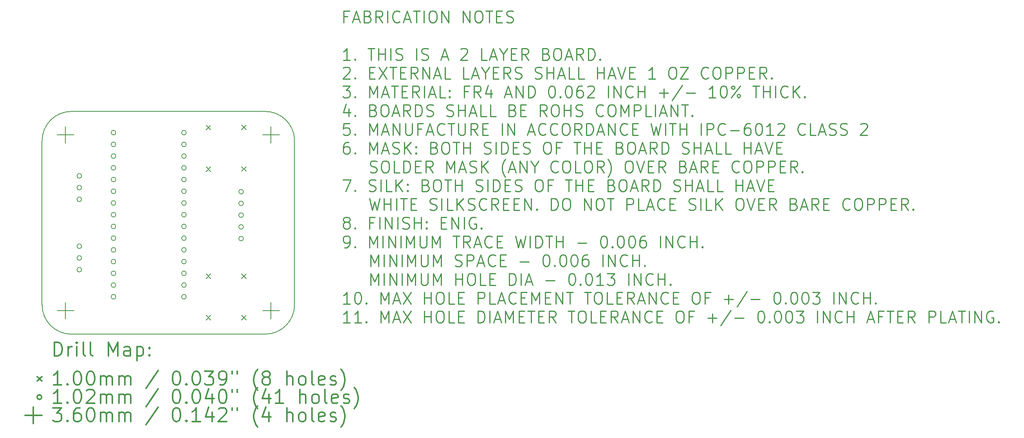
<source format=gbr>
G04 This is an RS-274x file exported by *
G04 gerbv version 2.6.0 *
G04 More information is available about gerbv at *
G04 http://gerbv.gpleda.org/ *
G04 --End of header info--*
%MOIN*%
%FSLAX34Y34*%
%IPPOS*%
G04 --Define apertures--*
%ADD10C,0.0050*%
%ADD11C,0.0060*%
%ADD12C,0.0079*%
%ADD13C,0.0118*%
%ADD14C,0.0138*%
%ADD15C,0.0100*%
G04 --Start main section--*
G54D11*
G01X0025000Y-037000D02*
G75*
G03X0027500Y-034500I0000000J0002500D01*
G01X0025000Y-037000D02*
G01X0008500Y-037000D01*
G01X0008500Y-018000D02*
G01X0025000Y-018000D01*
G01X0008500Y-018000D02*
G75*
G03X0006000Y-020500I0000000J-002500D01*
G01X0006000Y-034500D02*
G01X0006000Y-020500D01*
G01X0006000Y-034500D02*
G75*
G03X0008500Y-037000I0002500J0000000D01*
G01X0027500Y-020500D02*
G01X0027500Y-034500D01*
G01X0027500Y-020500D02*
G75*
G03X0025000Y-018000I-002500J0000000D01*
G54D12*
G01X0019973Y-019183D02*
G01X0020367Y-019577D01*
G01X0020367Y-019183D02*
G01X0019973Y-019577D01*
G01X0019973Y-022726D02*
G01X0020367Y-023120D01*
G01X0020367Y-022726D02*
G01X0019973Y-023120D01*
G01X0019973Y-031853D02*
G01X0020367Y-032247D01*
G01X0020367Y-031853D02*
G01X0019973Y-032247D01*
G01X0019973Y-035396D02*
G01X0020367Y-035790D01*
G01X0020367Y-035396D02*
G01X0019973Y-035790D01*
G01X0022983Y-019170D02*
G01X0023377Y-019564D01*
G01X0023377Y-019170D02*
G01X0022983Y-019564D01*
G01X0022983Y-022713D02*
G01X0023377Y-023107D01*
G01X0023377Y-022713D02*
G01X0022983Y-023107D01*
G01X0022983Y-031863D02*
G01X0023377Y-032257D01*
G01X0023377Y-031863D02*
G01X0022983Y-032257D01*
G01X0022983Y-035406D02*
G01X0023377Y-035800D01*
G01X0023377Y-035406D02*
G01X0022983Y-035800D01*
G01X0009370Y-023500D02*
G75*
G03X0009370Y-023500I-000200J0000000D01*
G01X0009370Y-024500D02*
G75*
G03X0009370Y-024500I-000200J0000000D01*
G01X0009370Y-025500D02*
G75*
G03X0009370Y-025500I-000200J0000000D01*
G01X0009370Y-029500D02*
G75*
G03X0009370Y-029500I-000200J0000000D01*
G01X0009370Y-030500D02*
G75*
G03X0009370Y-030500I-000200J0000000D01*
G01X0009370Y-031500D02*
G75*
G03X0009370Y-031500I-000200J0000000D01*
G01X0012280Y-019810D02*
G75*
G03X0012280Y-019810I-000200J0000000D01*
G01X0012280Y-020810D02*
G75*
G03X0012280Y-020810I-000200J0000000D01*
G01X0012280Y-021810D02*
G75*
G03X0012280Y-021810I-000200J0000000D01*
G01X0012280Y-022810D02*
G75*
G03X0012280Y-022810I-000200J0000000D01*
G01X0012280Y-023810D02*
G75*
G03X0012280Y-023810I-000200J0000000D01*
G01X0012280Y-024810D02*
G75*
G03X0012280Y-024810I-000200J0000000D01*
G01X0012280Y-025810D02*
G75*
G03X0012280Y-025810I-000200J0000000D01*
G01X0012280Y-026810D02*
G75*
G03X0012280Y-026810I-000200J0000000D01*
G01X0012280Y-027810D02*
G75*
G03X0012280Y-027810I-000200J0000000D01*
G01X0012280Y-028810D02*
G75*
G03X0012280Y-028810I-000200J0000000D01*
G01X0012280Y-029810D02*
G75*
G03X0012280Y-029810I-000200J0000000D01*
G01X0012280Y-030810D02*
G75*
G03X0012280Y-030810I-000200J0000000D01*
G01X0012280Y-031810D02*
G75*
G03X0012280Y-031810I-000200J0000000D01*
G01X0012280Y-032810D02*
G75*
G03X0012280Y-032810I-000200J0000000D01*
G01X0012280Y-033810D02*
G75*
G03X0012280Y-033810I-000200J0000000D01*
G01X0018280Y-019810D02*
G75*
G03X0018280Y-019810I-000200J0000000D01*
G01X0018280Y-020810D02*
G75*
G03X0018280Y-020810I-000200J0000000D01*
G01X0018280Y-021810D02*
G75*
G03X0018280Y-021810I-000200J0000000D01*
G01X0018280Y-022810D02*
G75*
G03X0018280Y-022810I-000200J0000000D01*
G01X0018280Y-023810D02*
G75*
G03X0018280Y-023810I-000200J0000000D01*
G01X0018280Y-024810D02*
G75*
G03X0018280Y-024810I-000200J0000000D01*
G01X0018280Y-025810D02*
G75*
G03X0018280Y-025810I-000200J0000000D01*
G01X0018280Y-026810D02*
G75*
G03X0018280Y-026810I-000200J0000000D01*
G01X0018280Y-027810D02*
G75*
G03X0018280Y-027810I-000200J0000000D01*
G01X0018280Y-028810D02*
G75*
G03X0018280Y-028810I-000200J0000000D01*
G01X0018280Y-029810D02*
G75*
G03X0018280Y-029810I-000200J0000000D01*
G01X0018280Y-030810D02*
G75*
G03X0018280Y-030810I-000200J0000000D01*
G01X0018280Y-031810D02*
G75*
G03X0018280Y-031810I-000200J0000000D01*
G01X0018280Y-032810D02*
G75*
G03X0018280Y-032810I-000200J0000000D01*
G01X0018280Y-033810D02*
G75*
G03X0018280Y-033810I-000200J0000000D01*
G01X0023150Y-024850D02*
G75*
G03X0023150Y-024850I-000200J0000000D01*
G01X0023150Y-025850D02*
G75*
G03X0023150Y-025850I-000200J0000000D01*
G01X0023150Y-026850D02*
G75*
G03X0023150Y-026850I-000200J0000000D01*
G01X0023150Y-027850D02*
G75*
G03X0023150Y-027850I-000200J0000000D01*
G01X0023150Y-028850D02*
G75*
G03X0023150Y-028850I-000200J0000000D01*
G01X0008000Y-019291D02*
G01X0008000Y-020709D01*
G01X0007291Y-020000D02*
G01X0008709Y-020000D01*
G01X0008000Y-034291D02*
G01X0008000Y-035709D01*
G01X0007291Y-035000D02*
G01X0008709Y-035000D01*
G01X0025500Y-019291D02*
G01X0025500Y-020709D01*
G01X0024791Y-020000D02*
G01X0026209Y-020000D01*
G01X0025500Y-034291D02*
G01X0025500Y-035709D01*
G01X0024791Y-035000D02*
G01X0026209Y-035000D01*
G54D13*
G01X0007039Y-038864D02*
G01X0007039Y-037682D01*
G01X0007039Y-037682D02*
G01X0007320Y-037682D01*
G01X0007320Y-037682D02*
G01X0007489Y-037739D01*
G01X0007489Y-037739D02*
G01X0007601Y-037851D01*
G01X0007601Y-037851D02*
G01X0007657Y-037964D01*
G01X0007657Y-037964D02*
G01X0007714Y-038189D01*
G01X0007714Y-038189D02*
G01X0007714Y-038357D01*
G01X0007714Y-038357D02*
G01X0007657Y-038582D01*
G01X0007657Y-038582D02*
G01X0007601Y-038695D01*
G01X0007601Y-038695D02*
G01X0007489Y-038807D01*
G01X0007489Y-038807D02*
G01X0007320Y-038864D01*
G01X0007320Y-038864D02*
G01X0007039Y-038864D01*
G01X0008220Y-038864D02*
G01X0008220Y-038076D01*
G01X0008220Y-038301D02*
G01X0008276Y-038189D01*
G01X0008276Y-038189D02*
G01X0008332Y-038132D01*
G01X0008332Y-038132D02*
G01X0008445Y-038076D01*
G01X0008445Y-038076D02*
G01X0008557Y-038076D01*
G01X0008951Y-038864D02*
G01X0008951Y-038076D01*
G01X0008951Y-037682D02*
G01X0008895Y-037739D01*
G01X0008895Y-037739D02*
G01X0008951Y-037795D01*
G01X0008951Y-037795D02*
G01X0009007Y-037739D01*
G01X0009007Y-037739D02*
G01X0008951Y-037682D01*
G01X0008951Y-037682D02*
G01X0008951Y-037795D01*
G01X0009682Y-038864D02*
G01X0009570Y-038807D01*
G01X0009570Y-038807D02*
G01X0009513Y-038695D01*
G01X0009513Y-038695D02*
G01X0009513Y-037682D01*
G01X0010301Y-038864D02*
G01X0010188Y-038807D01*
G01X0010188Y-038807D02*
G01X0010132Y-038695D01*
G01X0010132Y-038695D02*
G01X0010132Y-037682D01*
G01X0011651Y-038864D02*
G01X0011651Y-037682D01*
G01X0011651Y-037682D02*
G01X0012044Y-038526D01*
G01X0012044Y-038526D02*
G01X0012438Y-037682D01*
G01X0012438Y-037682D02*
G01X0012438Y-038864D01*
G01X0013507Y-038864D02*
G01X0013507Y-038245D01*
G01X0013507Y-038245D02*
G01X0013450Y-038132D01*
G01X0013450Y-038132D02*
G01X0013338Y-038076D01*
G01X0013338Y-038076D02*
G01X0013113Y-038076D01*
G01X0013113Y-038076D02*
G01X0013000Y-038132D01*
G01X0013507Y-038807D02*
G01X0013394Y-038864D01*
G01X0013394Y-038864D02*
G01X0013113Y-038864D01*
G01X0013113Y-038864D02*
G01X0013000Y-038807D01*
G01X0013000Y-038807D02*
G01X0012944Y-038695D01*
G01X0012944Y-038695D02*
G01X0012944Y-038582D01*
G01X0012944Y-038582D02*
G01X0013000Y-038470D01*
G01X0013000Y-038470D02*
G01X0013113Y-038414D01*
G01X0013113Y-038414D02*
G01X0013394Y-038414D01*
G01X0013394Y-038414D02*
G01X0013507Y-038357D01*
G01X0014069Y-038076D02*
G01X0014069Y-039257D01*
G01X0014069Y-038132D02*
G01X0014181Y-038076D01*
G01X0014181Y-038076D02*
G01X0014406Y-038076D01*
G01X0014406Y-038076D02*
G01X0014519Y-038132D01*
G01X0014519Y-038132D02*
G01X0014575Y-038189D01*
G01X0014575Y-038189D02*
G01X0014631Y-038301D01*
G01X0014631Y-038301D02*
G01X0014631Y-038639D01*
G01X0014631Y-038639D02*
G01X0014575Y-038751D01*
G01X0014575Y-038751D02*
G01X0014519Y-038807D01*
G01X0014519Y-038807D02*
G01X0014406Y-038864D01*
G01X0014406Y-038864D02*
G01X0014181Y-038864D01*
G01X0014181Y-038864D02*
G01X0014069Y-038807D01*
G01X0015138Y-038751D02*
G01X0015194Y-038807D01*
G01X0015194Y-038807D02*
G01X0015138Y-038864D01*
G01X0015138Y-038864D02*
G01X0015081Y-038807D01*
G01X0015081Y-038807D02*
G01X0015138Y-038751D01*
G01X0015138Y-038751D02*
G01X0015138Y-038864D01*
G01X0015138Y-038132D02*
G01X0015194Y-038189D01*
G01X0015194Y-038189D02*
G01X0015138Y-038245D01*
G01X0015138Y-038245D02*
G01X0015081Y-038189D01*
G01X0015081Y-038189D02*
G01X0015138Y-038132D01*
G01X0015138Y-038132D02*
G01X0015138Y-038245D01*
G01X0005576Y-040613D02*
G01X0005970Y-041007D01*
G01X0005970Y-040613D02*
G01X0005576Y-041007D01*
G01X0007657Y-041344D02*
G01X0006982Y-041344D01*
G01X0007320Y-041344D02*
G01X0007320Y-040163D01*
G01X0007320Y-040163D02*
G01X0007207Y-040331D01*
G01X0007207Y-040331D02*
G01X0007095Y-040444D01*
G01X0007095Y-040444D02*
G01X0006982Y-040500D01*
G01X0008163Y-041231D02*
G01X0008220Y-041288D01*
G01X0008220Y-041288D02*
G01X0008163Y-041344D01*
G01X0008163Y-041344D02*
G01X0008107Y-041288D01*
G01X0008107Y-041288D02*
G01X0008163Y-041231D01*
G01X0008163Y-041231D02*
G01X0008163Y-041344D01*
G01X0008951Y-040163D02*
G01X0009063Y-040163D01*
G01X0009063Y-040163D02*
G01X0009176Y-040219D01*
G01X0009176Y-040219D02*
G01X0009232Y-040275D01*
G01X0009232Y-040275D02*
G01X0009288Y-040388D01*
G01X0009288Y-040388D02*
G01X0009345Y-040613D01*
G01X0009345Y-040613D02*
G01X0009345Y-040894D01*
G01X0009345Y-040894D02*
G01X0009288Y-041119D01*
G01X0009288Y-041119D02*
G01X0009232Y-041231D01*
G01X0009232Y-041231D02*
G01X0009176Y-041288D01*
G01X0009176Y-041288D02*
G01X0009063Y-041344D01*
G01X0009063Y-041344D02*
G01X0008951Y-041344D01*
G01X0008951Y-041344D02*
G01X0008838Y-041288D01*
G01X0008838Y-041288D02*
G01X0008782Y-041231D01*
G01X0008782Y-041231D02*
G01X0008726Y-041119D01*
G01X0008726Y-041119D02*
G01X0008670Y-040894D01*
G01X0008670Y-040894D02*
G01X0008670Y-040613D01*
G01X0008670Y-040613D02*
G01X0008726Y-040388D01*
G01X0008726Y-040388D02*
G01X0008782Y-040275D01*
G01X0008782Y-040275D02*
G01X0008838Y-040219D01*
G01X0008838Y-040219D02*
G01X0008951Y-040163D01*
G01X0010076Y-040163D02*
G01X0010188Y-040163D01*
G01X0010188Y-040163D02*
G01X0010301Y-040219D01*
G01X0010301Y-040219D02*
G01X0010357Y-040275D01*
G01X0010357Y-040275D02*
G01X0010413Y-040388D01*
G01X0010413Y-040388D02*
G01X0010469Y-040613D01*
G01X0010469Y-040613D02*
G01X0010469Y-040894D01*
G01X0010469Y-040894D02*
G01X0010413Y-041119D01*
G01X0010413Y-041119D02*
G01X0010357Y-041231D01*
G01X0010357Y-041231D02*
G01X0010301Y-041288D01*
G01X0010301Y-041288D02*
G01X0010188Y-041344D01*
G01X0010188Y-041344D02*
G01X0010076Y-041344D01*
G01X0010076Y-041344D02*
G01X0009963Y-041288D01*
G01X0009963Y-041288D02*
G01X0009907Y-041231D01*
G01X0009907Y-041231D02*
G01X0009851Y-041119D01*
G01X0009851Y-041119D02*
G01X0009795Y-040894D01*
G01X0009795Y-040894D02*
G01X0009795Y-040613D01*
G01X0009795Y-040613D02*
G01X0009851Y-040388D01*
G01X0009851Y-040388D02*
G01X0009907Y-040275D01*
G01X0009907Y-040275D02*
G01X0009963Y-040219D01*
G01X0009963Y-040219D02*
G01X0010076Y-040163D01*
G01X0010976Y-041344D02*
G01X0010976Y-040556D01*
G01X0010976Y-040669D02*
G01X0011032Y-040613D01*
G01X0011032Y-040613D02*
G01X0011144Y-040556D01*
G01X0011144Y-040556D02*
G01X0011313Y-040556D01*
G01X0011313Y-040556D02*
G01X0011426Y-040613D01*
G01X0011426Y-040613D02*
G01X0011482Y-040725D01*
G01X0011482Y-040725D02*
G01X0011482Y-041344D01*
G01X0011482Y-040725D02*
G01X0011538Y-040613D01*
G01X0011538Y-040613D02*
G01X0011651Y-040556D01*
G01X0011651Y-040556D02*
G01X0011819Y-040556D01*
G01X0011819Y-040556D02*
G01X0011932Y-040613D01*
G01X0011932Y-040613D02*
G01X0011988Y-040725D01*
G01X0011988Y-040725D02*
G01X0011988Y-041344D01*
G01X0012550Y-041344D02*
G01X0012550Y-040556D01*
G01X0012550Y-040669D02*
G01X0012607Y-040613D01*
G01X0012607Y-040613D02*
G01X0012719Y-040556D01*
G01X0012719Y-040556D02*
G01X0012888Y-040556D01*
G01X0012888Y-040556D02*
G01X0013000Y-040613D01*
G01X0013000Y-040613D02*
G01X0013057Y-040725D01*
G01X0013057Y-040725D02*
G01X0013057Y-041344D01*
G01X0013057Y-040725D02*
G01X0013113Y-040613D01*
G01X0013113Y-040613D02*
G01X0013225Y-040556D01*
G01X0013225Y-040556D02*
G01X0013394Y-040556D01*
G01X0013394Y-040556D02*
G01X0013507Y-040613D01*
G01X0013507Y-040613D02*
G01X0013563Y-040725D01*
G01X0013563Y-040725D02*
G01X0013563Y-041344D01*
G01X0015869Y-040106D02*
G01X0014856Y-041625D01*
G01X0017387Y-040163D02*
G01X0017500Y-040163D01*
G01X0017500Y-040163D02*
G01X0017612Y-040219D01*
G01X0017612Y-040219D02*
G01X0017669Y-040275D01*
G01X0017669Y-040275D02*
G01X0017725Y-040388D01*
G01X0017725Y-040388D02*
G01X0017781Y-040613D01*
G01X0017781Y-040613D02*
G01X0017781Y-040894D01*
G01X0017781Y-040894D02*
G01X0017725Y-041119D01*
G01X0017725Y-041119D02*
G01X0017669Y-041231D01*
G01X0017669Y-041231D02*
G01X0017612Y-041288D01*
G01X0017612Y-041288D02*
G01X0017500Y-041344D01*
G01X0017500Y-041344D02*
G01X0017387Y-041344D01*
G01X0017387Y-041344D02*
G01X0017275Y-041288D01*
G01X0017275Y-041288D02*
G01X0017219Y-041231D01*
G01X0017219Y-041231D02*
G01X0017162Y-041119D01*
G01X0017162Y-041119D02*
G01X0017106Y-040894D01*
G01X0017106Y-040894D02*
G01X0017106Y-040613D01*
G01X0017106Y-040613D02*
G01X0017162Y-040388D01*
G01X0017162Y-040388D02*
G01X0017219Y-040275D01*
G01X0017219Y-040275D02*
G01X0017275Y-040219D01*
G01X0017275Y-040219D02*
G01X0017387Y-040163D01*
G01X0018287Y-041231D02*
G01X0018343Y-041288D01*
G01X0018343Y-041288D02*
G01X0018287Y-041344D01*
G01X0018287Y-041344D02*
G01X0018231Y-041288D01*
G01X0018231Y-041288D02*
G01X0018287Y-041231D01*
G01X0018287Y-041231D02*
G01X0018287Y-041344D01*
G01X0019075Y-040163D02*
G01X0019187Y-040163D01*
G01X0019187Y-040163D02*
G01X0019300Y-040219D01*
G01X0019300Y-040219D02*
G01X0019356Y-040275D01*
G01X0019356Y-040275D02*
G01X0019412Y-040388D01*
G01X0019412Y-040388D02*
G01X0019468Y-040613D01*
G01X0019468Y-040613D02*
G01X0019468Y-040894D01*
G01X0019468Y-040894D02*
G01X0019412Y-041119D01*
G01X0019412Y-041119D02*
G01X0019356Y-041231D01*
G01X0019356Y-041231D02*
G01X0019300Y-041288D01*
G01X0019300Y-041288D02*
G01X0019187Y-041344D01*
G01X0019187Y-041344D02*
G01X0019075Y-041344D01*
G01X0019075Y-041344D02*
G01X0018962Y-041288D01*
G01X0018962Y-041288D02*
G01X0018906Y-041231D01*
G01X0018906Y-041231D02*
G01X0018850Y-041119D01*
G01X0018850Y-041119D02*
G01X0018793Y-040894D01*
G01X0018793Y-040894D02*
G01X0018793Y-040613D01*
G01X0018793Y-040613D02*
G01X0018850Y-040388D01*
G01X0018850Y-040388D02*
G01X0018906Y-040275D01*
G01X0018906Y-040275D02*
G01X0018962Y-040219D01*
G01X0018962Y-040219D02*
G01X0019075Y-040163D01*
G01X0019862Y-040163D02*
G01X0020593Y-040163D01*
G01X0020593Y-040163D02*
G01X0020199Y-040613D01*
G01X0020199Y-040613D02*
G01X0020368Y-040613D01*
G01X0020368Y-040613D02*
G01X0020481Y-040669D01*
G01X0020481Y-040669D02*
G01X0020537Y-040725D01*
G01X0020537Y-040725D02*
G01X0020593Y-040838D01*
G01X0020593Y-040838D02*
G01X0020593Y-041119D01*
G01X0020593Y-041119D02*
G01X0020537Y-041231D01*
G01X0020537Y-041231D02*
G01X0020481Y-041288D01*
G01X0020481Y-041288D02*
G01X0020368Y-041344D01*
G01X0020368Y-041344D02*
G01X0020031Y-041344D01*
G01X0020031Y-041344D02*
G01X0019918Y-041288D01*
G01X0019918Y-041288D02*
G01X0019862Y-041231D01*
G01X0021156Y-041344D02*
G01X0021381Y-041344D01*
G01X0021381Y-041344D02*
G01X0021493Y-041288D01*
G01X0021493Y-041288D02*
G01X0021549Y-041231D01*
G01X0021549Y-041231D02*
G01X0021662Y-041063D01*
G01X0021662Y-041063D02*
G01X0021718Y-040838D01*
G01X0021718Y-040838D02*
G01X0021718Y-040388D01*
G01X0021718Y-040388D02*
G01X0021662Y-040275D01*
G01X0021662Y-040275D02*
G01X0021606Y-040219D01*
G01X0021606Y-040219D02*
G01X0021493Y-040163D01*
G01X0021493Y-040163D02*
G01X0021268Y-040163D01*
G01X0021268Y-040163D02*
G01X0021156Y-040219D01*
G01X0021156Y-040219D02*
G01X0021099Y-040275D01*
G01X0021099Y-040275D02*
G01X0021043Y-040388D01*
G01X0021043Y-040388D02*
G01X0021043Y-040669D01*
G01X0021043Y-040669D02*
G01X0021099Y-040781D01*
G01X0021099Y-040781D02*
G01X0021156Y-040838D01*
G01X0021156Y-040838D02*
G01X0021268Y-040894D01*
G01X0021268Y-040894D02*
G01X0021493Y-040894D01*
G01X0021493Y-040894D02*
G01X0021606Y-040838D01*
G01X0021606Y-040838D02*
G01X0021662Y-040781D01*
G01X0021662Y-040781D02*
G01X0021718Y-040669D01*
G01X0022168Y-040163D02*
G01X0022168Y-040388D01*
G01X0022618Y-040163D02*
G01X0022618Y-040388D01*
G01X0024361Y-041794D02*
G01X0024305Y-041738D01*
G01X0024305Y-041738D02*
G01X0024193Y-041569D01*
G01X0024193Y-041569D02*
G01X0024136Y-041456D01*
G01X0024136Y-041456D02*
G01X0024080Y-041288D01*
G01X0024080Y-041288D02*
G01X0024024Y-041006D01*
G01X0024024Y-041006D02*
G01X0024024Y-040781D01*
G01X0024024Y-040781D02*
G01X0024080Y-040500D01*
G01X0024080Y-040500D02*
G01X0024136Y-040331D01*
G01X0024136Y-040331D02*
G01X0024193Y-040219D01*
G01X0024193Y-040219D02*
G01X0024305Y-040050D01*
G01X0024305Y-040050D02*
G01X0024361Y-039994D01*
G01X0024980Y-040669D02*
G01X0024868Y-040613D01*
G01X0024868Y-040613D02*
G01X0024811Y-040556D01*
G01X0024811Y-040556D02*
G01X0024755Y-040444D01*
G01X0024755Y-040444D02*
G01X0024755Y-040388D01*
G01X0024755Y-040388D02*
G01X0024811Y-040275D01*
G01X0024811Y-040275D02*
G01X0024868Y-040219D01*
G01X0024868Y-040219D02*
G01X0024980Y-040163D01*
G01X0024980Y-040163D02*
G01X0025205Y-040163D01*
G01X0025205Y-040163D02*
G01X0025318Y-040219D01*
G01X0025318Y-040219D02*
G01X0025374Y-040275D01*
G01X0025374Y-040275D02*
G01X0025430Y-040388D01*
G01X0025430Y-040388D02*
G01X0025430Y-040444D01*
G01X0025430Y-040444D02*
G01X0025374Y-040556D01*
G01X0025374Y-040556D02*
G01X0025318Y-040613D01*
G01X0025318Y-040613D02*
G01X0025205Y-040669D01*
G01X0025205Y-040669D02*
G01X0024980Y-040669D01*
G01X0024980Y-040669D02*
G01X0024868Y-040725D01*
G01X0024868Y-040725D02*
G01X0024811Y-040781D01*
G01X0024811Y-040781D02*
G01X0024755Y-040894D01*
G01X0024755Y-040894D02*
G01X0024755Y-041119D01*
G01X0024755Y-041119D02*
G01X0024811Y-041231D01*
G01X0024811Y-041231D02*
G01X0024868Y-041288D01*
G01X0024868Y-041288D02*
G01X0024980Y-041344D01*
G01X0024980Y-041344D02*
G01X0025205Y-041344D01*
G01X0025205Y-041344D02*
G01X0025318Y-041288D01*
G01X0025318Y-041288D02*
G01X0025374Y-041231D01*
G01X0025374Y-041231D02*
G01X0025430Y-041119D01*
G01X0025430Y-041119D02*
G01X0025430Y-040894D01*
G01X0025430Y-040894D02*
G01X0025374Y-040781D01*
G01X0025374Y-040781D02*
G01X0025318Y-040725D01*
G01X0025318Y-040725D02*
G01X0025205Y-040669D01*
G01X0026836Y-041344D02*
G01X0026836Y-040163D01*
G01X0027342Y-041344D02*
G01X0027342Y-040725D01*
G01X0027342Y-040725D02*
G01X0027286Y-040613D01*
G01X0027286Y-040613D02*
G01X0027174Y-040556D01*
G01X0027174Y-040556D02*
G01X0027005Y-040556D01*
G01X0027005Y-040556D02*
G01X0026892Y-040613D01*
G01X0026892Y-040613D02*
G01X0026836Y-040669D01*
G01X0028073Y-041344D02*
G01X0027961Y-041288D01*
G01X0027961Y-041288D02*
G01X0027905Y-041231D01*
G01X0027905Y-041231D02*
G01X0027849Y-041119D01*
G01X0027849Y-041119D02*
G01X0027849Y-040781D01*
G01X0027849Y-040781D02*
G01X0027905Y-040669D01*
G01X0027905Y-040669D02*
G01X0027961Y-040613D01*
G01X0027961Y-040613D02*
G01X0028073Y-040556D01*
G01X0028073Y-040556D02*
G01X0028242Y-040556D01*
G01X0028242Y-040556D02*
G01X0028355Y-040613D01*
G01X0028355Y-040613D02*
G01X0028411Y-040669D01*
G01X0028411Y-040669D02*
G01X0028467Y-040781D01*
G01X0028467Y-040781D02*
G01X0028467Y-041119D01*
G01X0028467Y-041119D02*
G01X0028411Y-041231D01*
G01X0028411Y-041231D02*
G01X0028355Y-041288D01*
G01X0028355Y-041288D02*
G01X0028242Y-041344D01*
G01X0028242Y-041344D02*
G01X0028073Y-041344D01*
G01X0029142Y-041344D02*
G01X0029030Y-041288D01*
G01X0029030Y-041288D02*
G01X0028973Y-041175D01*
G01X0028973Y-041175D02*
G01X0028973Y-040163D01*
G01X0030042Y-041288D02*
G01X0029930Y-041344D01*
G01X0029930Y-041344D02*
G01X0029705Y-041344D01*
G01X0029705Y-041344D02*
G01X0029592Y-041288D01*
G01X0029592Y-041288D02*
G01X0029536Y-041175D01*
G01X0029536Y-041175D02*
G01X0029536Y-040725D01*
G01X0029536Y-040725D02*
G01X0029592Y-040613D01*
G01X0029592Y-040613D02*
G01X0029705Y-040556D01*
G01X0029705Y-040556D02*
G01X0029930Y-040556D01*
G01X0029930Y-040556D02*
G01X0030042Y-040613D01*
G01X0030042Y-040613D02*
G01X0030098Y-040725D01*
G01X0030098Y-040725D02*
G01X0030098Y-040838D01*
G01X0030098Y-040838D02*
G01X0029536Y-040950D01*
G01X0030548Y-041288D02*
G01X0030661Y-041344D01*
G01X0030661Y-041344D02*
G01X0030886Y-041344D01*
G01X0030886Y-041344D02*
G01X0030998Y-041288D01*
G01X0030998Y-041288D02*
G01X0031054Y-041175D01*
G01X0031054Y-041175D02*
G01X0031054Y-041119D01*
G01X0031054Y-041119D02*
G01X0030998Y-041006D01*
G01X0030998Y-041006D02*
G01X0030886Y-040950D01*
G01X0030886Y-040950D02*
G01X0030717Y-040950D01*
G01X0030717Y-040950D02*
G01X0030604Y-040894D01*
G01X0030604Y-040894D02*
G01X0030548Y-040781D01*
G01X0030548Y-040781D02*
G01X0030548Y-040725D01*
G01X0030548Y-040725D02*
G01X0030604Y-040613D01*
G01X0030604Y-040613D02*
G01X0030717Y-040556D01*
G01X0030717Y-040556D02*
G01X0030886Y-040556D01*
G01X0030886Y-040556D02*
G01X0030998Y-040613D01*
G01X0031448Y-041794D02*
G01X0031504Y-041738D01*
G01X0031504Y-041738D02*
G01X0031617Y-041569D01*
G01X0031617Y-041569D02*
G01X0031673Y-041456D01*
G01X0031673Y-041456D02*
G01X0031729Y-041288D01*
G01X0031729Y-041288D02*
G01X0031786Y-041006D01*
G01X0031786Y-041006D02*
G01X0031786Y-040781D01*
G01X0031786Y-040781D02*
G01X0031729Y-040500D01*
G01X0031729Y-040500D02*
G01X0031673Y-040331D01*
G01X0031673Y-040331D02*
G01X0031617Y-040219D01*
G01X0031617Y-040219D02*
G01X0031504Y-040050D01*
G01X0031504Y-040050D02*
G01X0031448Y-039994D01*
G01X0005970Y-042369D02*
G75*
G03X0005970Y-042369I-000200J0000000D01*
G01X0007657Y-042903D02*
G01X0006982Y-042903D01*
G01X0007320Y-042903D02*
G01X0007320Y-041722D01*
G01X0007320Y-041722D02*
G01X0007207Y-041891D01*
G01X0007207Y-041891D02*
G01X0007095Y-042003D01*
G01X0007095Y-042003D02*
G01X0006982Y-042059D01*
G01X0008163Y-042790D02*
G01X0008220Y-042847D01*
G01X0008220Y-042847D02*
G01X0008163Y-042903D01*
G01X0008163Y-042903D02*
G01X0008107Y-042847D01*
G01X0008107Y-042847D02*
G01X0008163Y-042790D01*
G01X0008163Y-042790D02*
G01X0008163Y-042903D01*
G01X0008951Y-041722D02*
G01X0009063Y-041722D01*
G01X0009063Y-041722D02*
G01X0009176Y-041778D01*
G01X0009176Y-041778D02*
G01X0009232Y-041834D01*
G01X0009232Y-041834D02*
G01X0009288Y-041947D01*
G01X0009288Y-041947D02*
G01X0009345Y-042172D01*
G01X0009345Y-042172D02*
G01X0009345Y-042453D01*
G01X0009345Y-042453D02*
G01X0009288Y-042678D01*
G01X0009288Y-042678D02*
G01X0009232Y-042790D01*
G01X0009232Y-042790D02*
G01X0009176Y-042847D01*
G01X0009176Y-042847D02*
G01X0009063Y-042903D01*
G01X0009063Y-042903D02*
G01X0008951Y-042903D01*
G01X0008951Y-042903D02*
G01X0008838Y-042847D01*
G01X0008838Y-042847D02*
G01X0008782Y-042790D01*
G01X0008782Y-042790D02*
G01X0008726Y-042678D01*
G01X0008726Y-042678D02*
G01X0008670Y-042453D01*
G01X0008670Y-042453D02*
G01X0008670Y-042172D01*
G01X0008670Y-042172D02*
G01X0008726Y-041947D01*
G01X0008726Y-041947D02*
G01X0008782Y-041834D01*
G01X0008782Y-041834D02*
G01X0008838Y-041778D01*
G01X0008838Y-041778D02*
G01X0008951Y-041722D01*
G01X0009795Y-041834D02*
G01X0009851Y-041778D01*
G01X0009851Y-041778D02*
G01X0009963Y-041722D01*
G01X0009963Y-041722D02*
G01X0010244Y-041722D01*
G01X0010244Y-041722D02*
G01X0010357Y-041778D01*
G01X0010357Y-041778D02*
G01X0010413Y-041834D01*
G01X0010413Y-041834D02*
G01X0010469Y-041947D01*
G01X0010469Y-041947D02*
G01X0010469Y-042059D01*
G01X0010469Y-042059D02*
G01X0010413Y-042228D01*
G01X0010413Y-042228D02*
G01X0009738Y-042903D01*
G01X0009738Y-042903D02*
G01X0010469Y-042903D01*
G01X0010976Y-042903D02*
G01X0010976Y-042115D01*
G01X0010976Y-042228D02*
G01X0011032Y-042172D01*
G01X0011032Y-042172D02*
G01X0011144Y-042115D01*
G01X0011144Y-042115D02*
G01X0011313Y-042115D01*
G01X0011313Y-042115D02*
G01X0011426Y-042172D01*
G01X0011426Y-042172D02*
G01X0011482Y-042284D01*
G01X0011482Y-042284D02*
G01X0011482Y-042903D01*
G01X0011482Y-042284D02*
G01X0011538Y-042172D01*
G01X0011538Y-042172D02*
G01X0011651Y-042115D01*
G01X0011651Y-042115D02*
G01X0011819Y-042115D01*
G01X0011819Y-042115D02*
G01X0011932Y-042172D01*
G01X0011932Y-042172D02*
G01X0011988Y-042284D01*
G01X0011988Y-042284D02*
G01X0011988Y-042903D01*
G01X0012550Y-042903D02*
G01X0012550Y-042115D01*
G01X0012550Y-042228D02*
G01X0012607Y-042172D01*
G01X0012607Y-042172D02*
G01X0012719Y-042115D01*
G01X0012719Y-042115D02*
G01X0012888Y-042115D01*
G01X0012888Y-042115D02*
G01X0013000Y-042172D01*
G01X0013000Y-042172D02*
G01X0013057Y-042284D01*
G01X0013057Y-042284D02*
G01X0013057Y-042903D01*
G01X0013057Y-042284D02*
G01X0013113Y-042172D01*
G01X0013113Y-042172D02*
G01X0013225Y-042115D01*
G01X0013225Y-042115D02*
G01X0013394Y-042115D01*
G01X0013394Y-042115D02*
G01X0013507Y-042172D01*
G01X0013507Y-042172D02*
G01X0013563Y-042284D01*
G01X0013563Y-042284D02*
G01X0013563Y-042903D01*
G01X0015869Y-041666D02*
G01X0014856Y-043184D01*
G01X0017387Y-041722D02*
G01X0017500Y-041722D01*
G01X0017500Y-041722D02*
G01X0017612Y-041778D01*
G01X0017612Y-041778D02*
G01X0017669Y-041834D01*
G01X0017669Y-041834D02*
G01X0017725Y-041947D01*
G01X0017725Y-041947D02*
G01X0017781Y-042172D01*
G01X0017781Y-042172D02*
G01X0017781Y-042453D01*
G01X0017781Y-042453D02*
G01X0017725Y-042678D01*
G01X0017725Y-042678D02*
G01X0017669Y-042790D01*
G01X0017669Y-042790D02*
G01X0017612Y-042847D01*
G01X0017612Y-042847D02*
G01X0017500Y-042903D01*
G01X0017500Y-042903D02*
G01X0017387Y-042903D01*
G01X0017387Y-042903D02*
G01X0017275Y-042847D01*
G01X0017275Y-042847D02*
G01X0017219Y-042790D01*
G01X0017219Y-042790D02*
G01X0017162Y-042678D01*
G01X0017162Y-042678D02*
G01X0017106Y-042453D01*
G01X0017106Y-042453D02*
G01X0017106Y-042172D01*
G01X0017106Y-042172D02*
G01X0017162Y-041947D01*
G01X0017162Y-041947D02*
G01X0017219Y-041834D01*
G01X0017219Y-041834D02*
G01X0017275Y-041778D01*
G01X0017275Y-041778D02*
G01X0017387Y-041722D01*
G01X0018287Y-042790D02*
G01X0018343Y-042847D01*
G01X0018343Y-042847D02*
G01X0018287Y-042903D01*
G01X0018287Y-042903D02*
G01X0018231Y-042847D01*
G01X0018231Y-042847D02*
G01X0018287Y-042790D01*
G01X0018287Y-042790D02*
G01X0018287Y-042903D01*
G01X0019075Y-041722D02*
G01X0019187Y-041722D01*
G01X0019187Y-041722D02*
G01X0019300Y-041778D01*
G01X0019300Y-041778D02*
G01X0019356Y-041834D01*
G01X0019356Y-041834D02*
G01X0019412Y-041947D01*
G01X0019412Y-041947D02*
G01X0019468Y-042172D01*
G01X0019468Y-042172D02*
G01X0019468Y-042453D01*
G01X0019468Y-042453D02*
G01X0019412Y-042678D01*
G01X0019412Y-042678D02*
G01X0019356Y-042790D01*
G01X0019356Y-042790D02*
G01X0019300Y-042847D01*
G01X0019300Y-042847D02*
G01X0019187Y-042903D01*
G01X0019187Y-042903D02*
G01X0019075Y-042903D01*
G01X0019075Y-042903D02*
G01X0018962Y-042847D01*
G01X0018962Y-042847D02*
G01X0018906Y-042790D01*
G01X0018906Y-042790D02*
G01X0018850Y-042678D01*
G01X0018850Y-042678D02*
G01X0018793Y-042453D01*
G01X0018793Y-042453D02*
G01X0018793Y-042172D01*
G01X0018793Y-042172D02*
G01X0018850Y-041947D01*
G01X0018850Y-041947D02*
G01X0018906Y-041834D01*
G01X0018906Y-041834D02*
G01X0018962Y-041778D01*
G01X0018962Y-041778D02*
G01X0019075Y-041722D01*
G01X0020481Y-042115D02*
G01X0020481Y-042903D01*
G01X0020199Y-041666D02*
G01X0019918Y-042509D01*
G01X0019918Y-042509D02*
G01X0020649Y-042509D01*
G01X0021324Y-041722D02*
G01X0021437Y-041722D01*
G01X0021437Y-041722D02*
G01X0021549Y-041778D01*
G01X0021549Y-041778D02*
G01X0021606Y-041834D01*
G01X0021606Y-041834D02*
G01X0021662Y-041947D01*
G01X0021662Y-041947D02*
G01X0021718Y-042172D01*
G01X0021718Y-042172D02*
G01X0021718Y-042453D01*
G01X0021718Y-042453D02*
G01X0021662Y-042678D01*
G01X0021662Y-042678D02*
G01X0021606Y-042790D01*
G01X0021606Y-042790D02*
G01X0021549Y-042847D01*
G01X0021549Y-042847D02*
G01X0021437Y-042903D01*
G01X0021437Y-042903D02*
G01X0021324Y-042903D01*
G01X0021324Y-042903D02*
G01X0021212Y-042847D01*
G01X0021212Y-042847D02*
G01X0021156Y-042790D01*
G01X0021156Y-042790D02*
G01X0021099Y-042678D01*
G01X0021099Y-042678D02*
G01X0021043Y-042453D01*
G01X0021043Y-042453D02*
G01X0021043Y-042172D01*
G01X0021043Y-042172D02*
G01X0021099Y-041947D01*
G01X0021099Y-041947D02*
G01X0021156Y-041834D01*
G01X0021156Y-041834D02*
G01X0021212Y-041778D01*
G01X0021212Y-041778D02*
G01X0021324Y-041722D01*
G01X0022168Y-041722D02*
G01X0022168Y-041947D01*
G01X0022618Y-041722D02*
G01X0022618Y-041947D01*
G01X0024361Y-043353D02*
G01X0024305Y-043297D01*
G01X0024305Y-043297D02*
G01X0024193Y-043128D01*
G01X0024193Y-043128D02*
G01X0024136Y-043015D01*
G01X0024136Y-043015D02*
G01X0024080Y-042847D01*
G01X0024080Y-042847D02*
G01X0024024Y-042565D01*
G01X0024024Y-042565D02*
G01X0024024Y-042340D01*
G01X0024024Y-042340D02*
G01X0024080Y-042059D01*
G01X0024080Y-042059D02*
G01X0024136Y-041891D01*
G01X0024136Y-041891D02*
G01X0024193Y-041778D01*
G01X0024193Y-041778D02*
G01X0024305Y-041609D01*
G01X0024305Y-041609D02*
G01X0024361Y-041553D01*
G01X0025318Y-042115D02*
G01X0025318Y-042903D01*
G01X0025036Y-041666D02*
G01X0024755Y-042509D01*
G01X0024755Y-042509D02*
G01X0025486Y-042509D01*
G01X0026555Y-042903D02*
G01X0025880Y-042903D01*
G01X0026217Y-042903D02*
G01X0026217Y-041722D01*
G01X0026217Y-041722D02*
G01X0026105Y-041891D01*
G01X0026105Y-041891D02*
G01X0025992Y-042003D01*
G01X0025992Y-042003D02*
G01X0025880Y-042059D01*
G01X0027961Y-042903D02*
G01X0027961Y-041722D01*
G01X0028467Y-042903D02*
G01X0028467Y-042284D01*
G01X0028467Y-042284D02*
G01X0028411Y-042172D01*
G01X0028411Y-042172D02*
G01X0028298Y-042115D01*
G01X0028298Y-042115D02*
G01X0028130Y-042115D01*
G01X0028130Y-042115D02*
G01X0028017Y-042172D01*
G01X0028017Y-042172D02*
G01X0027961Y-042228D01*
G01X0029198Y-042903D02*
G01X0029086Y-042847D01*
G01X0029086Y-042847D02*
G01X0029030Y-042790D01*
G01X0029030Y-042790D02*
G01X0028973Y-042678D01*
G01X0028973Y-042678D02*
G01X0028973Y-042340D01*
G01X0028973Y-042340D02*
G01X0029030Y-042228D01*
G01X0029030Y-042228D02*
G01X0029086Y-042172D01*
G01X0029086Y-042172D02*
G01X0029198Y-042115D01*
G01X0029198Y-042115D02*
G01X0029367Y-042115D01*
G01X0029367Y-042115D02*
G01X0029480Y-042172D01*
G01X0029480Y-042172D02*
G01X0029536Y-042228D01*
G01X0029536Y-042228D02*
G01X0029592Y-042340D01*
G01X0029592Y-042340D02*
G01X0029592Y-042678D01*
G01X0029592Y-042678D02*
G01X0029536Y-042790D01*
G01X0029536Y-042790D02*
G01X0029480Y-042847D01*
G01X0029480Y-042847D02*
G01X0029367Y-042903D01*
G01X0029367Y-042903D02*
G01X0029198Y-042903D01*
G01X0030267Y-042903D02*
G01X0030154Y-042847D01*
G01X0030154Y-042847D02*
G01X0030098Y-042734D01*
G01X0030098Y-042734D02*
G01X0030098Y-041722D01*
G01X0031167Y-042847D02*
G01X0031054Y-042903D01*
G01X0031054Y-042903D02*
G01X0030829Y-042903D01*
G01X0030829Y-042903D02*
G01X0030717Y-042847D01*
G01X0030717Y-042847D02*
G01X0030661Y-042734D01*
G01X0030661Y-042734D02*
G01X0030661Y-042284D01*
G01X0030661Y-042284D02*
G01X0030717Y-042172D01*
G01X0030717Y-042172D02*
G01X0030829Y-042115D01*
G01X0030829Y-042115D02*
G01X0031054Y-042115D01*
G01X0031054Y-042115D02*
G01X0031167Y-042172D01*
G01X0031167Y-042172D02*
G01X0031223Y-042284D01*
G01X0031223Y-042284D02*
G01X0031223Y-042397D01*
G01X0031223Y-042397D02*
G01X0030661Y-042509D01*
G01X0031673Y-042847D02*
G01X0031786Y-042903D01*
G01X0031786Y-042903D02*
G01X0032010Y-042903D01*
G01X0032010Y-042903D02*
G01X0032123Y-042847D01*
G01X0032123Y-042847D02*
G01X0032179Y-042734D01*
G01X0032179Y-042734D02*
G01X0032179Y-042678D01*
G01X0032179Y-042678D02*
G01X0032123Y-042565D01*
G01X0032123Y-042565D02*
G01X0032010Y-042509D01*
G01X0032010Y-042509D02*
G01X0031842Y-042509D01*
G01X0031842Y-042509D02*
G01X0031729Y-042453D01*
G01X0031729Y-042453D02*
G01X0031673Y-042340D01*
G01X0031673Y-042340D02*
G01X0031673Y-042284D01*
G01X0031673Y-042284D02*
G01X0031729Y-042172D01*
G01X0031729Y-042172D02*
G01X0031842Y-042115D01*
G01X0031842Y-042115D02*
G01X0032010Y-042115D01*
G01X0032010Y-042115D02*
G01X0032123Y-042172D01*
G01X0032573Y-043353D02*
G01X0032629Y-043297D01*
G01X0032629Y-043297D02*
G01X0032742Y-043128D01*
G01X0032742Y-043128D02*
G01X0032798Y-043015D01*
G01X0032798Y-043015D02*
G01X0032854Y-042847D01*
G01X0032854Y-042847D02*
G01X0032910Y-042565D01*
G01X0032910Y-042565D02*
G01X0032910Y-042340D01*
G01X0032910Y-042340D02*
G01X0032854Y-042059D01*
G01X0032854Y-042059D02*
G01X0032798Y-041891D01*
G01X0032798Y-041891D02*
G01X0032742Y-041778D01*
G01X0032742Y-041778D02*
G01X0032629Y-041609D01*
G01X0032629Y-041609D02*
G01X0032573Y-041553D01*
G01X0005261Y-043219D02*
G01X0005261Y-044636D01*
G01X0004553Y-043928D02*
G01X0005970Y-043928D01*
G01X0006926Y-043281D02*
G01X0007657Y-043281D01*
G01X0007657Y-043281D02*
G01X0007264Y-043731D01*
G01X0007264Y-043731D02*
G01X0007432Y-043731D01*
G01X0007432Y-043731D02*
G01X0007545Y-043787D01*
G01X0007545Y-043787D02*
G01X0007601Y-043843D01*
G01X0007601Y-043843D02*
G01X0007657Y-043956D01*
G01X0007657Y-043956D02*
G01X0007657Y-044237D01*
G01X0007657Y-044237D02*
G01X0007601Y-044349D01*
G01X0007601Y-044349D02*
G01X0007545Y-044406D01*
G01X0007545Y-044406D02*
G01X0007432Y-044462D01*
G01X0007432Y-044462D02*
G01X0007095Y-044462D01*
G01X0007095Y-044462D02*
G01X0006982Y-044406D01*
G01X0006982Y-044406D02*
G01X0006926Y-044349D01*
G01X0008163Y-044349D02*
G01X0008220Y-044406D01*
G01X0008220Y-044406D02*
G01X0008163Y-044462D01*
G01X0008163Y-044462D02*
G01X0008107Y-044406D01*
G01X0008107Y-044406D02*
G01X0008163Y-044349D01*
G01X0008163Y-044349D02*
G01X0008163Y-044462D01*
G01X0009232Y-043281D02*
G01X0009007Y-043281D01*
G01X0009007Y-043281D02*
G01X0008895Y-043337D01*
G01X0008895Y-043337D02*
G01X0008838Y-043393D01*
G01X0008838Y-043393D02*
G01X0008726Y-043562D01*
G01X0008726Y-043562D02*
G01X0008670Y-043787D01*
G01X0008670Y-043787D02*
G01X0008670Y-044237D01*
G01X0008670Y-044237D02*
G01X0008726Y-044349D01*
G01X0008726Y-044349D02*
G01X0008782Y-044406D01*
G01X0008782Y-044406D02*
G01X0008895Y-044462D01*
G01X0008895Y-044462D02*
G01X0009120Y-044462D01*
G01X0009120Y-044462D02*
G01X0009232Y-044406D01*
G01X0009232Y-044406D02*
G01X0009288Y-044349D01*
G01X0009288Y-044349D02*
G01X0009345Y-044237D01*
G01X0009345Y-044237D02*
G01X0009345Y-043956D01*
G01X0009345Y-043956D02*
G01X0009288Y-043843D01*
G01X0009288Y-043843D02*
G01X0009232Y-043787D01*
G01X0009232Y-043787D02*
G01X0009120Y-043731D01*
G01X0009120Y-043731D02*
G01X0008895Y-043731D01*
G01X0008895Y-043731D02*
G01X0008782Y-043787D01*
G01X0008782Y-043787D02*
G01X0008726Y-043843D01*
G01X0008726Y-043843D02*
G01X0008670Y-043956D01*
G01X0010076Y-043281D02*
G01X0010188Y-043281D01*
G01X0010188Y-043281D02*
G01X0010301Y-043337D01*
G01X0010301Y-043337D02*
G01X0010357Y-043393D01*
G01X0010357Y-043393D02*
G01X0010413Y-043506D01*
G01X0010413Y-043506D02*
G01X0010469Y-043731D01*
G01X0010469Y-043731D02*
G01X0010469Y-044012D01*
G01X0010469Y-044012D02*
G01X0010413Y-044237D01*
G01X0010413Y-044237D02*
G01X0010357Y-044349D01*
G01X0010357Y-044349D02*
G01X0010301Y-044406D01*
G01X0010301Y-044406D02*
G01X0010188Y-044462D01*
G01X0010188Y-044462D02*
G01X0010076Y-044462D01*
G01X0010076Y-044462D02*
G01X0009963Y-044406D01*
G01X0009963Y-044406D02*
G01X0009907Y-044349D01*
G01X0009907Y-044349D02*
G01X0009851Y-044237D01*
G01X0009851Y-044237D02*
G01X0009795Y-044012D01*
G01X0009795Y-044012D02*
G01X0009795Y-043731D01*
G01X0009795Y-043731D02*
G01X0009851Y-043506D01*
G01X0009851Y-043506D02*
G01X0009907Y-043393D01*
G01X0009907Y-043393D02*
G01X0009963Y-043337D01*
G01X0009963Y-043337D02*
G01X0010076Y-043281D01*
G01X0010976Y-044462D02*
G01X0010976Y-043675D01*
G01X0010976Y-043787D02*
G01X0011032Y-043731D01*
G01X0011032Y-043731D02*
G01X0011144Y-043675D01*
G01X0011144Y-043675D02*
G01X0011313Y-043675D01*
G01X0011313Y-043675D02*
G01X0011426Y-043731D01*
G01X0011426Y-043731D02*
G01X0011482Y-043843D01*
G01X0011482Y-043843D02*
G01X0011482Y-044462D01*
G01X0011482Y-043843D02*
G01X0011538Y-043731D01*
G01X0011538Y-043731D02*
G01X0011651Y-043675D01*
G01X0011651Y-043675D02*
G01X0011819Y-043675D01*
G01X0011819Y-043675D02*
G01X0011932Y-043731D01*
G01X0011932Y-043731D02*
G01X0011988Y-043843D01*
G01X0011988Y-043843D02*
G01X0011988Y-044462D01*
G01X0012550Y-044462D02*
G01X0012550Y-043675D01*
G01X0012550Y-043787D02*
G01X0012607Y-043731D01*
G01X0012607Y-043731D02*
G01X0012719Y-043675D01*
G01X0012719Y-043675D02*
G01X0012888Y-043675D01*
G01X0012888Y-043675D02*
G01X0013000Y-043731D01*
G01X0013000Y-043731D02*
G01X0013057Y-043843D01*
G01X0013057Y-043843D02*
G01X0013057Y-044462D01*
G01X0013057Y-043843D02*
G01X0013113Y-043731D01*
G01X0013113Y-043731D02*
G01X0013225Y-043675D01*
G01X0013225Y-043675D02*
G01X0013394Y-043675D01*
G01X0013394Y-043675D02*
G01X0013507Y-043731D01*
G01X0013507Y-043731D02*
G01X0013563Y-043843D01*
G01X0013563Y-043843D02*
G01X0013563Y-044462D01*
G01X0015869Y-043225D02*
G01X0014856Y-044743D01*
G01X0017387Y-043281D02*
G01X0017500Y-043281D01*
G01X0017500Y-043281D02*
G01X0017612Y-043337D01*
G01X0017612Y-043337D02*
G01X0017669Y-043393D01*
G01X0017669Y-043393D02*
G01X0017725Y-043506D01*
G01X0017725Y-043506D02*
G01X0017781Y-043731D01*
G01X0017781Y-043731D02*
G01X0017781Y-044012D01*
G01X0017781Y-044012D02*
G01X0017725Y-044237D01*
G01X0017725Y-044237D02*
G01X0017669Y-044349D01*
G01X0017669Y-044349D02*
G01X0017612Y-044406D01*
G01X0017612Y-044406D02*
G01X0017500Y-044462D01*
G01X0017500Y-044462D02*
G01X0017387Y-044462D01*
G01X0017387Y-044462D02*
G01X0017275Y-044406D01*
G01X0017275Y-044406D02*
G01X0017219Y-044349D01*
G01X0017219Y-044349D02*
G01X0017162Y-044237D01*
G01X0017162Y-044237D02*
G01X0017106Y-044012D01*
G01X0017106Y-044012D02*
G01X0017106Y-043731D01*
G01X0017106Y-043731D02*
G01X0017162Y-043506D01*
G01X0017162Y-043506D02*
G01X0017219Y-043393D01*
G01X0017219Y-043393D02*
G01X0017275Y-043337D01*
G01X0017275Y-043337D02*
G01X0017387Y-043281D01*
G01X0018287Y-044349D02*
G01X0018343Y-044406D01*
G01X0018343Y-044406D02*
G01X0018287Y-044462D01*
G01X0018287Y-044462D02*
G01X0018231Y-044406D01*
G01X0018231Y-044406D02*
G01X0018287Y-044349D01*
G01X0018287Y-044349D02*
G01X0018287Y-044462D01*
G01X0019468Y-044462D02*
G01X0018793Y-044462D01*
G01X0019131Y-044462D02*
G01X0019131Y-043281D01*
G01X0019131Y-043281D02*
G01X0019018Y-043450D01*
G01X0019018Y-043450D02*
G01X0018906Y-043562D01*
G01X0018906Y-043562D02*
G01X0018793Y-043618D01*
G01X0020481Y-043675D02*
G01X0020481Y-044462D01*
G01X0020199Y-043225D02*
G01X0019918Y-044068D01*
G01X0019918Y-044068D02*
G01X0020649Y-044068D01*
G01X0021043Y-043393D02*
G01X0021099Y-043337D01*
G01X0021099Y-043337D02*
G01X0021212Y-043281D01*
G01X0021212Y-043281D02*
G01X0021493Y-043281D01*
G01X0021493Y-043281D02*
G01X0021606Y-043337D01*
G01X0021606Y-043337D02*
G01X0021662Y-043393D01*
G01X0021662Y-043393D02*
G01X0021718Y-043506D01*
G01X0021718Y-043506D02*
G01X0021718Y-043618D01*
G01X0021718Y-043618D02*
G01X0021662Y-043787D01*
G01X0021662Y-043787D02*
G01X0020987Y-044462D01*
G01X0020987Y-044462D02*
G01X0021718Y-044462D01*
G01X0022168Y-043281D02*
G01X0022168Y-043506D01*
G01X0022618Y-043281D02*
G01X0022618Y-043506D01*
G01X0024361Y-044912D02*
G01X0024305Y-044856D01*
G01X0024305Y-044856D02*
G01X0024193Y-044687D01*
G01X0024193Y-044687D02*
G01X0024136Y-044574D01*
G01X0024136Y-044574D02*
G01X0024080Y-044406D01*
G01X0024080Y-044406D02*
G01X0024024Y-044124D01*
G01X0024024Y-044124D02*
G01X0024024Y-043900D01*
G01X0024024Y-043900D02*
G01X0024080Y-043618D01*
G01X0024080Y-043618D02*
G01X0024136Y-043450D01*
G01X0024136Y-043450D02*
G01X0024193Y-043337D01*
G01X0024193Y-043337D02*
G01X0024305Y-043168D01*
G01X0024305Y-043168D02*
G01X0024361Y-043112D01*
G01X0025318Y-043675D02*
G01X0025318Y-044462D01*
G01X0025036Y-043225D02*
G01X0024755Y-044068D01*
G01X0024755Y-044068D02*
G01X0025486Y-044068D01*
G01X0026836Y-044462D02*
G01X0026836Y-043281D01*
G01X0027342Y-044462D02*
G01X0027342Y-043843D01*
G01X0027342Y-043843D02*
G01X0027286Y-043731D01*
G01X0027286Y-043731D02*
G01X0027174Y-043675D01*
G01X0027174Y-043675D02*
G01X0027005Y-043675D01*
G01X0027005Y-043675D02*
G01X0026892Y-043731D01*
G01X0026892Y-043731D02*
G01X0026836Y-043787D01*
G01X0028073Y-044462D02*
G01X0027961Y-044406D01*
G01X0027961Y-044406D02*
G01X0027905Y-044349D01*
G01X0027905Y-044349D02*
G01X0027849Y-044237D01*
G01X0027849Y-044237D02*
G01X0027849Y-043900D01*
G01X0027849Y-043900D02*
G01X0027905Y-043787D01*
G01X0027905Y-043787D02*
G01X0027961Y-043731D01*
G01X0027961Y-043731D02*
G01X0028073Y-043675D01*
G01X0028073Y-043675D02*
G01X0028242Y-043675D01*
G01X0028242Y-043675D02*
G01X0028355Y-043731D01*
G01X0028355Y-043731D02*
G01X0028411Y-043787D01*
G01X0028411Y-043787D02*
G01X0028467Y-043900D01*
G01X0028467Y-043900D02*
G01X0028467Y-044237D01*
G01X0028467Y-044237D02*
G01X0028411Y-044349D01*
G01X0028411Y-044349D02*
G01X0028355Y-044406D01*
G01X0028355Y-044406D02*
G01X0028242Y-044462D01*
G01X0028242Y-044462D02*
G01X0028073Y-044462D01*
G01X0029142Y-044462D02*
G01X0029030Y-044406D01*
G01X0029030Y-044406D02*
G01X0028973Y-044293D01*
G01X0028973Y-044293D02*
G01X0028973Y-043281D01*
G01X0030042Y-044406D02*
G01X0029930Y-044462D01*
G01X0029930Y-044462D02*
G01X0029705Y-044462D01*
G01X0029705Y-044462D02*
G01X0029592Y-044406D01*
G01X0029592Y-044406D02*
G01X0029536Y-044293D01*
G01X0029536Y-044293D02*
G01X0029536Y-043843D01*
G01X0029536Y-043843D02*
G01X0029592Y-043731D01*
G01X0029592Y-043731D02*
G01X0029705Y-043675D01*
G01X0029705Y-043675D02*
G01X0029930Y-043675D01*
G01X0029930Y-043675D02*
G01X0030042Y-043731D01*
G01X0030042Y-043731D02*
G01X0030098Y-043843D01*
G01X0030098Y-043843D02*
G01X0030098Y-043956D01*
G01X0030098Y-043956D02*
G01X0029536Y-044068D01*
G01X0030548Y-044406D02*
G01X0030661Y-044462D01*
G01X0030661Y-044462D02*
G01X0030886Y-044462D01*
G01X0030886Y-044462D02*
G01X0030998Y-044406D01*
G01X0030998Y-044406D02*
G01X0031054Y-044293D01*
G01X0031054Y-044293D02*
G01X0031054Y-044237D01*
G01X0031054Y-044237D02*
G01X0030998Y-044124D01*
G01X0030998Y-044124D02*
G01X0030886Y-044068D01*
G01X0030886Y-044068D02*
G01X0030717Y-044068D01*
G01X0030717Y-044068D02*
G01X0030604Y-044012D01*
G01X0030604Y-044012D02*
G01X0030548Y-043900D01*
G01X0030548Y-043900D02*
G01X0030548Y-043843D01*
G01X0030548Y-043843D02*
G01X0030604Y-043731D01*
G01X0030604Y-043731D02*
G01X0030717Y-043675D01*
G01X0030717Y-043675D02*
G01X0030886Y-043675D01*
G01X0030886Y-043675D02*
G01X0030998Y-043731D01*
G01X0031448Y-044912D02*
G01X0031504Y-044856D01*
G01X0031504Y-044856D02*
G01X0031617Y-044687D01*
G01X0031617Y-044687D02*
G01X0031673Y-044574D01*
G01X0031673Y-044574D02*
G01X0031729Y-044406D01*
G01X0031729Y-044406D02*
G01X0031786Y-044124D01*
G01X0031786Y-044124D02*
G01X0031786Y-043900D01*
G01X0031786Y-043900D02*
G01X0031729Y-043618D01*
G01X0031729Y-043618D02*
G01X0031673Y-043450D01*
G01X0031673Y-043450D02*
G01X0031617Y-043337D01*
G01X0031617Y-043337D02*
G01X0031504Y-043168D01*
G01X0031504Y-043168D02*
G01X0031448Y-043112D01*
G01X0000000Y0000000D02*
G54D11*
G01X0025000Y-037000D02*
G75*
G03X0027500Y-034500I0000000J0002500D01*
G01X0025000Y-037000D02*
G01X0008500Y-037000D01*
G01X0008500Y-018000D02*
G01X0025000Y-018000D01*
G01X0008500Y-018000D02*
G75*
G03X0006000Y-020500I0000000J-002500D01*
G01X0006000Y-034500D02*
G01X0006000Y-020500D01*
G01X0006000Y-034500D02*
G75*
G03X0008500Y-037000I0002500J0000000D01*
G01X0027500Y-020500D02*
G01X0027500Y-034500D01*
G01X0027500Y-020500D02*
G75*
G03X0025000Y-018000I-002500J0000000D01*
G01X0000000Y0000000D02*
G54D15*
G01X0032031Y-009889D02*
G01X0031698Y-009889D01*
G01X0031698Y-010412D02*
G01X0031698Y-009412D01*
G01X0031698Y-009412D02*
G01X0032174Y-009412D01*
G01X0032508Y-010127D02*
G01X0032984Y-010127D01*
G01X0032412Y-010412D02*
G01X0032746Y-009412D01*
G01X0032746Y-009412D02*
G01X0033079Y-010412D01*
G01X0033746Y-009889D02*
G01X0033889Y-009936D01*
G01X0033889Y-009936D02*
G01X0033936Y-009984D01*
G01X0033936Y-009984D02*
G01X0033984Y-010079D01*
G01X0033984Y-010079D02*
G01X0033984Y-010222D01*
G01X0033984Y-010222D02*
G01X0033936Y-010317D01*
G01X0033936Y-010317D02*
G01X0033889Y-010365D01*
G01X0033889Y-010365D02*
G01X0033793Y-010412D01*
G01X0033793Y-010412D02*
G01X0033412Y-010412D01*
G01X0033412Y-010412D02*
G01X0033412Y-009412D01*
G01X0033412Y-009412D02*
G01X0033746Y-009412D01*
G01X0033746Y-009412D02*
G01X0033841Y-009460D01*
G01X0033841Y-009460D02*
G01X0033889Y-009508D01*
G01X0033889Y-009508D02*
G01X0033936Y-009603D01*
G01X0033936Y-009603D02*
G01X0033936Y-009698D01*
G01X0033936Y-009698D02*
G01X0033889Y-009793D01*
G01X0033889Y-009793D02*
G01X0033841Y-009841D01*
G01X0033841Y-009841D02*
G01X0033746Y-009889D01*
G01X0033746Y-009889D02*
G01X0033412Y-009889D01*
G01X0034984Y-010412D02*
G01X0034650Y-009936D01*
G01X0034412Y-010412D02*
G01X0034412Y-009412D01*
G01X0034412Y-009412D02*
G01X0034793Y-009412D01*
G01X0034793Y-009412D02*
G01X0034889Y-009460D01*
G01X0034889Y-009460D02*
G01X0034936Y-009508D01*
G01X0034936Y-009508D02*
G01X0034984Y-009603D01*
G01X0034984Y-009603D02*
G01X0034984Y-009746D01*
G01X0034984Y-009746D02*
G01X0034936Y-009841D01*
G01X0034936Y-009841D02*
G01X0034889Y-009889D01*
G01X0034889Y-009889D02*
G01X0034793Y-009936D01*
G01X0034793Y-009936D02*
G01X0034412Y-009936D01*
G01X0035412Y-010412D02*
G01X0035412Y-009412D01*
G01X0036460Y-010317D02*
G01X0036412Y-010365D01*
G01X0036412Y-010365D02*
G01X0036270Y-010412D01*
G01X0036270Y-010412D02*
G01X0036174Y-010412D01*
G01X0036174Y-010412D02*
G01X0036031Y-010365D01*
G01X0036031Y-010365D02*
G01X0035936Y-010270D01*
G01X0035936Y-010270D02*
G01X0035889Y-010174D01*
G01X0035889Y-010174D02*
G01X0035841Y-009984D01*
G01X0035841Y-009984D02*
G01X0035841Y-009841D01*
G01X0035841Y-009841D02*
G01X0035889Y-009650D01*
G01X0035889Y-009650D02*
G01X0035936Y-009555D01*
G01X0035936Y-009555D02*
G01X0036031Y-009460D01*
G01X0036031Y-009460D02*
G01X0036174Y-009412D01*
G01X0036174Y-009412D02*
G01X0036270Y-009412D01*
G01X0036270Y-009412D02*
G01X0036412Y-009460D01*
G01X0036412Y-009460D02*
G01X0036460Y-009508D01*
G01X0036841Y-010127D02*
G01X0037317Y-010127D01*
G01X0036746Y-010412D02*
G01X0037079Y-009412D01*
G01X0037079Y-009412D02*
G01X0037412Y-010412D01*
G01X0037603Y-009412D02*
G01X0038174Y-009412D01*
G01X0037889Y-010412D02*
G01X0037889Y-009412D01*
G01X0038508Y-010412D02*
G01X0038508Y-009412D01*
G01X0039174Y-009412D02*
G01X0039365Y-009412D01*
G01X0039365Y-009412D02*
G01X0039460Y-009460D01*
G01X0039460Y-009460D02*
G01X0039555Y-009555D01*
G01X0039555Y-009555D02*
G01X0039603Y-009746D01*
G01X0039603Y-009746D02*
G01X0039603Y-010079D01*
G01X0039603Y-010079D02*
G01X0039555Y-010270D01*
G01X0039555Y-010270D02*
G01X0039460Y-010365D01*
G01X0039460Y-010365D02*
G01X0039365Y-010412D01*
G01X0039365Y-010412D02*
G01X0039174Y-010412D01*
G01X0039174Y-010412D02*
G01X0039079Y-010365D01*
G01X0039079Y-010365D02*
G01X0038984Y-010270D01*
G01X0038984Y-010270D02*
G01X0038936Y-010079D01*
G01X0038936Y-010079D02*
G01X0038936Y-009746D01*
G01X0038936Y-009746D02*
G01X0038984Y-009555D01*
G01X0038984Y-009555D02*
G01X0039079Y-009460D01*
G01X0039079Y-009460D02*
G01X0039174Y-009412D01*
G01X0040031Y-010412D02*
G01X0040031Y-009412D01*
G01X0040031Y-009412D02*
G01X0040603Y-010412D01*
G01X0040603Y-010412D02*
G01X0040603Y-009412D01*
G01X0041841Y-010412D02*
G01X0041841Y-009412D01*
G01X0041841Y-009412D02*
G01X0042412Y-010412D01*
G01X0042412Y-010412D02*
G01X0042412Y-009412D01*
G01X0043079Y-009412D02*
G01X0043270Y-009412D01*
G01X0043270Y-009412D02*
G01X0043365Y-009460D01*
G01X0043365Y-009460D02*
G01X0043460Y-009555D01*
G01X0043460Y-009555D02*
G01X0043508Y-009746D01*
G01X0043508Y-009746D02*
G01X0043508Y-010079D01*
G01X0043508Y-010079D02*
G01X0043460Y-010270D01*
G01X0043460Y-010270D02*
G01X0043365Y-010365D01*
G01X0043365Y-010365D02*
G01X0043270Y-010412D01*
G01X0043270Y-010412D02*
G01X0043079Y-010412D01*
G01X0043079Y-010412D02*
G01X0042984Y-010365D01*
G01X0042984Y-010365D02*
G01X0042889Y-010270D01*
G01X0042889Y-010270D02*
G01X0042841Y-010079D01*
G01X0042841Y-010079D02*
G01X0042841Y-009746D01*
G01X0042841Y-009746D02*
G01X0042889Y-009555D01*
G01X0042889Y-009555D02*
G01X0042984Y-009460D01*
G01X0042984Y-009460D02*
G01X0043079Y-009412D01*
G01X0043793Y-009412D02*
G01X0044365Y-009412D01*
G01X0044079Y-010412D02*
G01X0044079Y-009412D01*
G01X0044698Y-009889D02*
G01X0045031Y-009889D01*
G01X0045174Y-010412D02*
G01X0044698Y-010412D01*
G01X0044698Y-010412D02*
G01X0044698Y-009412D01*
G01X0044698Y-009412D02*
G01X0045174Y-009412D01*
G01X0045555Y-010365D02*
G01X0045698Y-010412D01*
G01X0045698Y-010412D02*
G01X0045936Y-010412D01*
G01X0045936Y-010412D02*
G01X0046031Y-010365D01*
G01X0046031Y-010365D02*
G01X0046079Y-010317D01*
G01X0046079Y-010317D02*
G01X0046127Y-010222D01*
G01X0046127Y-010222D02*
G01X0046127Y-010127D01*
G01X0046127Y-010127D02*
G01X0046079Y-010031D01*
G01X0046079Y-010031D02*
G01X0046031Y-009984D01*
G01X0046031Y-009984D02*
G01X0045936Y-009936D01*
G01X0045936Y-009936D02*
G01X0045746Y-009889D01*
G01X0045746Y-009889D02*
G01X0045650Y-009841D01*
G01X0045650Y-009841D02*
G01X0045603Y-009793D01*
G01X0045603Y-009793D02*
G01X0045555Y-009698D01*
G01X0045555Y-009698D02*
G01X0045555Y-009603D01*
G01X0045555Y-009603D02*
G01X0045603Y-009508D01*
G01X0045603Y-009508D02*
G01X0045650Y-009460D01*
G01X0045650Y-009460D02*
G01X0045746Y-009412D01*
G01X0045746Y-009412D02*
G01X0045984Y-009412D01*
G01X0045984Y-009412D02*
G01X0046127Y-009460D01*
G01X0032222Y-013612D02*
G01X0031650Y-013612D01*
G01X0031936Y-013612D02*
G01X0031936Y-012612D01*
G01X0031936Y-012612D02*
G01X0031841Y-012755D01*
G01X0031841Y-012755D02*
G01X0031746Y-012850D01*
G01X0031746Y-012850D02*
G01X0031650Y-012898D01*
G01X0032650Y-013517D02*
G01X0032698Y-013565D01*
G01X0032698Y-013565D02*
G01X0032650Y-013612D01*
G01X0032650Y-013612D02*
G01X0032603Y-013565D01*
G01X0032603Y-013565D02*
G01X0032650Y-013517D01*
G01X0032650Y-013517D02*
G01X0032650Y-013612D01*
G01X0033746Y-012612D02*
G01X0034317Y-012612D01*
G01X0034031Y-013612D02*
G01X0034031Y-012612D01*
G01X0034650Y-013612D02*
G01X0034650Y-012612D01*
G01X0034650Y-013089D02*
G01X0035222Y-013089D01*
G01X0035222Y-013612D02*
G01X0035222Y-012612D01*
G01X0035698Y-013612D02*
G01X0035698Y-012612D01*
G01X0036127Y-013565D02*
G01X0036270Y-013612D01*
G01X0036270Y-013612D02*
G01X0036508Y-013612D01*
G01X0036508Y-013612D02*
G01X0036603Y-013565D01*
G01X0036603Y-013565D02*
G01X0036650Y-013517D01*
G01X0036650Y-013517D02*
G01X0036698Y-013422D01*
G01X0036698Y-013422D02*
G01X0036698Y-013327D01*
G01X0036698Y-013327D02*
G01X0036650Y-013231D01*
G01X0036650Y-013231D02*
G01X0036603Y-013184D01*
G01X0036603Y-013184D02*
G01X0036508Y-013136D01*
G01X0036508Y-013136D02*
G01X0036317Y-013089D01*
G01X0036317Y-013089D02*
G01X0036222Y-013041D01*
G01X0036222Y-013041D02*
G01X0036174Y-012993D01*
G01X0036174Y-012993D02*
G01X0036127Y-012898D01*
G01X0036127Y-012898D02*
G01X0036127Y-012803D01*
G01X0036127Y-012803D02*
G01X0036174Y-012708D01*
G01X0036174Y-012708D02*
G01X0036222Y-012660D01*
G01X0036222Y-012660D02*
G01X0036317Y-012612D01*
G01X0036317Y-012612D02*
G01X0036555Y-012612D01*
G01X0036555Y-012612D02*
G01X0036698Y-012660D01*
G01X0037889Y-013612D02*
G01X0037889Y-012612D01*
G01X0038317Y-013565D02*
G01X0038460Y-013612D01*
G01X0038460Y-013612D02*
G01X0038698Y-013612D01*
G01X0038698Y-013612D02*
G01X0038793Y-013565D01*
G01X0038793Y-013565D02*
G01X0038841Y-013517D01*
G01X0038841Y-013517D02*
G01X0038889Y-013422D01*
G01X0038889Y-013422D02*
G01X0038889Y-013327D01*
G01X0038889Y-013327D02*
G01X0038841Y-013231D01*
G01X0038841Y-013231D02*
G01X0038793Y-013184D01*
G01X0038793Y-013184D02*
G01X0038698Y-013136D01*
G01X0038698Y-013136D02*
G01X0038508Y-013089D01*
G01X0038508Y-013089D02*
G01X0038412Y-013041D01*
G01X0038412Y-013041D02*
G01X0038365Y-012993D01*
G01X0038365Y-012993D02*
G01X0038317Y-012898D01*
G01X0038317Y-012898D02*
G01X0038317Y-012803D01*
G01X0038317Y-012803D02*
G01X0038365Y-012708D01*
G01X0038365Y-012708D02*
G01X0038412Y-012660D01*
G01X0038412Y-012660D02*
G01X0038508Y-012612D01*
G01X0038508Y-012612D02*
G01X0038746Y-012612D01*
G01X0038746Y-012612D02*
G01X0038889Y-012660D01*
G01X0040031Y-013327D02*
G01X0040508Y-013327D01*
G01X0039936Y-013612D02*
G01X0040270Y-012612D01*
G01X0040270Y-012612D02*
G01X0040603Y-013612D01*
G01X0041650Y-012708D02*
G01X0041698Y-012660D01*
G01X0041698Y-012660D02*
G01X0041793Y-012612D01*
G01X0041793Y-012612D02*
G01X0042031Y-012612D01*
G01X0042031Y-012612D02*
G01X0042127Y-012660D01*
G01X0042127Y-012660D02*
G01X0042174Y-012708D01*
G01X0042174Y-012708D02*
G01X0042222Y-012803D01*
G01X0042222Y-012803D02*
G01X0042222Y-012898D01*
G01X0042222Y-012898D02*
G01X0042174Y-013041D01*
G01X0042174Y-013041D02*
G01X0041603Y-013612D01*
G01X0041603Y-013612D02*
G01X0042222Y-013612D01*
G01X0043889Y-013612D02*
G01X0043412Y-013612D01*
G01X0043412Y-013612D02*
G01X0043412Y-012612D01*
G01X0044174Y-013327D02*
G01X0044650Y-013327D01*
G01X0044079Y-013612D02*
G01X0044412Y-012612D01*
G01X0044412Y-012612D02*
G01X0044746Y-013612D01*
G01X0045270Y-013136D02*
G01X0045270Y-013612D01*
G01X0044936Y-012612D02*
G01X0045270Y-013136D01*
G01X0045270Y-013136D02*
G01X0045603Y-012612D01*
G01X0045936Y-013089D02*
G01X0046270Y-013089D01*
G01X0046412Y-013612D02*
G01X0045936Y-013612D01*
G01X0045936Y-013612D02*
G01X0045936Y-012612D01*
G01X0045936Y-012612D02*
G01X0046412Y-012612D01*
G01X0047412Y-013612D02*
G01X0047079Y-013136D01*
G01X0046841Y-013612D02*
G01X0046841Y-012612D01*
G01X0046841Y-012612D02*
G01X0047222Y-012612D01*
G01X0047222Y-012612D02*
G01X0047317Y-012660D01*
G01X0047317Y-012660D02*
G01X0047365Y-012708D01*
G01X0047365Y-012708D02*
G01X0047412Y-012803D01*
G01X0047412Y-012803D02*
G01X0047412Y-012946D01*
G01X0047412Y-012946D02*
G01X0047365Y-013041D01*
G01X0047365Y-013041D02*
G01X0047317Y-013089D01*
G01X0047317Y-013089D02*
G01X0047222Y-013136D01*
G01X0047222Y-013136D02*
G01X0046841Y-013136D01*
G01X0048936Y-013089D02*
G01X0049079Y-013136D01*
G01X0049079Y-013136D02*
G01X0049127Y-013184D01*
G01X0049127Y-013184D02*
G01X0049174Y-013279D01*
G01X0049174Y-013279D02*
G01X0049174Y-013422D01*
G01X0049174Y-013422D02*
G01X0049127Y-013517D01*
G01X0049127Y-013517D02*
G01X0049079Y-013565D01*
G01X0049079Y-013565D02*
G01X0048984Y-013612D01*
G01X0048984Y-013612D02*
G01X0048603Y-013612D01*
G01X0048603Y-013612D02*
G01X0048603Y-012612D01*
G01X0048603Y-012612D02*
G01X0048936Y-012612D01*
G01X0048936Y-012612D02*
G01X0049031Y-012660D01*
G01X0049031Y-012660D02*
G01X0049079Y-012708D01*
G01X0049079Y-012708D02*
G01X0049127Y-012803D01*
G01X0049127Y-012803D02*
G01X0049127Y-012898D01*
G01X0049127Y-012898D02*
G01X0049079Y-012993D01*
G01X0049079Y-012993D02*
G01X0049031Y-013041D01*
G01X0049031Y-013041D02*
G01X0048936Y-013089D01*
G01X0048936Y-013089D02*
G01X0048603Y-013089D01*
G01X0049793Y-012612D02*
G01X0049984Y-012612D01*
G01X0049984Y-012612D02*
G01X0050079Y-012660D01*
G01X0050079Y-012660D02*
G01X0050174Y-012755D01*
G01X0050174Y-012755D02*
G01X0050222Y-012946D01*
G01X0050222Y-012946D02*
G01X0050222Y-013279D01*
G01X0050222Y-013279D02*
G01X0050174Y-013470D01*
G01X0050174Y-013470D02*
G01X0050079Y-013565D01*
G01X0050079Y-013565D02*
G01X0049984Y-013612D01*
G01X0049984Y-013612D02*
G01X0049793Y-013612D01*
G01X0049793Y-013612D02*
G01X0049698Y-013565D01*
G01X0049698Y-013565D02*
G01X0049603Y-013470D01*
G01X0049603Y-013470D02*
G01X0049555Y-013279D01*
G01X0049555Y-013279D02*
G01X0049555Y-012946D01*
G01X0049555Y-012946D02*
G01X0049603Y-012755D01*
G01X0049603Y-012755D02*
G01X0049698Y-012660D01*
G01X0049698Y-012660D02*
G01X0049793Y-012612D01*
G01X0050603Y-013327D02*
G01X0051079Y-013327D01*
G01X0050508Y-013612D02*
G01X0050841Y-012612D01*
G01X0050841Y-012612D02*
G01X0051174Y-013612D01*
G01X0052079Y-013612D02*
G01X0051746Y-013136D01*
G01X0051508Y-013612D02*
G01X0051508Y-012612D01*
G01X0051508Y-012612D02*
G01X0051889Y-012612D01*
G01X0051889Y-012612D02*
G01X0051984Y-012660D01*
G01X0051984Y-012660D02*
G01X0052031Y-012708D01*
G01X0052031Y-012708D02*
G01X0052079Y-012803D01*
G01X0052079Y-012803D02*
G01X0052079Y-012946D01*
G01X0052079Y-012946D02*
G01X0052031Y-013041D01*
G01X0052031Y-013041D02*
G01X0051984Y-013089D01*
G01X0051984Y-013089D02*
G01X0051889Y-013136D01*
G01X0051889Y-013136D02*
G01X0051508Y-013136D01*
G01X0052508Y-013612D02*
G01X0052508Y-012612D01*
G01X0052508Y-012612D02*
G01X0052746Y-012612D01*
G01X0052746Y-012612D02*
G01X0052889Y-012660D01*
G01X0052889Y-012660D02*
G01X0052984Y-012755D01*
G01X0052984Y-012755D02*
G01X0053031Y-012850D01*
G01X0053031Y-012850D02*
G01X0053079Y-013041D01*
G01X0053079Y-013041D02*
G01X0053079Y-013184D01*
G01X0053079Y-013184D02*
G01X0053031Y-013374D01*
G01X0053031Y-013374D02*
G01X0052984Y-013470D01*
G01X0052984Y-013470D02*
G01X0052889Y-013565D01*
G01X0052889Y-013565D02*
G01X0052746Y-013612D01*
G01X0052746Y-013612D02*
G01X0052508Y-013612D01*
G01X0053508Y-013517D02*
G01X0053555Y-013565D01*
G01X0053555Y-013565D02*
G01X0053508Y-013612D01*
G01X0053508Y-013612D02*
G01X0053460Y-013565D01*
G01X0053460Y-013565D02*
G01X0053508Y-013517D01*
G01X0053508Y-013517D02*
G01X0053508Y-013612D01*
G01X0031650Y-014308D02*
G01X0031698Y-014260D01*
G01X0031698Y-014260D02*
G01X0031793Y-014212D01*
G01X0031793Y-014212D02*
G01X0032031Y-014212D01*
G01X0032031Y-014212D02*
G01X0032127Y-014260D01*
G01X0032127Y-014260D02*
G01X0032174Y-014308D01*
G01X0032174Y-014308D02*
G01X0032222Y-014403D01*
G01X0032222Y-014403D02*
G01X0032222Y-014498D01*
G01X0032222Y-014498D02*
G01X0032174Y-014641D01*
G01X0032174Y-014641D02*
G01X0031603Y-015212D01*
G01X0031603Y-015212D02*
G01X0032222Y-015212D01*
G01X0032650Y-015117D02*
G01X0032698Y-015165D01*
G01X0032698Y-015165D02*
G01X0032650Y-015212D01*
G01X0032650Y-015212D02*
G01X0032603Y-015165D01*
G01X0032603Y-015165D02*
G01X0032650Y-015117D01*
G01X0032650Y-015117D02*
G01X0032650Y-015212D01*
G01X0033889Y-014689D02*
G01X0034222Y-014689D01*
G01X0034365Y-015212D02*
G01X0033889Y-015212D01*
G01X0033889Y-015212D02*
G01X0033889Y-014212D01*
G01X0033889Y-014212D02*
G01X0034365Y-014212D01*
G01X0034698Y-014212D02*
G01X0035365Y-015212D01*
G01X0035365Y-014212D02*
G01X0034698Y-015212D01*
G01X0035603Y-014212D02*
G01X0036174Y-014212D01*
G01X0035889Y-015212D02*
G01X0035889Y-014212D01*
G01X0036508Y-014689D02*
G01X0036841Y-014689D01*
G01X0036984Y-015212D02*
G01X0036508Y-015212D01*
G01X0036508Y-015212D02*
G01X0036508Y-014212D01*
G01X0036508Y-014212D02*
G01X0036984Y-014212D01*
G01X0037984Y-015212D02*
G01X0037650Y-014736D01*
G01X0037412Y-015212D02*
G01X0037412Y-014212D01*
G01X0037412Y-014212D02*
G01X0037793Y-014212D01*
G01X0037793Y-014212D02*
G01X0037889Y-014260D01*
G01X0037889Y-014260D02*
G01X0037936Y-014308D01*
G01X0037936Y-014308D02*
G01X0037984Y-014403D01*
G01X0037984Y-014403D02*
G01X0037984Y-014546D01*
G01X0037984Y-014546D02*
G01X0037936Y-014641D01*
G01X0037936Y-014641D02*
G01X0037889Y-014689D01*
G01X0037889Y-014689D02*
G01X0037793Y-014736D01*
G01X0037793Y-014736D02*
G01X0037412Y-014736D01*
G01X0038412Y-015212D02*
G01X0038412Y-014212D01*
G01X0038412Y-014212D02*
G01X0038984Y-015212D01*
G01X0038984Y-015212D02*
G01X0038984Y-014212D01*
G01X0039412Y-014927D02*
G01X0039889Y-014927D01*
G01X0039317Y-015212D02*
G01X0039650Y-014212D01*
G01X0039650Y-014212D02*
G01X0039984Y-015212D01*
G01X0040793Y-015212D02*
G01X0040317Y-015212D01*
G01X0040317Y-015212D02*
G01X0040317Y-014212D01*
G01X0042365Y-015212D02*
G01X0041889Y-015212D01*
G01X0041889Y-015212D02*
G01X0041889Y-014212D01*
G01X0042650Y-014927D02*
G01X0043127Y-014927D01*
G01X0042555Y-015212D02*
G01X0042889Y-014212D01*
G01X0042889Y-014212D02*
G01X0043222Y-015212D01*
G01X0043746Y-014736D02*
G01X0043746Y-015212D01*
G01X0043412Y-014212D02*
G01X0043746Y-014736D01*
G01X0043746Y-014736D02*
G01X0044079Y-014212D01*
G01X0044412Y-014689D02*
G01X0044746Y-014689D01*
G01X0044889Y-015212D02*
G01X0044412Y-015212D01*
G01X0044412Y-015212D02*
G01X0044412Y-014212D01*
G01X0044412Y-014212D02*
G01X0044889Y-014212D01*
G01X0045889Y-015212D02*
G01X0045555Y-014736D01*
G01X0045317Y-015212D02*
G01X0045317Y-014212D01*
G01X0045317Y-014212D02*
G01X0045698Y-014212D01*
G01X0045698Y-014212D02*
G01X0045793Y-014260D01*
G01X0045793Y-014260D02*
G01X0045841Y-014308D01*
G01X0045841Y-014308D02*
G01X0045889Y-014403D01*
G01X0045889Y-014403D02*
G01X0045889Y-014546D01*
G01X0045889Y-014546D02*
G01X0045841Y-014641D01*
G01X0045841Y-014641D02*
G01X0045793Y-014689D01*
G01X0045793Y-014689D02*
G01X0045698Y-014736D01*
G01X0045698Y-014736D02*
G01X0045317Y-014736D01*
G01X0046270Y-015165D02*
G01X0046412Y-015212D01*
G01X0046412Y-015212D02*
G01X0046650Y-015212D01*
G01X0046650Y-015212D02*
G01X0046746Y-015165D01*
G01X0046746Y-015165D02*
G01X0046793Y-015117D01*
G01X0046793Y-015117D02*
G01X0046841Y-015022D01*
G01X0046841Y-015022D02*
G01X0046841Y-014927D01*
G01X0046841Y-014927D02*
G01X0046793Y-014831D01*
G01X0046793Y-014831D02*
G01X0046746Y-014784D01*
G01X0046746Y-014784D02*
G01X0046650Y-014736D01*
G01X0046650Y-014736D02*
G01X0046460Y-014689D01*
G01X0046460Y-014689D02*
G01X0046365Y-014641D01*
G01X0046365Y-014641D02*
G01X0046317Y-014593D01*
G01X0046317Y-014593D02*
G01X0046270Y-014498D01*
G01X0046270Y-014498D02*
G01X0046270Y-014403D01*
G01X0046270Y-014403D02*
G01X0046317Y-014308D01*
G01X0046317Y-014308D02*
G01X0046365Y-014260D01*
G01X0046365Y-014260D02*
G01X0046460Y-014212D01*
G01X0046460Y-014212D02*
G01X0046698Y-014212D01*
G01X0046698Y-014212D02*
G01X0046841Y-014260D01*
G01X0047984Y-015165D02*
G01X0048127Y-015212D01*
G01X0048127Y-015212D02*
G01X0048365Y-015212D01*
G01X0048365Y-015212D02*
G01X0048460Y-015165D01*
G01X0048460Y-015165D02*
G01X0048508Y-015117D01*
G01X0048508Y-015117D02*
G01X0048555Y-015022D01*
G01X0048555Y-015022D02*
G01X0048555Y-014927D01*
G01X0048555Y-014927D02*
G01X0048508Y-014831D01*
G01X0048508Y-014831D02*
G01X0048460Y-014784D01*
G01X0048460Y-014784D02*
G01X0048365Y-014736D01*
G01X0048365Y-014736D02*
G01X0048174Y-014689D01*
G01X0048174Y-014689D02*
G01X0048079Y-014641D01*
G01X0048079Y-014641D02*
G01X0048031Y-014593D01*
G01X0048031Y-014593D02*
G01X0047984Y-014498D01*
G01X0047984Y-014498D02*
G01X0047984Y-014403D01*
G01X0047984Y-014403D02*
G01X0048031Y-014308D01*
G01X0048031Y-014308D02*
G01X0048079Y-014260D01*
G01X0048079Y-014260D02*
G01X0048174Y-014212D01*
G01X0048174Y-014212D02*
G01X0048412Y-014212D01*
G01X0048412Y-014212D02*
G01X0048555Y-014260D01*
G01X0048984Y-015212D02*
G01X0048984Y-014212D01*
G01X0048984Y-014689D02*
G01X0049555Y-014689D01*
G01X0049555Y-015212D02*
G01X0049555Y-014212D01*
G01X0049984Y-014927D02*
G01X0050460Y-014927D01*
G01X0049889Y-015212D02*
G01X0050222Y-014212D01*
G01X0050222Y-014212D02*
G01X0050555Y-015212D01*
G01X0051365Y-015212D02*
G01X0050889Y-015212D01*
G01X0050889Y-015212D02*
G01X0050889Y-014212D01*
G01X0052174Y-015212D02*
G01X0051698Y-015212D01*
G01X0051698Y-015212D02*
G01X0051698Y-014212D01*
G01X0053270Y-015212D02*
G01X0053270Y-014212D01*
G01X0053270Y-014689D02*
G01X0053841Y-014689D01*
G01X0053841Y-015212D02*
G01X0053841Y-014212D01*
G01X0054270Y-014927D02*
G01X0054746Y-014927D01*
G01X0054174Y-015212D02*
G01X0054508Y-014212D01*
G01X0054508Y-014212D02*
G01X0054841Y-015212D01*
G01X0055031Y-014212D02*
G01X0055365Y-015212D01*
G01X0055365Y-015212D02*
G01X0055698Y-014212D01*
G01X0056031Y-014689D02*
G01X0056365Y-014689D01*
G01X0056508Y-015212D02*
G01X0056031Y-015212D01*
G01X0056031Y-015212D02*
G01X0056031Y-014212D01*
G01X0056031Y-014212D02*
G01X0056508Y-014212D01*
G01X0058222Y-015212D02*
G01X0057650Y-015212D01*
G01X0057936Y-015212D02*
G01X0057936Y-014212D01*
G01X0057936Y-014212D02*
G01X0057841Y-014355D01*
G01X0057841Y-014355D02*
G01X0057746Y-014450D01*
G01X0057746Y-014450D02*
G01X0057650Y-014498D01*
G01X0059603Y-014212D02*
G01X0059793Y-014212D01*
G01X0059793Y-014212D02*
G01X0059889Y-014260D01*
G01X0059889Y-014260D02*
G01X0059984Y-014355D01*
G01X0059984Y-014355D02*
G01X0060031Y-014546D01*
G01X0060031Y-014546D02*
G01X0060031Y-014879D01*
G01X0060031Y-014879D02*
G01X0059984Y-015070D01*
G01X0059984Y-015070D02*
G01X0059889Y-015165D01*
G01X0059889Y-015165D02*
G01X0059793Y-015212D01*
G01X0059793Y-015212D02*
G01X0059603Y-015212D01*
G01X0059603Y-015212D02*
G01X0059508Y-015165D01*
G01X0059508Y-015165D02*
G01X0059412Y-015070D01*
G01X0059412Y-015070D02*
G01X0059365Y-014879D01*
G01X0059365Y-014879D02*
G01X0059365Y-014546D01*
G01X0059365Y-014546D02*
G01X0059412Y-014355D01*
G01X0059412Y-014355D02*
G01X0059508Y-014260D01*
G01X0059508Y-014260D02*
G01X0059603Y-014212D01*
G01X0060365Y-014212D02*
G01X0061031Y-014212D01*
G01X0061031Y-014212D02*
G01X0060365Y-015212D01*
G01X0060365Y-015212D02*
G01X0061031Y-015212D01*
G01X0062746Y-015117D02*
G01X0062698Y-015165D01*
G01X0062698Y-015165D02*
G01X0062555Y-015212D01*
G01X0062555Y-015212D02*
G01X0062460Y-015212D01*
G01X0062460Y-015212D02*
G01X0062317Y-015165D01*
G01X0062317Y-015165D02*
G01X0062222Y-015070D01*
G01X0062222Y-015070D02*
G01X0062174Y-014974D01*
G01X0062174Y-014974D02*
G01X0062127Y-014784D01*
G01X0062127Y-014784D02*
G01X0062127Y-014641D01*
G01X0062127Y-014641D02*
G01X0062174Y-014450D01*
G01X0062174Y-014450D02*
G01X0062222Y-014355D01*
G01X0062222Y-014355D02*
G01X0062317Y-014260D01*
G01X0062317Y-014260D02*
G01X0062460Y-014212D01*
G01X0062460Y-014212D02*
G01X0062555Y-014212D01*
G01X0062555Y-014212D02*
G01X0062698Y-014260D01*
G01X0062698Y-014260D02*
G01X0062746Y-014308D01*
G01X0063365Y-014212D02*
G01X0063555Y-014212D01*
G01X0063555Y-014212D02*
G01X0063650Y-014260D01*
G01X0063650Y-014260D02*
G01X0063746Y-014355D01*
G01X0063746Y-014355D02*
G01X0063793Y-014546D01*
G01X0063793Y-014546D02*
G01X0063793Y-014879D01*
G01X0063793Y-014879D02*
G01X0063746Y-015070D01*
G01X0063746Y-015070D02*
G01X0063650Y-015165D01*
G01X0063650Y-015165D02*
G01X0063555Y-015212D01*
G01X0063555Y-015212D02*
G01X0063365Y-015212D01*
G01X0063365Y-015212D02*
G01X0063270Y-015165D01*
G01X0063270Y-015165D02*
G01X0063174Y-015070D01*
G01X0063174Y-015070D02*
G01X0063127Y-014879D01*
G01X0063127Y-014879D02*
G01X0063127Y-014546D01*
G01X0063127Y-014546D02*
G01X0063174Y-014355D01*
G01X0063174Y-014355D02*
G01X0063270Y-014260D01*
G01X0063270Y-014260D02*
G01X0063365Y-014212D01*
G01X0064222Y-015212D02*
G01X0064222Y-014212D01*
G01X0064222Y-014212D02*
G01X0064603Y-014212D01*
G01X0064603Y-014212D02*
G01X0064698Y-014260D01*
G01X0064698Y-014260D02*
G01X0064746Y-014308D01*
G01X0064746Y-014308D02*
G01X0064793Y-014403D01*
G01X0064793Y-014403D02*
G01X0064793Y-014546D01*
G01X0064793Y-014546D02*
G01X0064746Y-014641D01*
G01X0064746Y-014641D02*
G01X0064698Y-014689D01*
G01X0064698Y-014689D02*
G01X0064603Y-014736D01*
G01X0064603Y-014736D02*
G01X0064222Y-014736D01*
G01X0065222Y-015212D02*
G01X0065222Y-014212D01*
G01X0065222Y-014212D02*
G01X0065603Y-014212D01*
G01X0065603Y-014212D02*
G01X0065698Y-014260D01*
G01X0065698Y-014260D02*
G01X0065746Y-014308D01*
G01X0065746Y-014308D02*
G01X0065793Y-014403D01*
G01X0065793Y-014403D02*
G01X0065793Y-014546D01*
G01X0065793Y-014546D02*
G01X0065746Y-014641D01*
G01X0065746Y-014641D02*
G01X0065698Y-014689D01*
G01X0065698Y-014689D02*
G01X0065603Y-014736D01*
G01X0065603Y-014736D02*
G01X0065222Y-014736D01*
G01X0066222Y-014689D02*
G01X0066555Y-014689D01*
G01X0066698Y-015212D02*
G01X0066222Y-015212D01*
G01X0066222Y-015212D02*
G01X0066222Y-014212D01*
G01X0066222Y-014212D02*
G01X0066698Y-014212D01*
G01X0067698Y-015212D02*
G01X0067365Y-014736D01*
G01X0067127Y-015212D02*
G01X0067127Y-014212D01*
G01X0067127Y-014212D02*
G01X0067508Y-014212D01*
G01X0067508Y-014212D02*
G01X0067603Y-014260D01*
G01X0067603Y-014260D02*
G01X0067650Y-014308D01*
G01X0067650Y-014308D02*
G01X0067698Y-014403D01*
G01X0067698Y-014403D02*
G01X0067698Y-014546D01*
G01X0067698Y-014546D02*
G01X0067650Y-014641D01*
G01X0067650Y-014641D02*
G01X0067603Y-014689D01*
G01X0067603Y-014689D02*
G01X0067508Y-014736D01*
G01X0067508Y-014736D02*
G01X0067127Y-014736D01*
G01X0068127Y-015117D02*
G01X0068174Y-015165D01*
G01X0068174Y-015165D02*
G01X0068127Y-015212D01*
G01X0068127Y-015212D02*
G01X0068079Y-015165D01*
G01X0068079Y-015165D02*
G01X0068127Y-015117D01*
G01X0068127Y-015117D02*
G01X0068127Y-015212D01*
G01X0031603Y-015812D02*
G01X0032222Y-015812D01*
G01X0032222Y-015812D02*
G01X0031889Y-016193D01*
G01X0031889Y-016193D02*
G01X0032031Y-016193D01*
G01X0032031Y-016193D02*
G01X0032127Y-016241D01*
G01X0032127Y-016241D02*
G01X0032174Y-016289D01*
G01X0032174Y-016289D02*
G01X0032222Y-016384D01*
G01X0032222Y-016384D02*
G01X0032222Y-016622D01*
G01X0032222Y-016622D02*
G01X0032174Y-016717D01*
G01X0032174Y-016717D02*
G01X0032127Y-016765D01*
G01X0032127Y-016765D02*
G01X0032031Y-016812D01*
G01X0032031Y-016812D02*
G01X0031746Y-016812D01*
G01X0031746Y-016812D02*
G01X0031650Y-016765D01*
G01X0031650Y-016765D02*
G01X0031603Y-016717D01*
G01X0032650Y-016717D02*
G01X0032698Y-016765D01*
G01X0032698Y-016765D02*
G01X0032650Y-016812D01*
G01X0032650Y-016812D02*
G01X0032603Y-016765D01*
G01X0032603Y-016765D02*
G01X0032650Y-016717D01*
G01X0032650Y-016717D02*
G01X0032650Y-016812D01*
G01X0033889Y-016812D02*
G01X0033889Y-015812D01*
G01X0033889Y-015812D02*
G01X0034222Y-016527D01*
G01X0034222Y-016527D02*
G01X0034555Y-015812D01*
G01X0034555Y-015812D02*
G01X0034555Y-016812D01*
G01X0034984Y-016527D02*
G01X0035460Y-016527D01*
G01X0034889Y-016812D02*
G01X0035222Y-015812D01*
G01X0035222Y-015812D02*
G01X0035555Y-016812D01*
G01X0035746Y-015812D02*
G01X0036317Y-015812D01*
G01X0036031Y-016812D02*
G01X0036031Y-015812D01*
G01X0036650Y-016289D02*
G01X0036984Y-016289D01*
G01X0037127Y-016812D02*
G01X0036650Y-016812D01*
G01X0036650Y-016812D02*
G01X0036650Y-015812D01*
G01X0036650Y-015812D02*
G01X0037127Y-015812D01*
G01X0038127Y-016812D02*
G01X0037793Y-016336D01*
G01X0037555Y-016812D02*
G01X0037555Y-015812D01*
G01X0037555Y-015812D02*
G01X0037936Y-015812D01*
G01X0037936Y-015812D02*
G01X0038031Y-015860D01*
G01X0038031Y-015860D02*
G01X0038079Y-015908D01*
G01X0038079Y-015908D02*
G01X0038127Y-016003D01*
G01X0038127Y-016003D02*
G01X0038127Y-016146D01*
G01X0038127Y-016146D02*
G01X0038079Y-016241D01*
G01X0038079Y-016241D02*
G01X0038031Y-016289D01*
G01X0038031Y-016289D02*
G01X0037936Y-016336D01*
G01X0037936Y-016336D02*
G01X0037555Y-016336D01*
G01X0038555Y-016812D02*
G01X0038555Y-015812D01*
G01X0038984Y-016527D02*
G01X0039460Y-016527D01*
G01X0038889Y-016812D02*
G01X0039222Y-015812D01*
G01X0039222Y-015812D02*
G01X0039555Y-016812D01*
G01X0040365Y-016812D02*
G01X0039889Y-016812D01*
G01X0039889Y-016812D02*
G01X0039889Y-015812D01*
G01X0040698Y-016717D02*
G01X0040746Y-016765D01*
G01X0040746Y-016765D02*
G01X0040698Y-016812D01*
G01X0040698Y-016812D02*
G01X0040650Y-016765D01*
G01X0040650Y-016765D02*
G01X0040698Y-016717D01*
G01X0040698Y-016717D02*
G01X0040698Y-016812D01*
G01X0040698Y-016193D02*
G01X0040746Y-016241D01*
G01X0040746Y-016241D02*
G01X0040698Y-016289D01*
G01X0040698Y-016289D02*
G01X0040650Y-016241D01*
G01X0040650Y-016241D02*
G01X0040698Y-016193D01*
G01X0040698Y-016193D02*
G01X0040698Y-016289D01*
G01X0042270Y-016289D02*
G01X0041936Y-016289D01*
G01X0041936Y-016812D02*
G01X0041936Y-015812D01*
G01X0041936Y-015812D02*
G01X0042412Y-015812D01*
G01X0043365Y-016812D02*
G01X0043031Y-016336D01*
G01X0042793Y-016812D02*
G01X0042793Y-015812D01*
G01X0042793Y-015812D02*
G01X0043174Y-015812D01*
G01X0043174Y-015812D02*
G01X0043270Y-015860D01*
G01X0043270Y-015860D02*
G01X0043317Y-015908D01*
G01X0043317Y-015908D02*
G01X0043365Y-016003D01*
G01X0043365Y-016003D02*
G01X0043365Y-016146D01*
G01X0043365Y-016146D02*
G01X0043317Y-016241D01*
G01X0043317Y-016241D02*
G01X0043270Y-016289D01*
G01X0043270Y-016289D02*
G01X0043174Y-016336D01*
G01X0043174Y-016336D02*
G01X0042793Y-016336D01*
G01X0044222Y-016146D02*
G01X0044222Y-016812D01*
G01X0043984Y-015765D02*
G01X0043746Y-016479D01*
G01X0043746Y-016479D02*
G01X0044365Y-016479D01*
G01X0045460Y-016527D02*
G01X0045936Y-016527D01*
G01X0045365Y-016812D02*
G01X0045698Y-015812D01*
G01X0045698Y-015812D02*
G01X0046031Y-016812D01*
G01X0046365Y-016812D02*
G01X0046365Y-015812D01*
G01X0046365Y-015812D02*
G01X0046936Y-016812D01*
G01X0046936Y-016812D02*
G01X0046936Y-015812D01*
G01X0047412Y-016812D02*
G01X0047412Y-015812D01*
G01X0047412Y-015812D02*
G01X0047650Y-015812D01*
G01X0047650Y-015812D02*
G01X0047793Y-015860D01*
G01X0047793Y-015860D02*
G01X0047889Y-015955D01*
G01X0047889Y-015955D02*
G01X0047936Y-016050D01*
G01X0047936Y-016050D02*
G01X0047984Y-016241D01*
G01X0047984Y-016241D02*
G01X0047984Y-016384D01*
G01X0047984Y-016384D02*
G01X0047936Y-016574D01*
G01X0047936Y-016574D02*
G01X0047889Y-016670D01*
G01X0047889Y-016670D02*
G01X0047793Y-016765D01*
G01X0047793Y-016765D02*
G01X0047650Y-016812D01*
G01X0047650Y-016812D02*
G01X0047412Y-016812D01*
G01X0049365Y-015812D02*
G01X0049460Y-015812D01*
G01X0049460Y-015812D02*
G01X0049555Y-015860D01*
G01X0049555Y-015860D02*
G01X0049603Y-015908D01*
G01X0049603Y-015908D02*
G01X0049650Y-016003D01*
G01X0049650Y-016003D02*
G01X0049698Y-016193D01*
G01X0049698Y-016193D02*
G01X0049698Y-016431D01*
G01X0049698Y-016431D02*
G01X0049650Y-016622D01*
G01X0049650Y-016622D02*
G01X0049603Y-016717D01*
G01X0049603Y-016717D02*
G01X0049555Y-016765D01*
G01X0049555Y-016765D02*
G01X0049460Y-016812D01*
G01X0049460Y-016812D02*
G01X0049365Y-016812D01*
G01X0049365Y-016812D02*
G01X0049270Y-016765D01*
G01X0049270Y-016765D02*
G01X0049222Y-016717D01*
G01X0049222Y-016717D02*
G01X0049174Y-016622D01*
G01X0049174Y-016622D02*
G01X0049127Y-016431D01*
G01X0049127Y-016431D02*
G01X0049127Y-016193D01*
G01X0049127Y-016193D02*
G01X0049174Y-016003D01*
G01X0049174Y-016003D02*
G01X0049222Y-015908D01*
G01X0049222Y-015908D02*
G01X0049270Y-015860D01*
G01X0049270Y-015860D02*
G01X0049365Y-015812D01*
G01X0050127Y-016717D02*
G01X0050174Y-016765D01*
G01X0050174Y-016765D02*
G01X0050127Y-016812D01*
G01X0050127Y-016812D02*
G01X0050079Y-016765D01*
G01X0050079Y-016765D02*
G01X0050127Y-016717D01*
G01X0050127Y-016717D02*
G01X0050127Y-016812D01*
G01X0050793Y-015812D02*
G01X0050889Y-015812D01*
G01X0050889Y-015812D02*
G01X0050984Y-015860D01*
G01X0050984Y-015860D02*
G01X0051031Y-015908D01*
G01X0051031Y-015908D02*
G01X0051079Y-016003D01*
G01X0051079Y-016003D02*
G01X0051127Y-016193D01*
G01X0051127Y-016193D02*
G01X0051127Y-016431D01*
G01X0051127Y-016431D02*
G01X0051079Y-016622D01*
G01X0051079Y-016622D02*
G01X0051031Y-016717D01*
G01X0051031Y-016717D02*
G01X0050984Y-016765D01*
G01X0050984Y-016765D02*
G01X0050889Y-016812D01*
G01X0050889Y-016812D02*
G01X0050793Y-016812D01*
G01X0050793Y-016812D02*
G01X0050698Y-016765D01*
G01X0050698Y-016765D02*
G01X0050650Y-016717D01*
G01X0050650Y-016717D02*
G01X0050603Y-016622D01*
G01X0050603Y-016622D02*
G01X0050555Y-016431D01*
G01X0050555Y-016431D02*
G01X0050555Y-016193D01*
G01X0050555Y-016193D02*
G01X0050603Y-016003D01*
G01X0050603Y-016003D02*
G01X0050650Y-015908D01*
G01X0050650Y-015908D02*
G01X0050698Y-015860D01*
G01X0050698Y-015860D02*
G01X0050793Y-015812D01*
G01X0051984Y-015812D02*
G01X0051793Y-015812D01*
G01X0051793Y-015812D02*
G01X0051698Y-015860D01*
G01X0051698Y-015860D02*
G01X0051650Y-015908D01*
G01X0051650Y-015908D02*
G01X0051555Y-016050D01*
G01X0051555Y-016050D02*
G01X0051508Y-016241D01*
G01X0051508Y-016241D02*
G01X0051508Y-016622D01*
G01X0051508Y-016622D02*
G01X0051555Y-016717D01*
G01X0051555Y-016717D02*
G01X0051603Y-016765D01*
G01X0051603Y-016765D02*
G01X0051698Y-016812D01*
G01X0051698Y-016812D02*
G01X0051889Y-016812D01*
G01X0051889Y-016812D02*
G01X0051984Y-016765D01*
G01X0051984Y-016765D02*
G01X0052031Y-016717D01*
G01X0052031Y-016717D02*
G01X0052079Y-016622D01*
G01X0052079Y-016622D02*
G01X0052079Y-016384D01*
G01X0052079Y-016384D02*
G01X0052031Y-016289D01*
G01X0052031Y-016289D02*
G01X0051984Y-016241D01*
G01X0051984Y-016241D02*
G01X0051889Y-016193D01*
G01X0051889Y-016193D02*
G01X0051698Y-016193D01*
G01X0051698Y-016193D02*
G01X0051603Y-016241D01*
G01X0051603Y-016241D02*
G01X0051555Y-016289D01*
G01X0051555Y-016289D02*
G01X0051508Y-016384D01*
G01X0052460Y-015908D02*
G01X0052508Y-015860D01*
G01X0052508Y-015860D02*
G01X0052603Y-015812D01*
G01X0052603Y-015812D02*
G01X0052841Y-015812D01*
G01X0052841Y-015812D02*
G01X0052936Y-015860D01*
G01X0052936Y-015860D02*
G01X0052984Y-015908D01*
G01X0052984Y-015908D02*
G01X0053031Y-016003D01*
G01X0053031Y-016003D02*
G01X0053031Y-016098D01*
G01X0053031Y-016098D02*
G01X0052984Y-016241D01*
G01X0052984Y-016241D02*
G01X0052412Y-016812D01*
G01X0052412Y-016812D02*
G01X0053031Y-016812D01*
G01X0054222Y-016812D02*
G01X0054222Y-015812D01*
G01X0054698Y-016812D02*
G01X0054698Y-015812D01*
G01X0054698Y-015812D02*
G01X0055270Y-016812D01*
G01X0055270Y-016812D02*
G01X0055270Y-015812D01*
G01X0056317Y-016717D02*
G01X0056270Y-016765D01*
G01X0056270Y-016765D02*
G01X0056127Y-016812D01*
G01X0056127Y-016812D02*
G01X0056031Y-016812D01*
G01X0056031Y-016812D02*
G01X0055889Y-016765D01*
G01X0055889Y-016765D02*
G01X0055793Y-016670D01*
G01X0055793Y-016670D02*
G01X0055746Y-016574D01*
G01X0055746Y-016574D02*
G01X0055698Y-016384D01*
G01X0055698Y-016384D02*
G01X0055698Y-016241D01*
G01X0055698Y-016241D02*
G01X0055746Y-016050D01*
G01X0055746Y-016050D02*
G01X0055793Y-015955D01*
G01X0055793Y-015955D02*
G01X0055889Y-015860D01*
G01X0055889Y-015860D02*
G01X0056031Y-015812D01*
G01X0056031Y-015812D02*
G01X0056127Y-015812D01*
G01X0056127Y-015812D02*
G01X0056270Y-015860D01*
G01X0056270Y-015860D02*
G01X0056317Y-015908D01*
G01X0056746Y-016812D02*
G01X0056746Y-015812D01*
G01X0056746Y-016289D02*
G01X0057317Y-016289D01*
G01X0057317Y-016812D02*
G01X0057317Y-015812D01*
G01X0058555Y-016431D02*
G01X0059317Y-016431D01*
G01X0058936Y-016812D02*
G01X0058936Y-016050D01*
G01X0060508Y-015765D02*
G01X0059650Y-017050D01*
G01X0060841Y-016431D02*
G01X0061603Y-016431D01*
G01X0063365Y-016812D02*
G01X0062793Y-016812D01*
G01X0063079Y-016812D02*
G01X0063079Y-015812D01*
G01X0063079Y-015812D02*
G01X0062984Y-015955D01*
G01X0062984Y-015955D02*
G01X0062889Y-016050D01*
G01X0062889Y-016050D02*
G01X0062793Y-016098D01*
G01X0063984Y-015812D02*
G01X0064079Y-015812D01*
G01X0064079Y-015812D02*
G01X0064174Y-015860D01*
G01X0064174Y-015860D02*
G01X0064222Y-015908D01*
G01X0064222Y-015908D02*
G01X0064270Y-016003D01*
G01X0064270Y-016003D02*
G01X0064317Y-016193D01*
G01X0064317Y-016193D02*
G01X0064317Y-016431D01*
G01X0064317Y-016431D02*
G01X0064270Y-016622D01*
G01X0064270Y-016622D02*
G01X0064222Y-016717D01*
G01X0064222Y-016717D02*
G01X0064174Y-016765D01*
G01X0064174Y-016765D02*
G01X0064079Y-016812D01*
G01X0064079Y-016812D02*
G01X0063984Y-016812D01*
G01X0063984Y-016812D02*
G01X0063889Y-016765D01*
G01X0063889Y-016765D02*
G01X0063841Y-016717D01*
G01X0063841Y-016717D02*
G01X0063793Y-016622D01*
G01X0063793Y-016622D02*
G01X0063746Y-016431D01*
G01X0063746Y-016431D02*
G01X0063746Y-016193D01*
G01X0063746Y-016193D02*
G01X0063793Y-016003D01*
G01X0063793Y-016003D02*
G01X0063841Y-015908D01*
G01X0063841Y-015908D02*
G01X0063889Y-015860D01*
G01X0063889Y-015860D02*
G01X0063984Y-015812D01*
G01X0064698Y-016812D02*
G01X0065460Y-015812D01*
G01X0064841Y-015812D02*
G01X0064936Y-015860D01*
G01X0064936Y-015860D02*
G01X0064984Y-015955D01*
G01X0064984Y-015955D02*
G01X0064936Y-016050D01*
G01X0064936Y-016050D02*
G01X0064841Y-016098D01*
G01X0064841Y-016098D02*
G01X0064746Y-016050D01*
G01X0064746Y-016050D02*
G01X0064698Y-015955D01*
G01X0064698Y-015955D02*
G01X0064746Y-015860D01*
G01X0064746Y-015860D02*
G01X0064841Y-015812D01*
G01X0065412Y-016765D02*
G01X0065460Y-016670D01*
G01X0065460Y-016670D02*
G01X0065412Y-016574D01*
G01X0065412Y-016574D02*
G01X0065317Y-016527D01*
G01X0065317Y-016527D02*
G01X0065222Y-016574D01*
G01X0065222Y-016574D02*
G01X0065174Y-016670D01*
G01X0065174Y-016670D02*
G01X0065222Y-016765D01*
G01X0065222Y-016765D02*
G01X0065317Y-016812D01*
G01X0065317Y-016812D02*
G01X0065412Y-016765D01*
G01X0066508Y-015812D02*
G01X0067079Y-015812D01*
G01X0066793Y-016812D02*
G01X0066793Y-015812D01*
G01X0067412Y-016812D02*
G01X0067412Y-015812D01*
G01X0067412Y-016289D02*
G01X0067984Y-016289D01*
G01X0067984Y-016812D02*
G01X0067984Y-015812D01*
G01X0068460Y-016812D02*
G01X0068460Y-015812D01*
G01X0069508Y-016717D02*
G01X0069460Y-016765D01*
G01X0069460Y-016765D02*
G01X0069317Y-016812D01*
G01X0069317Y-016812D02*
G01X0069222Y-016812D01*
G01X0069222Y-016812D02*
G01X0069079Y-016765D01*
G01X0069079Y-016765D02*
G01X0068984Y-016670D01*
G01X0068984Y-016670D02*
G01X0068936Y-016574D01*
G01X0068936Y-016574D02*
G01X0068889Y-016384D01*
G01X0068889Y-016384D02*
G01X0068889Y-016241D01*
G01X0068889Y-016241D02*
G01X0068936Y-016050D01*
G01X0068936Y-016050D02*
G01X0068984Y-015955D01*
G01X0068984Y-015955D02*
G01X0069079Y-015860D01*
G01X0069079Y-015860D02*
G01X0069222Y-015812D01*
G01X0069222Y-015812D02*
G01X0069317Y-015812D01*
G01X0069317Y-015812D02*
G01X0069460Y-015860D01*
G01X0069460Y-015860D02*
G01X0069508Y-015908D01*
G01X0069936Y-016812D02*
G01X0069936Y-015812D01*
G01X0070508Y-016812D02*
G01X0070079Y-016241D01*
G01X0070508Y-015812D02*
G01X0069936Y-016384D01*
G01X0070936Y-016717D02*
G01X0070984Y-016765D01*
G01X0070984Y-016765D02*
G01X0070936Y-016812D01*
G01X0070936Y-016812D02*
G01X0070889Y-016765D01*
G01X0070889Y-016765D02*
G01X0070936Y-016717D01*
G01X0070936Y-016717D02*
G01X0070936Y-016812D01*
G01X0032127Y-017746D02*
G01X0032127Y-018412D01*
G01X0031889Y-017365D02*
G01X0031650Y-018079D01*
G01X0031650Y-018079D02*
G01X0032270Y-018079D01*
G01X0032650Y-018317D02*
G01X0032698Y-018365D01*
G01X0032698Y-018365D02*
G01X0032650Y-018412D01*
G01X0032650Y-018412D02*
G01X0032603Y-018365D01*
G01X0032603Y-018365D02*
G01X0032650Y-018317D01*
G01X0032650Y-018317D02*
G01X0032650Y-018412D01*
G01X0034222Y-017889D02*
G01X0034365Y-017936D01*
G01X0034365Y-017936D02*
G01X0034412Y-017984D01*
G01X0034412Y-017984D02*
G01X0034460Y-018079D01*
G01X0034460Y-018079D02*
G01X0034460Y-018222D01*
G01X0034460Y-018222D02*
G01X0034412Y-018317D01*
G01X0034412Y-018317D02*
G01X0034365Y-018365D01*
G01X0034365Y-018365D02*
G01X0034270Y-018412D01*
G01X0034270Y-018412D02*
G01X0033889Y-018412D01*
G01X0033889Y-018412D02*
G01X0033889Y-017412D01*
G01X0033889Y-017412D02*
G01X0034222Y-017412D01*
G01X0034222Y-017412D02*
G01X0034317Y-017460D01*
G01X0034317Y-017460D02*
G01X0034365Y-017508D01*
G01X0034365Y-017508D02*
G01X0034412Y-017603D01*
G01X0034412Y-017603D02*
G01X0034412Y-017698D01*
G01X0034412Y-017698D02*
G01X0034365Y-017793D01*
G01X0034365Y-017793D02*
G01X0034317Y-017841D01*
G01X0034317Y-017841D02*
G01X0034222Y-017889D01*
G01X0034222Y-017889D02*
G01X0033889Y-017889D01*
G01X0035079Y-017412D02*
G01X0035270Y-017412D01*
G01X0035270Y-017412D02*
G01X0035365Y-017460D01*
G01X0035365Y-017460D02*
G01X0035460Y-017555D01*
G01X0035460Y-017555D02*
G01X0035508Y-017746D01*
G01X0035508Y-017746D02*
G01X0035508Y-018079D01*
G01X0035508Y-018079D02*
G01X0035460Y-018270D01*
G01X0035460Y-018270D02*
G01X0035365Y-018365D01*
G01X0035365Y-018365D02*
G01X0035270Y-018412D01*
G01X0035270Y-018412D02*
G01X0035079Y-018412D01*
G01X0035079Y-018412D02*
G01X0034984Y-018365D01*
G01X0034984Y-018365D02*
G01X0034889Y-018270D01*
G01X0034889Y-018270D02*
G01X0034841Y-018079D01*
G01X0034841Y-018079D02*
G01X0034841Y-017746D01*
G01X0034841Y-017746D02*
G01X0034889Y-017555D01*
G01X0034889Y-017555D02*
G01X0034984Y-017460D01*
G01X0034984Y-017460D02*
G01X0035079Y-017412D01*
G01X0035889Y-018127D02*
G01X0036365Y-018127D01*
G01X0035793Y-018412D02*
G01X0036127Y-017412D01*
G01X0036127Y-017412D02*
G01X0036460Y-018412D01*
G01X0037365Y-018412D02*
G01X0037031Y-017936D01*
G01X0036793Y-018412D02*
G01X0036793Y-017412D01*
G01X0036793Y-017412D02*
G01X0037174Y-017412D01*
G01X0037174Y-017412D02*
G01X0037270Y-017460D01*
G01X0037270Y-017460D02*
G01X0037317Y-017508D01*
G01X0037317Y-017508D02*
G01X0037365Y-017603D01*
G01X0037365Y-017603D02*
G01X0037365Y-017746D01*
G01X0037365Y-017746D02*
G01X0037317Y-017841D01*
G01X0037317Y-017841D02*
G01X0037270Y-017889D01*
G01X0037270Y-017889D02*
G01X0037174Y-017936D01*
G01X0037174Y-017936D02*
G01X0036793Y-017936D01*
G01X0037793Y-018412D02*
G01X0037793Y-017412D01*
G01X0037793Y-017412D02*
G01X0038031Y-017412D01*
G01X0038031Y-017412D02*
G01X0038174Y-017460D01*
G01X0038174Y-017460D02*
G01X0038270Y-017555D01*
G01X0038270Y-017555D02*
G01X0038317Y-017650D01*
G01X0038317Y-017650D02*
G01X0038365Y-017841D01*
G01X0038365Y-017841D02*
G01X0038365Y-017984D01*
G01X0038365Y-017984D02*
G01X0038317Y-018174D01*
G01X0038317Y-018174D02*
G01X0038270Y-018270D01*
G01X0038270Y-018270D02*
G01X0038174Y-018365D01*
G01X0038174Y-018365D02*
G01X0038031Y-018412D01*
G01X0038031Y-018412D02*
G01X0037793Y-018412D01*
G01X0038746Y-018365D02*
G01X0038889Y-018412D01*
G01X0038889Y-018412D02*
G01X0039127Y-018412D01*
G01X0039127Y-018412D02*
G01X0039222Y-018365D01*
G01X0039222Y-018365D02*
G01X0039270Y-018317D01*
G01X0039270Y-018317D02*
G01X0039317Y-018222D01*
G01X0039317Y-018222D02*
G01X0039317Y-018127D01*
G01X0039317Y-018127D02*
G01X0039270Y-018031D01*
G01X0039270Y-018031D02*
G01X0039222Y-017984D01*
G01X0039222Y-017984D02*
G01X0039127Y-017936D01*
G01X0039127Y-017936D02*
G01X0038936Y-017889D01*
G01X0038936Y-017889D02*
G01X0038841Y-017841D01*
G01X0038841Y-017841D02*
G01X0038793Y-017793D01*
G01X0038793Y-017793D02*
G01X0038746Y-017698D01*
G01X0038746Y-017698D02*
G01X0038746Y-017603D01*
G01X0038746Y-017603D02*
G01X0038793Y-017508D01*
G01X0038793Y-017508D02*
G01X0038841Y-017460D01*
G01X0038841Y-017460D02*
G01X0038936Y-017412D01*
G01X0038936Y-017412D02*
G01X0039174Y-017412D01*
G01X0039174Y-017412D02*
G01X0039317Y-017460D01*
G01X0040460Y-018365D02*
G01X0040603Y-018412D01*
G01X0040603Y-018412D02*
G01X0040841Y-018412D01*
G01X0040841Y-018412D02*
G01X0040936Y-018365D01*
G01X0040936Y-018365D02*
G01X0040984Y-018317D01*
G01X0040984Y-018317D02*
G01X0041031Y-018222D01*
G01X0041031Y-018222D02*
G01X0041031Y-018127D01*
G01X0041031Y-018127D02*
G01X0040984Y-018031D01*
G01X0040984Y-018031D02*
G01X0040936Y-017984D01*
G01X0040936Y-017984D02*
G01X0040841Y-017936D01*
G01X0040841Y-017936D02*
G01X0040650Y-017889D01*
G01X0040650Y-017889D02*
G01X0040555Y-017841D01*
G01X0040555Y-017841D02*
G01X0040508Y-017793D01*
G01X0040508Y-017793D02*
G01X0040460Y-017698D01*
G01X0040460Y-017698D02*
G01X0040460Y-017603D01*
G01X0040460Y-017603D02*
G01X0040508Y-017508D01*
G01X0040508Y-017508D02*
G01X0040555Y-017460D01*
G01X0040555Y-017460D02*
G01X0040650Y-017412D01*
G01X0040650Y-017412D02*
G01X0040889Y-017412D01*
G01X0040889Y-017412D02*
G01X0041031Y-017460D01*
G01X0041460Y-018412D02*
G01X0041460Y-017412D01*
G01X0041460Y-017889D02*
G01X0042031Y-017889D01*
G01X0042031Y-018412D02*
G01X0042031Y-017412D01*
G01X0042460Y-018127D02*
G01X0042936Y-018127D01*
G01X0042365Y-018412D02*
G01X0042698Y-017412D01*
G01X0042698Y-017412D02*
G01X0043031Y-018412D01*
G01X0043841Y-018412D02*
G01X0043365Y-018412D01*
G01X0043365Y-018412D02*
G01X0043365Y-017412D01*
G01X0044650Y-018412D02*
G01X0044174Y-018412D01*
G01X0044174Y-018412D02*
G01X0044174Y-017412D01*
G01X0046079Y-017889D02*
G01X0046222Y-017936D01*
G01X0046222Y-017936D02*
G01X0046270Y-017984D01*
G01X0046270Y-017984D02*
G01X0046317Y-018079D01*
G01X0046317Y-018079D02*
G01X0046317Y-018222D01*
G01X0046317Y-018222D02*
G01X0046270Y-018317D01*
G01X0046270Y-018317D02*
G01X0046222Y-018365D01*
G01X0046222Y-018365D02*
G01X0046127Y-018412D01*
G01X0046127Y-018412D02*
G01X0045746Y-018412D01*
G01X0045746Y-018412D02*
G01X0045746Y-017412D01*
G01X0045746Y-017412D02*
G01X0046079Y-017412D01*
G01X0046079Y-017412D02*
G01X0046174Y-017460D01*
G01X0046174Y-017460D02*
G01X0046222Y-017508D01*
G01X0046222Y-017508D02*
G01X0046270Y-017603D01*
G01X0046270Y-017603D02*
G01X0046270Y-017698D01*
G01X0046270Y-017698D02*
G01X0046222Y-017793D01*
G01X0046222Y-017793D02*
G01X0046174Y-017841D01*
G01X0046174Y-017841D02*
G01X0046079Y-017889D01*
G01X0046079Y-017889D02*
G01X0045746Y-017889D01*
G01X0046746Y-017889D02*
G01X0047079Y-017889D01*
G01X0047222Y-018412D02*
G01X0046746Y-018412D01*
G01X0046746Y-018412D02*
G01X0046746Y-017412D01*
G01X0046746Y-017412D02*
G01X0047222Y-017412D01*
G01X0048984Y-018412D02*
G01X0048650Y-017936D01*
G01X0048412Y-018412D02*
G01X0048412Y-017412D01*
G01X0048412Y-017412D02*
G01X0048793Y-017412D01*
G01X0048793Y-017412D02*
G01X0048889Y-017460D01*
G01X0048889Y-017460D02*
G01X0048936Y-017508D01*
G01X0048936Y-017508D02*
G01X0048984Y-017603D01*
G01X0048984Y-017603D02*
G01X0048984Y-017746D01*
G01X0048984Y-017746D02*
G01X0048936Y-017841D01*
G01X0048936Y-017841D02*
G01X0048889Y-017889D01*
G01X0048889Y-017889D02*
G01X0048793Y-017936D01*
G01X0048793Y-017936D02*
G01X0048412Y-017936D01*
G01X0049603Y-017412D02*
G01X0049793Y-017412D01*
G01X0049793Y-017412D02*
G01X0049889Y-017460D01*
G01X0049889Y-017460D02*
G01X0049984Y-017555D01*
G01X0049984Y-017555D02*
G01X0050031Y-017746D01*
G01X0050031Y-017746D02*
G01X0050031Y-018079D01*
G01X0050031Y-018079D02*
G01X0049984Y-018270D01*
G01X0049984Y-018270D02*
G01X0049889Y-018365D01*
G01X0049889Y-018365D02*
G01X0049793Y-018412D01*
G01X0049793Y-018412D02*
G01X0049603Y-018412D01*
G01X0049603Y-018412D02*
G01X0049508Y-018365D01*
G01X0049508Y-018365D02*
G01X0049412Y-018270D01*
G01X0049412Y-018270D02*
G01X0049365Y-018079D01*
G01X0049365Y-018079D02*
G01X0049365Y-017746D01*
G01X0049365Y-017746D02*
G01X0049412Y-017555D01*
G01X0049412Y-017555D02*
G01X0049508Y-017460D01*
G01X0049508Y-017460D02*
G01X0049603Y-017412D01*
G01X0050460Y-018412D02*
G01X0050460Y-017412D01*
G01X0050460Y-017889D02*
G01X0051031Y-017889D01*
G01X0051031Y-018412D02*
G01X0051031Y-017412D01*
G01X0051460Y-018365D02*
G01X0051603Y-018412D01*
G01X0051603Y-018412D02*
G01X0051841Y-018412D01*
G01X0051841Y-018412D02*
G01X0051936Y-018365D01*
G01X0051936Y-018365D02*
G01X0051984Y-018317D01*
G01X0051984Y-018317D02*
G01X0052031Y-018222D01*
G01X0052031Y-018222D02*
G01X0052031Y-018127D01*
G01X0052031Y-018127D02*
G01X0051984Y-018031D01*
G01X0051984Y-018031D02*
G01X0051936Y-017984D01*
G01X0051936Y-017984D02*
G01X0051841Y-017936D01*
G01X0051841Y-017936D02*
G01X0051650Y-017889D01*
G01X0051650Y-017889D02*
G01X0051555Y-017841D01*
G01X0051555Y-017841D02*
G01X0051508Y-017793D01*
G01X0051508Y-017793D02*
G01X0051460Y-017698D01*
G01X0051460Y-017698D02*
G01X0051460Y-017603D01*
G01X0051460Y-017603D02*
G01X0051508Y-017508D01*
G01X0051508Y-017508D02*
G01X0051555Y-017460D01*
G01X0051555Y-017460D02*
G01X0051650Y-017412D01*
G01X0051650Y-017412D02*
G01X0051889Y-017412D01*
G01X0051889Y-017412D02*
G01X0052031Y-017460D01*
G01X0053793Y-018317D02*
G01X0053746Y-018365D01*
G01X0053746Y-018365D02*
G01X0053603Y-018412D01*
G01X0053603Y-018412D02*
G01X0053508Y-018412D01*
G01X0053508Y-018412D02*
G01X0053365Y-018365D01*
G01X0053365Y-018365D02*
G01X0053270Y-018270D01*
G01X0053270Y-018270D02*
G01X0053222Y-018174D01*
G01X0053222Y-018174D02*
G01X0053174Y-017984D01*
G01X0053174Y-017984D02*
G01X0053174Y-017841D01*
G01X0053174Y-017841D02*
G01X0053222Y-017650D01*
G01X0053222Y-017650D02*
G01X0053270Y-017555D01*
G01X0053270Y-017555D02*
G01X0053365Y-017460D01*
G01X0053365Y-017460D02*
G01X0053508Y-017412D01*
G01X0053508Y-017412D02*
G01X0053603Y-017412D01*
G01X0053603Y-017412D02*
G01X0053746Y-017460D01*
G01X0053746Y-017460D02*
G01X0053793Y-017508D01*
G01X0054412Y-017412D02*
G01X0054603Y-017412D01*
G01X0054603Y-017412D02*
G01X0054698Y-017460D01*
G01X0054698Y-017460D02*
G01X0054793Y-017555D01*
G01X0054793Y-017555D02*
G01X0054841Y-017746D01*
G01X0054841Y-017746D02*
G01X0054841Y-018079D01*
G01X0054841Y-018079D02*
G01X0054793Y-018270D01*
G01X0054793Y-018270D02*
G01X0054698Y-018365D01*
G01X0054698Y-018365D02*
G01X0054603Y-018412D01*
G01X0054603Y-018412D02*
G01X0054412Y-018412D01*
G01X0054412Y-018412D02*
G01X0054317Y-018365D01*
G01X0054317Y-018365D02*
G01X0054222Y-018270D01*
G01X0054222Y-018270D02*
G01X0054174Y-018079D01*
G01X0054174Y-018079D02*
G01X0054174Y-017746D01*
G01X0054174Y-017746D02*
G01X0054222Y-017555D01*
G01X0054222Y-017555D02*
G01X0054317Y-017460D01*
G01X0054317Y-017460D02*
G01X0054412Y-017412D01*
G01X0055270Y-018412D02*
G01X0055270Y-017412D01*
G01X0055270Y-017412D02*
G01X0055603Y-018127D01*
G01X0055603Y-018127D02*
G01X0055936Y-017412D01*
G01X0055936Y-017412D02*
G01X0055936Y-018412D01*
G01X0056412Y-018412D02*
G01X0056412Y-017412D01*
G01X0056412Y-017412D02*
G01X0056793Y-017412D01*
G01X0056793Y-017412D02*
G01X0056889Y-017460D01*
G01X0056889Y-017460D02*
G01X0056936Y-017508D01*
G01X0056936Y-017508D02*
G01X0056984Y-017603D01*
G01X0056984Y-017603D02*
G01X0056984Y-017746D01*
G01X0056984Y-017746D02*
G01X0056936Y-017841D01*
G01X0056936Y-017841D02*
G01X0056889Y-017889D01*
G01X0056889Y-017889D02*
G01X0056793Y-017936D01*
G01X0056793Y-017936D02*
G01X0056412Y-017936D01*
G01X0057889Y-018412D02*
G01X0057412Y-018412D01*
G01X0057412Y-018412D02*
G01X0057412Y-017412D01*
G01X0058222Y-018412D02*
G01X0058222Y-017412D01*
G01X0058650Y-018127D02*
G01X0059127Y-018127D01*
G01X0058555Y-018412D02*
G01X0058889Y-017412D01*
G01X0058889Y-017412D02*
G01X0059222Y-018412D01*
G01X0059555Y-018412D02*
G01X0059555Y-017412D01*
G01X0059555Y-017412D02*
G01X0060127Y-018412D01*
G01X0060127Y-018412D02*
G01X0060127Y-017412D01*
G01X0060460Y-017412D02*
G01X0061031Y-017412D01*
G01X0060746Y-018412D02*
G01X0060746Y-017412D01*
G01X0061365Y-018317D02*
G01X0061412Y-018365D01*
G01X0061412Y-018365D02*
G01X0061365Y-018412D01*
G01X0061365Y-018412D02*
G01X0061317Y-018365D01*
G01X0061317Y-018365D02*
G01X0061365Y-018317D01*
G01X0061365Y-018317D02*
G01X0061365Y-018412D01*
G01X0032174Y-019012D02*
G01X0031698Y-019012D01*
G01X0031698Y-019012D02*
G01X0031650Y-019489D01*
G01X0031650Y-019489D02*
G01X0031698Y-019441D01*
G01X0031698Y-019441D02*
G01X0031793Y-019393D01*
G01X0031793Y-019393D02*
G01X0032031Y-019393D01*
G01X0032031Y-019393D02*
G01X0032127Y-019441D01*
G01X0032127Y-019441D02*
G01X0032174Y-019489D01*
G01X0032174Y-019489D02*
G01X0032222Y-019584D01*
G01X0032222Y-019584D02*
G01X0032222Y-019822D01*
G01X0032222Y-019822D02*
G01X0032174Y-019917D01*
G01X0032174Y-019917D02*
G01X0032127Y-019965D01*
G01X0032127Y-019965D02*
G01X0032031Y-020012D01*
G01X0032031Y-020012D02*
G01X0031793Y-020012D01*
G01X0031793Y-020012D02*
G01X0031698Y-019965D01*
G01X0031698Y-019965D02*
G01X0031650Y-019917D01*
G01X0032650Y-019917D02*
G01X0032698Y-019965D01*
G01X0032698Y-019965D02*
G01X0032650Y-020012D01*
G01X0032650Y-020012D02*
G01X0032603Y-019965D01*
G01X0032603Y-019965D02*
G01X0032650Y-019917D01*
G01X0032650Y-019917D02*
G01X0032650Y-020012D01*
G01X0033889Y-020012D02*
G01X0033889Y-019012D01*
G01X0033889Y-019012D02*
G01X0034222Y-019727D01*
G01X0034222Y-019727D02*
G01X0034555Y-019012D01*
G01X0034555Y-019012D02*
G01X0034555Y-020012D01*
G01X0034984Y-019727D02*
G01X0035460Y-019727D01*
G01X0034889Y-020012D02*
G01X0035222Y-019012D01*
G01X0035222Y-019012D02*
G01X0035555Y-020012D01*
G01X0035889Y-020012D02*
G01X0035889Y-019012D01*
G01X0035889Y-019012D02*
G01X0036460Y-020012D01*
G01X0036460Y-020012D02*
G01X0036460Y-019012D01*
G01X0036936Y-019012D02*
G01X0036936Y-019822D01*
G01X0036936Y-019822D02*
G01X0036984Y-019917D01*
G01X0036984Y-019917D02*
G01X0037031Y-019965D01*
G01X0037031Y-019965D02*
G01X0037127Y-020012D01*
G01X0037127Y-020012D02*
G01X0037317Y-020012D01*
G01X0037317Y-020012D02*
G01X0037412Y-019965D01*
G01X0037412Y-019965D02*
G01X0037460Y-019917D01*
G01X0037460Y-019917D02*
G01X0037508Y-019822D01*
G01X0037508Y-019822D02*
G01X0037508Y-019012D01*
G01X0038317Y-019489D02*
G01X0037984Y-019489D01*
G01X0037984Y-020012D02*
G01X0037984Y-019012D01*
G01X0037984Y-019012D02*
G01X0038460Y-019012D01*
G01X0038793Y-019727D02*
G01X0039270Y-019727D01*
G01X0038698Y-020012D02*
G01X0039031Y-019012D01*
G01X0039031Y-019012D02*
G01X0039365Y-020012D01*
G01X0040270Y-019917D02*
G01X0040222Y-019965D01*
G01X0040222Y-019965D02*
G01X0040079Y-020012D01*
G01X0040079Y-020012D02*
G01X0039984Y-020012D01*
G01X0039984Y-020012D02*
G01X0039841Y-019965D01*
G01X0039841Y-019965D02*
G01X0039746Y-019870D01*
G01X0039746Y-019870D02*
G01X0039698Y-019774D01*
G01X0039698Y-019774D02*
G01X0039650Y-019584D01*
G01X0039650Y-019584D02*
G01X0039650Y-019441D01*
G01X0039650Y-019441D02*
G01X0039698Y-019250D01*
G01X0039698Y-019250D02*
G01X0039746Y-019155D01*
G01X0039746Y-019155D02*
G01X0039841Y-019060D01*
G01X0039841Y-019060D02*
G01X0039984Y-019012D01*
G01X0039984Y-019012D02*
G01X0040079Y-019012D01*
G01X0040079Y-019012D02*
G01X0040222Y-019060D01*
G01X0040222Y-019060D02*
G01X0040270Y-019108D01*
G01X0040555Y-019012D02*
G01X0041127Y-019012D01*
G01X0040841Y-020012D02*
G01X0040841Y-019012D01*
G01X0041460Y-019012D02*
G01X0041460Y-019822D01*
G01X0041460Y-019822D02*
G01X0041508Y-019917D01*
G01X0041508Y-019917D02*
G01X0041555Y-019965D01*
G01X0041555Y-019965D02*
G01X0041650Y-020012D01*
G01X0041650Y-020012D02*
G01X0041841Y-020012D01*
G01X0041841Y-020012D02*
G01X0041936Y-019965D01*
G01X0041936Y-019965D02*
G01X0041984Y-019917D01*
G01X0041984Y-019917D02*
G01X0042031Y-019822D01*
G01X0042031Y-019822D02*
G01X0042031Y-019012D01*
G01X0043079Y-020012D02*
G01X0042746Y-019536D01*
G01X0042508Y-020012D02*
G01X0042508Y-019012D01*
G01X0042508Y-019012D02*
G01X0042889Y-019012D01*
G01X0042889Y-019012D02*
G01X0042984Y-019060D01*
G01X0042984Y-019060D02*
G01X0043031Y-019108D01*
G01X0043031Y-019108D02*
G01X0043079Y-019203D01*
G01X0043079Y-019203D02*
G01X0043079Y-019346D01*
G01X0043079Y-019346D02*
G01X0043031Y-019441D01*
G01X0043031Y-019441D02*
G01X0042984Y-019489D01*
G01X0042984Y-019489D02*
G01X0042889Y-019536D01*
G01X0042889Y-019536D02*
G01X0042508Y-019536D01*
G01X0043508Y-019489D02*
G01X0043841Y-019489D01*
G01X0043984Y-020012D02*
G01X0043508Y-020012D01*
G01X0043508Y-020012D02*
G01X0043508Y-019012D01*
G01X0043508Y-019012D02*
G01X0043984Y-019012D01*
G01X0045174Y-020012D02*
G01X0045174Y-019012D01*
G01X0045650Y-020012D02*
G01X0045650Y-019012D01*
G01X0045650Y-019012D02*
G01X0046222Y-020012D01*
G01X0046222Y-020012D02*
G01X0046222Y-019012D01*
G01X0047412Y-019727D02*
G01X0047889Y-019727D01*
G01X0047317Y-020012D02*
G01X0047650Y-019012D01*
G01X0047650Y-019012D02*
G01X0047984Y-020012D01*
G01X0048889Y-019917D02*
G01X0048841Y-019965D01*
G01X0048841Y-019965D02*
G01X0048698Y-020012D01*
G01X0048698Y-020012D02*
G01X0048603Y-020012D01*
G01X0048603Y-020012D02*
G01X0048460Y-019965D01*
G01X0048460Y-019965D02*
G01X0048365Y-019870D01*
G01X0048365Y-019870D02*
G01X0048317Y-019774D01*
G01X0048317Y-019774D02*
G01X0048270Y-019584D01*
G01X0048270Y-019584D02*
G01X0048270Y-019441D01*
G01X0048270Y-019441D02*
G01X0048317Y-019250D01*
G01X0048317Y-019250D02*
G01X0048365Y-019155D01*
G01X0048365Y-019155D02*
G01X0048460Y-019060D01*
G01X0048460Y-019060D02*
G01X0048603Y-019012D01*
G01X0048603Y-019012D02*
G01X0048698Y-019012D01*
G01X0048698Y-019012D02*
G01X0048841Y-019060D01*
G01X0048841Y-019060D02*
G01X0048889Y-019108D01*
G01X0049889Y-019917D02*
G01X0049841Y-019965D01*
G01X0049841Y-019965D02*
G01X0049698Y-020012D01*
G01X0049698Y-020012D02*
G01X0049603Y-020012D01*
G01X0049603Y-020012D02*
G01X0049460Y-019965D01*
G01X0049460Y-019965D02*
G01X0049365Y-019870D01*
G01X0049365Y-019870D02*
G01X0049317Y-019774D01*
G01X0049317Y-019774D02*
G01X0049270Y-019584D01*
G01X0049270Y-019584D02*
G01X0049270Y-019441D01*
G01X0049270Y-019441D02*
G01X0049317Y-019250D01*
G01X0049317Y-019250D02*
G01X0049365Y-019155D01*
G01X0049365Y-019155D02*
G01X0049460Y-019060D01*
G01X0049460Y-019060D02*
G01X0049603Y-019012D01*
G01X0049603Y-019012D02*
G01X0049698Y-019012D01*
G01X0049698Y-019012D02*
G01X0049841Y-019060D01*
G01X0049841Y-019060D02*
G01X0049889Y-019108D01*
G01X0050508Y-019012D02*
G01X0050698Y-019012D01*
G01X0050698Y-019012D02*
G01X0050793Y-019060D01*
G01X0050793Y-019060D02*
G01X0050889Y-019155D01*
G01X0050889Y-019155D02*
G01X0050936Y-019346D01*
G01X0050936Y-019346D02*
G01X0050936Y-019679D01*
G01X0050936Y-019679D02*
G01X0050889Y-019870D01*
G01X0050889Y-019870D02*
G01X0050793Y-019965D01*
G01X0050793Y-019965D02*
G01X0050698Y-020012D01*
G01X0050698Y-020012D02*
G01X0050508Y-020012D01*
G01X0050508Y-020012D02*
G01X0050412Y-019965D01*
G01X0050412Y-019965D02*
G01X0050317Y-019870D01*
G01X0050317Y-019870D02*
G01X0050270Y-019679D01*
G01X0050270Y-019679D02*
G01X0050270Y-019346D01*
G01X0050270Y-019346D02*
G01X0050317Y-019155D01*
G01X0050317Y-019155D02*
G01X0050412Y-019060D01*
G01X0050412Y-019060D02*
G01X0050508Y-019012D01*
G01X0051936Y-020012D02*
G01X0051603Y-019536D01*
G01X0051365Y-020012D02*
G01X0051365Y-019012D01*
G01X0051365Y-019012D02*
G01X0051746Y-019012D01*
G01X0051746Y-019012D02*
G01X0051841Y-019060D01*
G01X0051841Y-019060D02*
G01X0051889Y-019108D01*
G01X0051889Y-019108D02*
G01X0051936Y-019203D01*
G01X0051936Y-019203D02*
G01X0051936Y-019346D01*
G01X0051936Y-019346D02*
G01X0051889Y-019441D01*
G01X0051889Y-019441D02*
G01X0051841Y-019489D01*
G01X0051841Y-019489D02*
G01X0051746Y-019536D01*
G01X0051746Y-019536D02*
G01X0051365Y-019536D01*
G01X0052365Y-020012D02*
G01X0052365Y-019012D01*
G01X0052365Y-019012D02*
G01X0052603Y-019012D01*
G01X0052603Y-019012D02*
G01X0052746Y-019060D01*
G01X0052746Y-019060D02*
G01X0052841Y-019155D01*
G01X0052841Y-019155D02*
G01X0052889Y-019250D01*
G01X0052889Y-019250D02*
G01X0052936Y-019441D01*
G01X0052936Y-019441D02*
G01X0052936Y-019584D01*
G01X0052936Y-019584D02*
G01X0052889Y-019774D01*
G01X0052889Y-019774D02*
G01X0052841Y-019870D01*
G01X0052841Y-019870D02*
G01X0052746Y-019965D01*
G01X0052746Y-019965D02*
G01X0052603Y-020012D01*
G01X0052603Y-020012D02*
G01X0052365Y-020012D01*
G01X0053317Y-019727D02*
G01X0053793Y-019727D01*
G01X0053222Y-020012D02*
G01X0053555Y-019012D01*
G01X0053555Y-019012D02*
G01X0053889Y-020012D01*
G01X0054222Y-020012D02*
G01X0054222Y-019012D01*
G01X0054222Y-019012D02*
G01X0054793Y-020012D01*
G01X0054793Y-020012D02*
G01X0054793Y-019012D01*
G01X0055841Y-019917D02*
G01X0055793Y-019965D01*
G01X0055793Y-019965D02*
G01X0055650Y-020012D01*
G01X0055650Y-020012D02*
G01X0055555Y-020012D01*
G01X0055555Y-020012D02*
G01X0055412Y-019965D01*
G01X0055412Y-019965D02*
G01X0055317Y-019870D01*
G01X0055317Y-019870D02*
G01X0055270Y-019774D01*
G01X0055270Y-019774D02*
G01X0055222Y-019584D01*
G01X0055222Y-019584D02*
G01X0055222Y-019441D01*
G01X0055222Y-019441D02*
G01X0055270Y-019250D01*
G01X0055270Y-019250D02*
G01X0055317Y-019155D01*
G01X0055317Y-019155D02*
G01X0055412Y-019060D01*
G01X0055412Y-019060D02*
G01X0055555Y-019012D01*
G01X0055555Y-019012D02*
G01X0055650Y-019012D01*
G01X0055650Y-019012D02*
G01X0055793Y-019060D01*
G01X0055793Y-019060D02*
G01X0055841Y-019108D01*
G01X0056270Y-019489D02*
G01X0056603Y-019489D01*
G01X0056746Y-020012D02*
G01X0056270Y-020012D01*
G01X0056270Y-020012D02*
G01X0056270Y-019012D01*
G01X0056270Y-019012D02*
G01X0056746Y-019012D01*
G01X0057841Y-019012D02*
G01X0058079Y-020012D01*
G01X0058079Y-020012D02*
G01X0058270Y-019298D01*
G01X0058270Y-019298D02*
G01X0058460Y-020012D01*
G01X0058460Y-020012D02*
G01X0058698Y-019012D01*
G01X0059079Y-020012D02*
G01X0059079Y-019012D01*
G01X0059412Y-019012D02*
G01X0059984Y-019012D01*
G01X0059698Y-020012D02*
G01X0059698Y-019012D01*
G01X0060317Y-020012D02*
G01X0060317Y-019012D01*
G01X0060317Y-019489D02*
G01X0060889Y-019489D01*
G01X0060889Y-020012D02*
G01X0060889Y-019012D01*
G01X0062127Y-020012D02*
G01X0062127Y-019012D01*
G01X0062603Y-020012D02*
G01X0062603Y-019012D01*
G01X0062603Y-019012D02*
G01X0062984Y-019012D01*
G01X0062984Y-019012D02*
G01X0063079Y-019060D01*
G01X0063079Y-019060D02*
G01X0063127Y-019108D01*
G01X0063127Y-019108D02*
G01X0063174Y-019203D01*
G01X0063174Y-019203D02*
G01X0063174Y-019346D01*
G01X0063174Y-019346D02*
G01X0063127Y-019441D01*
G01X0063127Y-019441D02*
G01X0063079Y-019489D01*
G01X0063079Y-019489D02*
G01X0062984Y-019536D01*
G01X0062984Y-019536D02*
G01X0062603Y-019536D01*
G01X0064174Y-019917D02*
G01X0064127Y-019965D01*
G01X0064127Y-019965D02*
G01X0063984Y-020012D01*
G01X0063984Y-020012D02*
G01X0063889Y-020012D01*
G01X0063889Y-020012D02*
G01X0063746Y-019965D01*
G01X0063746Y-019965D02*
G01X0063650Y-019870D01*
G01X0063650Y-019870D02*
G01X0063603Y-019774D01*
G01X0063603Y-019774D02*
G01X0063555Y-019584D01*
G01X0063555Y-019584D02*
G01X0063555Y-019441D01*
G01X0063555Y-019441D02*
G01X0063603Y-019250D01*
G01X0063603Y-019250D02*
G01X0063650Y-019155D01*
G01X0063650Y-019155D02*
G01X0063746Y-019060D01*
G01X0063746Y-019060D02*
G01X0063889Y-019012D01*
G01X0063889Y-019012D02*
G01X0063984Y-019012D01*
G01X0063984Y-019012D02*
G01X0064127Y-019060D01*
G01X0064127Y-019060D02*
G01X0064174Y-019108D01*
G01X0064603Y-019631D02*
G01X0065365Y-019631D01*
G01X0066270Y-019012D02*
G01X0066079Y-019012D01*
G01X0066079Y-019012D02*
G01X0065984Y-019060D01*
G01X0065984Y-019060D02*
G01X0065936Y-019108D01*
G01X0065936Y-019108D02*
G01X0065841Y-019250D01*
G01X0065841Y-019250D02*
G01X0065793Y-019441D01*
G01X0065793Y-019441D02*
G01X0065793Y-019822D01*
G01X0065793Y-019822D02*
G01X0065841Y-019917D01*
G01X0065841Y-019917D02*
G01X0065889Y-019965D01*
G01X0065889Y-019965D02*
G01X0065984Y-020012D01*
G01X0065984Y-020012D02*
G01X0066174Y-020012D01*
G01X0066174Y-020012D02*
G01X0066270Y-019965D01*
G01X0066270Y-019965D02*
G01X0066317Y-019917D01*
G01X0066317Y-019917D02*
G01X0066365Y-019822D01*
G01X0066365Y-019822D02*
G01X0066365Y-019584D01*
G01X0066365Y-019584D02*
G01X0066317Y-019489D01*
G01X0066317Y-019489D02*
G01X0066270Y-019441D01*
G01X0066270Y-019441D02*
G01X0066174Y-019393D01*
G01X0066174Y-019393D02*
G01X0065984Y-019393D01*
G01X0065984Y-019393D02*
G01X0065889Y-019441D01*
G01X0065889Y-019441D02*
G01X0065841Y-019489D01*
G01X0065841Y-019489D02*
G01X0065793Y-019584D01*
G01X0066984Y-019012D02*
G01X0067079Y-019012D01*
G01X0067079Y-019012D02*
G01X0067174Y-019060D01*
G01X0067174Y-019060D02*
G01X0067222Y-019108D01*
G01X0067222Y-019108D02*
G01X0067270Y-019203D01*
G01X0067270Y-019203D02*
G01X0067317Y-019393D01*
G01X0067317Y-019393D02*
G01X0067317Y-019631D01*
G01X0067317Y-019631D02*
G01X0067270Y-019822D01*
G01X0067270Y-019822D02*
G01X0067222Y-019917D01*
G01X0067222Y-019917D02*
G01X0067174Y-019965D01*
G01X0067174Y-019965D02*
G01X0067079Y-020012D01*
G01X0067079Y-020012D02*
G01X0066984Y-020012D01*
G01X0066984Y-020012D02*
G01X0066889Y-019965D01*
G01X0066889Y-019965D02*
G01X0066841Y-019917D01*
G01X0066841Y-019917D02*
G01X0066793Y-019822D01*
G01X0066793Y-019822D02*
G01X0066746Y-019631D01*
G01X0066746Y-019631D02*
G01X0066746Y-019393D01*
G01X0066746Y-019393D02*
G01X0066793Y-019203D01*
G01X0066793Y-019203D02*
G01X0066841Y-019108D01*
G01X0066841Y-019108D02*
G01X0066889Y-019060D01*
G01X0066889Y-019060D02*
G01X0066984Y-019012D01*
G01X0068270Y-020012D02*
G01X0067698Y-020012D01*
G01X0067984Y-020012D02*
G01X0067984Y-019012D01*
G01X0067984Y-019012D02*
G01X0067889Y-019155D01*
G01X0067889Y-019155D02*
G01X0067793Y-019250D01*
G01X0067793Y-019250D02*
G01X0067698Y-019298D01*
G01X0068650Y-019108D02*
G01X0068698Y-019060D01*
G01X0068698Y-019060D02*
G01X0068793Y-019012D01*
G01X0068793Y-019012D02*
G01X0069031Y-019012D01*
G01X0069031Y-019012D02*
G01X0069127Y-019060D01*
G01X0069127Y-019060D02*
G01X0069174Y-019108D01*
G01X0069174Y-019108D02*
G01X0069222Y-019203D01*
G01X0069222Y-019203D02*
G01X0069222Y-019298D01*
G01X0069222Y-019298D02*
G01X0069174Y-019441D01*
G01X0069174Y-019441D02*
G01X0068603Y-020012D01*
G01X0068603Y-020012D02*
G01X0069222Y-020012D01*
G01X0070984Y-019917D02*
G01X0070936Y-019965D01*
G01X0070936Y-019965D02*
G01X0070793Y-020012D01*
G01X0070793Y-020012D02*
G01X0070698Y-020012D01*
G01X0070698Y-020012D02*
G01X0070555Y-019965D01*
G01X0070555Y-019965D02*
G01X0070460Y-019870D01*
G01X0070460Y-019870D02*
G01X0070412Y-019774D01*
G01X0070412Y-019774D02*
G01X0070365Y-019584D01*
G01X0070365Y-019584D02*
G01X0070365Y-019441D01*
G01X0070365Y-019441D02*
G01X0070412Y-019250D01*
G01X0070412Y-019250D02*
G01X0070460Y-019155D01*
G01X0070460Y-019155D02*
G01X0070555Y-019060D01*
G01X0070555Y-019060D02*
G01X0070698Y-019012D01*
G01X0070698Y-019012D02*
G01X0070793Y-019012D01*
G01X0070793Y-019012D02*
G01X0070936Y-019060D01*
G01X0070936Y-019060D02*
G01X0070984Y-019108D01*
G01X0071889Y-020012D02*
G01X0071412Y-020012D01*
G01X0071412Y-020012D02*
G01X0071412Y-019012D01*
G01X0072174Y-019727D02*
G01X0072650Y-019727D01*
G01X0072079Y-020012D02*
G01X0072412Y-019012D01*
G01X0072412Y-019012D02*
G01X0072746Y-020012D01*
G01X0073031Y-019965D02*
G01X0073174Y-020012D01*
G01X0073174Y-020012D02*
G01X0073412Y-020012D01*
G01X0073412Y-020012D02*
G01X0073508Y-019965D01*
G01X0073508Y-019965D02*
G01X0073555Y-019917D01*
G01X0073555Y-019917D02*
G01X0073603Y-019822D01*
G01X0073603Y-019822D02*
G01X0073603Y-019727D01*
G01X0073603Y-019727D02*
G01X0073555Y-019631D01*
G01X0073555Y-019631D02*
G01X0073508Y-019584D01*
G01X0073508Y-019584D02*
G01X0073412Y-019536D01*
G01X0073412Y-019536D02*
G01X0073222Y-019489D01*
G01X0073222Y-019489D02*
G01X0073127Y-019441D01*
G01X0073127Y-019441D02*
G01X0073079Y-019393D01*
G01X0073079Y-019393D02*
G01X0073031Y-019298D01*
G01X0073031Y-019298D02*
G01X0073031Y-019203D01*
G01X0073031Y-019203D02*
G01X0073079Y-019108D01*
G01X0073079Y-019108D02*
G01X0073127Y-019060D01*
G01X0073127Y-019060D02*
G01X0073222Y-019012D01*
G01X0073222Y-019012D02*
G01X0073460Y-019012D01*
G01X0073460Y-019012D02*
G01X0073603Y-019060D01*
G01X0073984Y-019965D02*
G01X0074127Y-020012D01*
G01X0074127Y-020012D02*
G01X0074365Y-020012D01*
G01X0074365Y-020012D02*
G01X0074460Y-019965D01*
G01X0074460Y-019965D02*
G01X0074508Y-019917D01*
G01X0074508Y-019917D02*
G01X0074555Y-019822D01*
G01X0074555Y-019822D02*
G01X0074555Y-019727D01*
G01X0074555Y-019727D02*
G01X0074508Y-019631D01*
G01X0074508Y-019631D02*
G01X0074460Y-019584D01*
G01X0074460Y-019584D02*
G01X0074365Y-019536D01*
G01X0074365Y-019536D02*
G01X0074174Y-019489D01*
G01X0074174Y-019489D02*
G01X0074079Y-019441D01*
G01X0074079Y-019441D02*
G01X0074031Y-019393D01*
G01X0074031Y-019393D02*
G01X0073984Y-019298D01*
G01X0073984Y-019298D02*
G01X0073984Y-019203D01*
G01X0073984Y-019203D02*
G01X0074031Y-019108D01*
G01X0074031Y-019108D02*
G01X0074079Y-019060D01*
G01X0074079Y-019060D02*
G01X0074174Y-019012D01*
G01X0074174Y-019012D02*
G01X0074412Y-019012D01*
G01X0074412Y-019012D02*
G01X0074555Y-019060D01*
G01X0075698Y-019108D02*
G01X0075746Y-019060D01*
G01X0075746Y-019060D02*
G01X0075841Y-019012D01*
G01X0075841Y-019012D02*
G01X0076079Y-019012D01*
G01X0076079Y-019012D02*
G01X0076174Y-019060D01*
G01X0076174Y-019060D02*
G01X0076222Y-019108D01*
G01X0076222Y-019108D02*
G01X0076270Y-019203D01*
G01X0076270Y-019203D02*
G01X0076270Y-019298D01*
G01X0076270Y-019298D02*
G01X0076222Y-019441D01*
G01X0076222Y-019441D02*
G01X0075650Y-020012D01*
G01X0075650Y-020012D02*
G01X0076270Y-020012D01*
G01X0032127Y-020612D02*
G01X0031936Y-020612D01*
G01X0031936Y-020612D02*
G01X0031841Y-020660D01*
G01X0031841Y-020660D02*
G01X0031793Y-020708D01*
G01X0031793Y-020708D02*
G01X0031698Y-020850D01*
G01X0031698Y-020850D02*
G01X0031650Y-021041D01*
G01X0031650Y-021041D02*
G01X0031650Y-021422D01*
G01X0031650Y-021422D02*
G01X0031698Y-021517D01*
G01X0031698Y-021517D02*
G01X0031746Y-021565D01*
G01X0031746Y-021565D02*
G01X0031841Y-021612D01*
G01X0031841Y-021612D02*
G01X0032031Y-021612D01*
G01X0032031Y-021612D02*
G01X0032127Y-021565D01*
G01X0032127Y-021565D02*
G01X0032174Y-021517D01*
G01X0032174Y-021517D02*
G01X0032222Y-021422D01*
G01X0032222Y-021422D02*
G01X0032222Y-021184D01*
G01X0032222Y-021184D02*
G01X0032174Y-021089D01*
G01X0032174Y-021089D02*
G01X0032127Y-021041D01*
G01X0032127Y-021041D02*
G01X0032031Y-020993D01*
G01X0032031Y-020993D02*
G01X0031841Y-020993D01*
G01X0031841Y-020993D02*
G01X0031746Y-021041D01*
G01X0031746Y-021041D02*
G01X0031698Y-021089D01*
G01X0031698Y-021089D02*
G01X0031650Y-021184D01*
G01X0032650Y-021517D02*
G01X0032698Y-021565D01*
G01X0032698Y-021565D02*
G01X0032650Y-021612D01*
G01X0032650Y-021612D02*
G01X0032603Y-021565D01*
G01X0032603Y-021565D02*
G01X0032650Y-021517D01*
G01X0032650Y-021517D02*
G01X0032650Y-021612D01*
G01X0033889Y-021612D02*
G01X0033889Y-020612D01*
G01X0033889Y-020612D02*
G01X0034222Y-021327D01*
G01X0034222Y-021327D02*
G01X0034555Y-020612D01*
G01X0034555Y-020612D02*
G01X0034555Y-021612D01*
G01X0034984Y-021327D02*
G01X0035460Y-021327D01*
G01X0034889Y-021612D02*
G01X0035222Y-020612D01*
G01X0035222Y-020612D02*
G01X0035555Y-021612D01*
G01X0035841Y-021565D02*
G01X0035984Y-021612D01*
G01X0035984Y-021612D02*
G01X0036222Y-021612D01*
G01X0036222Y-021612D02*
G01X0036317Y-021565D01*
G01X0036317Y-021565D02*
G01X0036365Y-021517D01*
G01X0036365Y-021517D02*
G01X0036412Y-021422D01*
G01X0036412Y-021422D02*
G01X0036412Y-021327D01*
G01X0036412Y-021327D02*
G01X0036365Y-021231D01*
G01X0036365Y-021231D02*
G01X0036317Y-021184D01*
G01X0036317Y-021184D02*
G01X0036222Y-021136D01*
G01X0036222Y-021136D02*
G01X0036031Y-021089D01*
G01X0036031Y-021089D02*
G01X0035936Y-021041D01*
G01X0035936Y-021041D02*
G01X0035889Y-020993D01*
G01X0035889Y-020993D02*
G01X0035841Y-020898D01*
G01X0035841Y-020898D02*
G01X0035841Y-020803D01*
G01X0035841Y-020803D02*
G01X0035889Y-020708D01*
G01X0035889Y-020708D02*
G01X0035936Y-020660D01*
G01X0035936Y-020660D02*
G01X0036031Y-020612D01*
G01X0036031Y-020612D02*
G01X0036270Y-020612D01*
G01X0036270Y-020612D02*
G01X0036412Y-020660D01*
G01X0036841Y-021612D02*
G01X0036841Y-020612D01*
G01X0037412Y-021612D02*
G01X0036984Y-021041D01*
G01X0037412Y-020612D02*
G01X0036841Y-021184D01*
G01X0037841Y-021517D02*
G01X0037889Y-021565D01*
G01X0037889Y-021565D02*
G01X0037841Y-021612D01*
G01X0037841Y-021612D02*
G01X0037793Y-021565D01*
G01X0037793Y-021565D02*
G01X0037841Y-021517D01*
G01X0037841Y-021517D02*
G01X0037841Y-021612D01*
G01X0037841Y-020993D02*
G01X0037889Y-021041D01*
G01X0037889Y-021041D02*
G01X0037841Y-021089D01*
G01X0037841Y-021089D02*
G01X0037793Y-021041D01*
G01X0037793Y-021041D02*
G01X0037841Y-020993D01*
G01X0037841Y-020993D02*
G01X0037841Y-021089D01*
G01X0039412Y-021089D02*
G01X0039555Y-021136D01*
G01X0039555Y-021136D02*
G01X0039603Y-021184D01*
G01X0039603Y-021184D02*
G01X0039650Y-021279D01*
G01X0039650Y-021279D02*
G01X0039650Y-021422D01*
G01X0039650Y-021422D02*
G01X0039603Y-021517D01*
G01X0039603Y-021517D02*
G01X0039555Y-021565D01*
G01X0039555Y-021565D02*
G01X0039460Y-021612D01*
G01X0039460Y-021612D02*
G01X0039079Y-021612D01*
G01X0039079Y-021612D02*
G01X0039079Y-020612D01*
G01X0039079Y-020612D02*
G01X0039412Y-020612D01*
G01X0039412Y-020612D02*
G01X0039508Y-020660D01*
G01X0039508Y-020660D02*
G01X0039555Y-020708D01*
G01X0039555Y-020708D02*
G01X0039603Y-020803D01*
G01X0039603Y-020803D02*
G01X0039603Y-020898D01*
G01X0039603Y-020898D02*
G01X0039555Y-020993D01*
G01X0039555Y-020993D02*
G01X0039508Y-021041D01*
G01X0039508Y-021041D02*
G01X0039412Y-021089D01*
G01X0039412Y-021089D02*
G01X0039079Y-021089D01*
G01X0040270Y-020612D02*
G01X0040460Y-020612D01*
G01X0040460Y-020612D02*
G01X0040555Y-020660D01*
G01X0040555Y-020660D02*
G01X0040650Y-020755D01*
G01X0040650Y-020755D02*
G01X0040698Y-020946D01*
G01X0040698Y-020946D02*
G01X0040698Y-021279D01*
G01X0040698Y-021279D02*
G01X0040650Y-021470D01*
G01X0040650Y-021470D02*
G01X0040555Y-021565D01*
G01X0040555Y-021565D02*
G01X0040460Y-021612D01*
G01X0040460Y-021612D02*
G01X0040270Y-021612D01*
G01X0040270Y-021612D02*
G01X0040174Y-021565D01*
G01X0040174Y-021565D02*
G01X0040079Y-021470D01*
G01X0040079Y-021470D02*
G01X0040031Y-021279D01*
G01X0040031Y-021279D02*
G01X0040031Y-020946D01*
G01X0040031Y-020946D02*
G01X0040079Y-020755D01*
G01X0040079Y-020755D02*
G01X0040174Y-020660D01*
G01X0040174Y-020660D02*
G01X0040270Y-020612D01*
G01X0040984Y-020612D02*
G01X0041555Y-020612D01*
G01X0041270Y-021612D02*
G01X0041270Y-020612D01*
G01X0041889Y-021612D02*
G01X0041889Y-020612D01*
G01X0041889Y-021089D02*
G01X0042460Y-021089D01*
G01X0042460Y-021612D02*
G01X0042460Y-020612D01*
G01X0043650Y-021565D02*
G01X0043793Y-021612D01*
G01X0043793Y-021612D02*
G01X0044031Y-021612D01*
G01X0044031Y-021612D02*
G01X0044127Y-021565D01*
G01X0044127Y-021565D02*
G01X0044174Y-021517D01*
G01X0044174Y-021517D02*
G01X0044222Y-021422D01*
G01X0044222Y-021422D02*
G01X0044222Y-021327D01*
G01X0044222Y-021327D02*
G01X0044174Y-021231D01*
G01X0044174Y-021231D02*
G01X0044127Y-021184D01*
G01X0044127Y-021184D02*
G01X0044031Y-021136D01*
G01X0044031Y-021136D02*
G01X0043841Y-021089D01*
G01X0043841Y-021089D02*
G01X0043746Y-021041D01*
G01X0043746Y-021041D02*
G01X0043698Y-020993D01*
G01X0043698Y-020993D02*
G01X0043650Y-020898D01*
G01X0043650Y-020898D02*
G01X0043650Y-020803D01*
G01X0043650Y-020803D02*
G01X0043698Y-020708D01*
G01X0043698Y-020708D02*
G01X0043746Y-020660D01*
G01X0043746Y-020660D02*
G01X0043841Y-020612D01*
G01X0043841Y-020612D02*
G01X0044079Y-020612D01*
G01X0044079Y-020612D02*
G01X0044222Y-020660D01*
G01X0044650Y-021612D02*
G01X0044650Y-020612D01*
G01X0045127Y-021612D02*
G01X0045127Y-020612D01*
G01X0045127Y-020612D02*
G01X0045365Y-020612D01*
G01X0045365Y-020612D02*
G01X0045508Y-020660D01*
G01X0045508Y-020660D02*
G01X0045603Y-020755D01*
G01X0045603Y-020755D02*
G01X0045650Y-020850D01*
G01X0045650Y-020850D02*
G01X0045698Y-021041D01*
G01X0045698Y-021041D02*
G01X0045698Y-021184D01*
G01X0045698Y-021184D02*
G01X0045650Y-021374D01*
G01X0045650Y-021374D02*
G01X0045603Y-021470D01*
G01X0045603Y-021470D02*
G01X0045508Y-021565D01*
G01X0045508Y-021565D02*
G01X0045365Y-021612D01*
G01X0045365Y-021612D02*
G01X0045127Y-021612D01*
G01X0046127Y-021089D02*
G01X0046460Y-021089D01*
G01X0046603Y-021612D02*
G01X0046127Y-021612D01*
G01X0046127Y-021612D02*
G01X0046127Y-020612D01*
G01X0046127Y-020612D02*
G01X0046603Y-020612D01*
G01X0046984Y-021565D02*
G01X0047127Y-021612D01*
G01X0047127Y-021612D02*
G01X0047365Y-021612D01*
G01X0047365Y-021612D02*
G01X0047460Y-021565D01*
G01X0047460Y-021565D02*
G01X0047508Y-021517D01*
G01X0047508Y-021517D02*
G01X0047555Y-021422D01*
G01X0047555Y-021422D02*
G01X0047555Y-021327D01*
G01X0047555Y-021327D02*
G01X0047508Y-021231D01*
G01X0047508Y-021231D02*
G01X0047460Y-021184D01*
G01X0047460Y-021184D02*
G01X0047365Y-021136D01*
G01X0047365Y-021136D02*
G01X0047174Y-021089D01*
G01X0047174Y-021089D02*
G01X0047079Y-021041D01*
G01X0047079Y-021041D02*
G01X0047031Y-020993D01*
G01X0047031Y-020993D02*
G01X0046984Y-020898D01*
G01X0046984Y-020898D02*
G01X0046984Y-020803D01*
G01X0046984Y-020803D02*
G01X0047031Y-020708D01*
G01X0047031Y-020708D02*
G01X0047079Y-020660D01*
G01X0047079Y-020660D02*
G01X0047174Y-020612D01*
G01X0047174Y-020612D02*
G01X0047412Y-020612D01*
G01X0047412Y-020612D02*
G01X0047555Y-020660D01*
G01X0048936Y-020612D02*
G01X0049127Y-020612D01*
G01X0049127Y-020612D02*
G01X0049222Y-020660D01*
G01X0049222Y-020660D02*
G01X0049317Y-020755D01*
G01X0049317Y-020755D02*
G01X0049365Y-020946D01*
G01X0049365Y-020946D02*
G01X0049365Y-021279D01*
G01X0049365Y-021279D02*
G01X0049317Y-021470D01*
G01X0049317Y-021470D02*
G01X0049222Y-021565D01*
G01X0049222Y-021565D02*
G01X0049127Y-021612D01*
G01X0049127Y-021612D02*
G01X0048936Y-021612D01*
G01X0048936Y-021612D02*
G01X0048841Y-021565D01*
G01X0048841Y-021565D02*
G01X0048746Y-021470D01*
G01X0048746Y-021470D02*
G01X0048698Y-021279D01*
G01X0048698Y-021279D02*
G01X0048698Y-020946D01*
G01X0048698Y-020946D02*
G01X0048746Y-020755D01*
G01X0048746Y-020755D02*
G01X0048841Y-020660D01*
G01X0048841Y-020660D02*
G01X0048936Y-020612D01*
G01X0050127Y-021089D02*
G01X0049793Y-021089D01*
G01X0049793Y-021612D02*
G01X0049793Y-020612D01*
G01X0049793Y-020612D02*
G01X0050270Y-020612D01*
G01X0051270Y-020612D02*
G01X0051841Y-020612D01*
G01X0051555Y-021612D02*
G01X0051555Y-020612D01*
G01X0052174Y-021612D02*
G01X0052174Y-020612D01*
G01X0052174Y-021089D02*
G01X0052746Y-021089D01*
G01X0052746Y-021612D02*
G01X0052746Y-020612D01*
G01X0053222Y-021089D02*
G01X0053555Y-021089D01*
G01X0053698Y-021612D02*
G01X0053222Y-021612D01*
G01X0053222Y-021612D02*
G01X0053222Y-020612D01*
G01X0053222Y-020612D02*
G01X0053698Y-020612D01*
G01X0055222Y-021089D02*
G01X0055365Y-021136D01*
G01X0055365Y-021136D02*
G01X0055412Y-021184D01*
G01X0055412Y-021184D02*
G01X0055460Y-021279D01*
G01X0055460Y-021279D02*
G01X0055460Y-021422D01*
G01X0055460Y-021422D02*
G01X0055412Y-021517D01*
G01X0055412Y-021517D02*
G01X0055365Y-021565D01*
G01X0055365Y-021565D02*
G01X0055270Y-021612D01*
G01X0055270Y-021612D02*
G01X0054889Y-021612D01*
G01X0054889Y-021612D02*
G01X0054889Y-020612D01*
G01X0054889Y-020612D02*
G01X0055222Y-020612D01*
G01X0055222Y-020612D02*
G01X0055317Y-020660D01*
G01X0055317Y-020660D02*
G01X0055365Y-020708D01*
G01X0055365Y-020708D02*
G01X0055412Y-020803D01*
G01X0055412Y-020803D02*
G01X0055412Y-020898D01*
G01X0055412Y-020898D02*
G01X0055365Y-020993D01*
G01X0055365Y-020993D02*
G01X0055317Y-021041D01*
G01X0055317Y-021041D02*
G01X0055222Y-021089D01*
G01X0055222Y-021089D02*
G01X0054889Y-021089D01*
G01X0056079Y-020612D02*
G01X0056270Y-020612D01*
G01X0056270Y-020612D02*
G01X0056365Y-020660D01*
G01X0056365Y-020660D02*
G01X0056460Y-020755D01*
G01X0056460Y-020755D02*
G01X0056508Y-020946D01*
G01X0056508Y-020946D02*
G01X0056508Y-021279D01*
G01X0056508Y-021279D02*
G01X0056460Y-021470D01*
G01X0056460Y-021470D02*
G01X0056365Y-021565D01*
G01X0056365Y-021565D02*
G01X0056270Y-021612D01*
G01X0056270Y-021612D02*
G01X0056079Y-021612D01*
G01X0056079Y-021612D02*
G01X0055984Y-021565D01*
G01X0055984Y-021565D02*
G01X0055889Y-021470D01*
G01X0055889Y-021470D02*
G01X0055841Y-021279D01*
G01X0055841Y-021279D02*
G01X0055841Y-020946D01*
G01X0055841Y-020946D02*
G01X0055889Y-020755D01*
G01X0055889Y-020755D02*
G01X0055984Y-020660D01*
G01X0055984Y-020660D02*
G01X0056079Y-020612D01*
G01X0056889Y-021327D02*
G01X0057365Y-021327D01*
G01X0056793Y-021612D02*
G01X0057127Y-020612D01*
G01X0057127Y-020612D02*
G01X0057460Y-021612D01*
G01X0058365Y-021612D02*
G01X0058031Y-021136D01*
G01X0057793Y-021612D02*
G01X0057793Y-020612D01*
G01X0057793Y-020612D02*
G01X0058174Y-020612D01*
G01X0058174Y-020612D02*
G01X0058270Y-020660D01*
G01X0058270Y-020660D02*
G01X0058317Y-020708D01*
G01X0058317Y-020708D02*
G01X0058365Y-020803D01*
G01X0058365Y-020803D02*
G01X0058365Y-020946D01*
G01X0058365Y-020946D02*
G01X0058317Y-021041D01*
G01X0058317Y-021041D02*
G01X0058270Y-021089D01*
G01X0058270Y-021089D02*
G01X0058174Y-021136D01*
G01X0058174Y-021136D02*
G01X0057793Y-021136D01*
G01X0058793Y-021612D02*
G01X0058793Y-020612D01*
G01X0058793Y-020612D02*
G01X0059031Y-020612D01*
G01X0059031Y-020612D02*
G01X0059174Y-020660D01*
G01X0059174Y-020660D02*
G01X0059270Y-020755D01*
G01X0059270Y-020755D02*
G01X0059317Y-020850D01*
G01X0059317Y-020850D02*
G01X0059365Y-021041D01*
G01X0059365Y-021041D02*
G01X0059365Y-021184D01*
G01X0059365Y-021184D02*
G01X0059317Y-021374D01*
G01X0059317Y-021374D02*
G01X0059270Y-021470D01*
G01X0059270Y-021470D02*
G01X0059174Y-021565D01*
G01X0059174Y-021565D02*
G01X0059031Y-021612D01*
G01X0059031Y-021612D02*
G01X0058793Y-021612D01*
G01X0060508Y-021565D02*
G01X0060650Y-021612D01*
G01X0060650Y-021612D02*
G01X0060889Y-021612D01*
G01X0060889Y-021612D02*
G01X0060984Y-021565D01*
G01X0060984Y-021565D02*
G01X0061031Y-021517D01*
G01X0061031Y-021517D02*
G01X0061079Y-021422D01*
G01X0061079Y-021422D02*
G01X0061079Y-021327D01*
G01X0061079Y-021327D02*
G01X0061031Y-021231D01*
G01X0061031Y-021231D02*
G01X0060984Y-021184D01*
G01X0060984Y-021184D02*
G01X0060889Y-021136D01*
G01X0060889Y-021136D02*
G01X0060698Y-021089D01*
G01X0060698Y-021089D02*
G01X0060603Y-021041D01*
G01X0060603Y-021041D02*
G01X0060555Y-020993D01*
G01X0060555Y-020993D02*
G01X0060508Y-020898D01*
G01X0060508Y-020898D02*
G01X0060508Y-020803D01*
G01X0060508Y-020803D02*
G01X0060555Y-020708D01*
G01X0060555Y-020708D02*
G01X0060603Y-020660D01*
G01X0060603Y-020660D02*
G01X0060698Y-020612D01*
G01X0060698Y-020612D02*
G01X0060936Y-020612D01*
G01X0060936Y-020612D02*
G01X0061079Y-020660D01*
G01X0061508Y-021612D02*
G01X0061508Y-020612D01*
G01X0061508Y-021089D02*
G01X0062079Y-021089D01*
G01X0062079Y-021612D02*
G01X0062079Y-020612D01*
G01X0062508Y-021327D02*
G01X0062984Y-021327D01*
G01X0062412Y-021612D02*
G01X0062746Y-020612D01*
G01X0062746Y-020612D02*
G01X0063079Y-021612D01*
G01X0063889Y-021612D02*
G01X0063412Y-021612D01*
G01X0063412Y-021612D02*
G01X0063412Y-020612D01*
G01X0064698Y-021612D02*
G01X0064222Y-021612D01*
G01X0064222Y-021612D02*
G01X0064222Y-020612D01*
G01X0065793Y-021612D02*
G01X0065793Y-020612D01*
G01X0065793Y-021089D02*
G01X0066365Y-021089D01*
G01X0066365Y-021612D02*
G01X0066365Y-020612D01*
G01X0066793Y-021327D02*
G01X0067270Y-021327D01*
G01X0066698Y-021612D02*
G01X0067031Y-020612D01*
G01X0067031Y-020612D02*
G01X0067365Y-021612D01*
G01X0067555Y-020612D02*
G01X0067889Y-021612D01*
G01X0067889Y-021612D02*
G01X0068222Y-020612D01*
G01X0068555Y-021089D02*
G01X0068889Y-021089D01*
G01X0069031Y-021612D02*
G01X0068555Y-021612D01*
G01X0068555Y-021612D02*
G01X0068555Y-020612D01*
G01X0068555Y-020612D02*
G01X0069031Y-020612D01*
G01X0033936Y-023165D02*
G01X0034079Y-023212D01*
G01X0034079Y-023212D02*
G01X0034317Y-023212D01*
G01X0034317Y-023212D02*
G01X0034412Y-023165D01*
G01X0034412Y-023165D02*
G01X0034460Y-023117D01*
G01X0034460Y-023117D02*
G01X0034508Y-023022D01*
G01X0034508Y-023022D02*
G01X0034508Y-022927D01*
G01X0034508Y-022927D02*
G01X0034460Y-022831D01*
G01X0034460Y-022831D02*
G01X0034412Y-022784D01*
G01X0034412Y-022784D02*
G01X0034317Y-022736D01*
G01X0034317Y-022736D02*
G01X0034127Y-022689D01*
G01X0034127Y-022689D02*
G01X0034031Y-022641D01*
G01X0034031Y-022641D02*
G01X0033984Y-022593D01*
G01X0033984Y-022593D02*
G01X0033936Y-022498D01*
G01X0033936Y-022498D02*
G01X0033936Y-022403D01*
G01X0033936Y-022403D02*
G01X0033984Y-022308D01*
G01X0033984Y-022308D02*
G01X0034031Y-022260D01*
G01X0034031Y-022260D02*
G01X0034127Y-022212D01*
G01X0034127Y-022212D02*
G01X0034365Y-022212D01*
G01X0034365Y-022212D02*
G01X0034508Y-022260D01*
G01X0035127Y-022212D02*
G01X0035317Y-022212D01*
G01X0035317Y-022212D02*
G01X0035412Y-022260D01*
G01X0035412Y-022260D02*
G01X0035508Y-022355D01*
G01X0035508Y-022355D02*
G01X0035555Y-022546D01*
G01X0035555Y-022546D02*
G01X0035555Y-022879D01*
G01X0035555Y-022879D02*
G01X0035508Y-023070D01*
G01X0035508Y-023070D02*
G01X0035412Y-023165D01*
G01X0035412Y-023165D02*
G01X0035317Y-023212D01*
G01X0035317Y-023212D02*
G01X0035127Y-023212D01*
G01X0035127Y-023212D02*
G01X0035031Y-023165D01*
G01X0035031Y-023165D02*
G01X0034936Y-023070D01*
G01X0034936Y-023070D02*
G01X0034889Y-022879D01*
G01X0034889Y-022879D02*
G01X0034889Y-022546D01*
G01X0034889Y-022546D02*
G01X0034936Y-022355D01*
G01X0034936Y-022355D02*
G01X0035031Y-022260D01*
G01X0035031Y-022260D02*
G01X0035127Y-022212D01*
G01X0036460Y-023212D02*
G01X0035984Y-023212D01*
G01X0035984Y-023212D02*
G01X0035984Y-022212D01*
G01X0036793Y-023212D02*
G01X0036793Y-022212D01*
G01X0036793Y-022212D02*
G01X0037031Y-022212D01*
G01X0037031Y-022212D02*
G01X0037174Y-022260D01*
G01X0037174Y-022260D02*
G01X0037270Y-022355D01*
G01X0037270Y-022355D02*
G01X0037317Y-022450D01*
G01X0037317Y-022450D02*
G01X0037365Y-022641D01*
G01X0037365Y-022641D02*
G01X0037365Y-022784D01*
G01X0037365Y-022784D02*
G01X0037317Y-022974D01*
G01X0037317Y-022974D02*
G01X0037270Y-023070D01*
G01X0037270Y-023070D02*
G01X0037174Y-023165D01*
G01X0037174Y-023165D02*
G01X0037031Y-023212D01*
G01X0037031Y-023212D02*
G01X0036793Y-023212D01*
G01X0037793Y-022689D02*
G01X0038127Y-022689D01*
G01X0038270Y-023212D02*
G01X0037793Y-023212D01*
G01X0037793Y-023212D02*
G01X0037793Y-022212D01*
G01X0037793Y-022212D02*
G01X0038270Y-022212D01*
G01X0039270Y-023212D02*
G01X0038936Y-022736D01*
G01X0038698Y-023212D02*
G01X0038698Y-022212D01*
G01X0038698Y-022212D02*
G01X0039079Y-022212D01*
G01X0039079Y-022212D02*
G01X0039174Y-022260D01*
G01X0039174Y-022260D02*
G01X0039222Y-022308D01*
G01X0039222Y-022308D02*
G01X0039270Y-022403D01*
G01X0039270Y-022403D02*
G01X0039270Y-022546D01*
G01X0039270Y-022546D02*
G01X0039222Y-022641D01*
G01X0039222Y-022641D02*
G01X0039174Y-022689D01*
G01X0039174Y-022689D02*
G01X0039079Y-022736D01*
G01X0039079Y-022736D02*
G01X0038698Y-022736D01*
G01X0040460Y-023212D02*
G01X0040460Y-022212D01*
G01X0040460Y-022212D02*
G01X0040793Y-022927D01*
G01X0040793Y-022927D02*
G01X0041127Y-022212D01*
G01X0041127Y-022212D02*
G01X0041127Y-023212D01*
G01X0041555Y-022927D02*
G01X0042031Y-022927D01*
G01X0041460Y-023212D02*
G01X0041793Y-022212D01*
G01X0041793Y-022212D02*
G01X0042127Y-023212D01*
G01X0042412Y-023165D02*
G01X0042555Y-023212D01*
G01X0042555Y-023212D02*
G01X0042793Y-023212D01*
G01X0042793Y-023212D02*
G01X0042889Y-023165D01*
G01X0042889Y-023165D02*
G01X0042936Y-023117D01*
G01X0042936Y-023117D02*
G01X0042984Y-023022D01*
G01X0042984Y-023022D02*
G01X0042984Y-022927D01*
G01X0042984Y-022927D02*
G01X0042936Y-022831D01*
G01X0042936Y-022831D02*
G01X0042889Y-022784D01*
G01X0042889Y-022784D02*
G01X0042793Y-022736D01*
G01X0042793Y-022736D02*
G01X0042603Y-022689D01*
G01X0042603Y-022689D02*
G01X0042508Y-022641D01*
G01X0042508Y-022641D02*
G01X0042460Y-022593D01*
G01X0042460Y-022593D02*
G01X0042412Y-022498D01*
G01X0042412Y-022498D02*
G01X0042412Y-022403D01*
G01X0042412Y-022403D02*
G01X0042460Y-022308D01*
G01X0042460Y-022308D02*
G01X0042508Y-022260D01*
G01X0042508Y-022260D02*
G01X0042603Y-022212D01*
G01X0042603Y-022212D02*
G01X0042841Y-022212D01*
G01X0042841Y-022212D02*
G01X0042984Y-022260D01*
G01X0043412Y-023212D02*
G01X0043412Y-022212D01*
G01X0043984Y-023212D02*
G01X0043555Y-022641D01*
G01X0043984Y-022212D02*
G01X0043412Y-022784D01*
G01X0045460Y-023593D02*
G01X0045412Y-023546D01*
G01X0045412Y-023546D02*
G01X0045317Y-023403D01*
G01X0045317Y-023403D02*
G01X0045270Y-023308D01*
G01X0045270Y-023308D02*
G01X0045222Y-023165D01*
G01X0045222Y-023165D02*
G01X0045174Y-022927D01*
G01X0045174Y-022927D02*
G01X0045174Y-022736D01*
G01X0045174Y-022736D02*
G01X0045222Y-022498D01*
G01X0045222Y-022498D02*
G01X0045270Y-022355D01*
G01X0045270Y-022355D02*
G01X0045317Y-022260D01*
G01X0045317Y-022260D02*
G01X0045412Y-022117D01*
G01X0045412Y-022117D02*
G01X0045460Y-022070D01*
G01X0045793Y-022927D02*
G01X0046270Y-022927D01*
G01X0045698Y-023212D02*
G01X0046031Y-022212D01*
G01X0046031Y-022212D02*
G01X0046365Y-023212D01*
G01X0046698Y-023212D02*
G01X0046698Y-022212D01*
G01X0046698Y-022212D02*
G01X0047270Y-023212D01*
G01X0047270Y-023212D02*
G01X0047270Y-022212D01*
G01X0047936Y-022736D02*
G01X0047936Y-023212D01*
G01X0047603Y-022212D02*
G01X0047936Y-022736D01*
G01X0047936Y-022736D02*
G01X0048270Y-022212D01*
G01X0049936Y-023117D02*
G01X0049889Y-023165D01*
G01X0049889Y-023165D02*
G01X0049746Y-023212D01*
G01X0049746Y-023212D02*
G01X0049650Y-023212D01*
G01X0049650Y-023212D02*
G01X0049508Y-023165D01*
G01X0049508Y-023165D02*
G01X0049412Y-023070D01*
G01X0049412Y-023070D02*
G01X0049365Y-022974D01*
G01X0049365Y-022974D02*
G01X0049317Y-022784D01*
G01X0049317Y-022784D02*
G01X0049317Y-022641D01*
G01X0049317Y-022641D02*
G01X0049365Y-022450D01*
G01X0049365Y-022450D02*
G01X0049412Y-022355D01*
G01X0049412Y-022355D02*
G01X0049508Y-022260D01*
G01X0049508Y-022260D02*
G01X0049650Y-022212D01*
G01X0049650Y-022212D02*
G01X0049746Y-022212D01*
G01X0049746Y-022212D02*
G01X0049889Y-022260D01*
G01X0049889Y-022260D02*
G01X0049936Y-022308D01*
G01X0050555Y-022212D02*
G01X0050746Y-022212D01*
G01X0050746Y-022212D02*
G01X0050841Y-022260D01*
G01X0050841Y-022260D02*
G01X0050936Y-022355D01*
G01X0050936Y-022355D02*
G01X0050984Y-022546D01*
G01X0050984Y-022546D02*
G01X0050984Y-022879D01*
G01X0050984Y-022879D02*
G01X0050936Y-023070D01*
G01X0050936Y-023070D02*
G01X0050841Y-023165D01*
G01X0050841Y-023165D02*
G01X0050746Y-023212D01*
G01X0050746Y-023212D02*
G01X0050555Y-023212D01*
G01X0050555Y-023212D02*
G01X0050460Y-023165D01*
G01X0050460Y-023165D02*
G01X0050365Y-023070D01*
G01X0050365Y-023070D02*
G01X0050317Y-022879D01*
G01X0050317Y-022879D02*
G01X0050317Y-022546D01*
G01X0050317Y-022546D02*
G01X0050365Y-022355D01*
G01X0050365Y-022355D02*
G01X0050460Y-022260D01*
G01X0050460Y-022260D02*
G01X0050555Y-022212D01*
G01X0051889Y-023212D02*
G01X0051412Y-023212D01*
G01X0051412Y-023212D02*
G01X0051412Y-022212D01*
G01X0052412Y-022212D02*
G01X0052603Y-022212D01*
G01X0052603Y-022212D02*
G01X0052698Y-022260D01*
G01X0052698Y-022260D02*
G01X0052793Y-022355D01*
G01X0052793Y-022355D02*
G01X0052841Y-022546D01*
G01X0052841Y-022546D02*
G01X0052841Y-022879D01*
G01X0052841Y-022879D02*
G01X0052793Y-023070D01*
G01X0052793Y-023070D02*
G01X0052698Y-023165D01*
G01X0052698Y-023165D02*
G01X0052603Y-023212D01*
G01X0052603Y-023212D02*
G01X0052412Y-023212D01*
G01X0052412Y-023212D02*
G01X0052317Y-023165D01*
G01X0052317Y-023165D02*
G01X0052222Y-023070D01*
G01X0052222Y-023070D02*
G01X0052174Y-022879D01*
G01X0052174Y-022879D02*
G01X0052174Y-022546D01*
G01X0052174Y-022546D02*
G01X0052222Y-022355D01*
G01X0052222Y-022355D02*
G01X0052317Y-022260D01*
G01X0052317Y-022260D02*
G01X0052412Y-022212D01*
G01X0053841Y-023212D02*
G01X0053508Y-022736D01*
G01X0053270Y-023212D02*
G01X0053270Y-022212D01*
G01X0053270Y-022212D02*
G01X0053650Y-022212D01*
G01X0053650Y-022212D02*
G01X0053746Y-022260D01*
G01X0053746Y-022260D02*
G01X0053793Y-022308D01*
G01X0053793Y-022308D02*
G01X0053841Y-022403D01*
G01X0053841Y-022403D02*
G01X0053841Y-022546D01*
G01X0053841Y-022546D02*
G01X0053793Y-022641D01*
G01X0053793Y-022641D02*
G01X0053746Y-022689D01*
G01X0053746Y-022689D02*
G01X0053650Y-022736D01*
G01X0053650Y-022736D02*
G01X0053270Y-022736D01*
G01X0054174Y-023593D02*
G01X0054222Y-023546D01*
G01X0054222Y-023546D02*
G01X0054317Y-023403D01*
G01X0054317Y-023403D02*
G01X0054365Y-023308D01*
G01X0054365Y-023308D02*
G01X0054412Y-023165D01*
G01X0054412Y-023165D02*
G01X0054460Y-022927D01*
G01X0054460Y-022927D02*
G01X0054460Y-022736D01*
G01X0054460Y-022736D02*
G01X0054412Y-022498D01*
G01X0054412Y-022498D02*
G01X0054365Y-022355D01*
G01X0054365Y-022355D02*
G01X0054317Y-022260D01*
G01X0054317Y-022260D02*
G01X0054222Y-022117D01*
G01X0054222Y-022117D02*
G01X0054174Y-022070D01*
G01X0055889Y-022212D02*
G01X0056079Y-022212D01*
G01X0056079Y-022212D02*
G01X0056174Y-022260D01*
G01X0056174Y-022260D02*
G01X0056270Y-022355D01*
G01X0056270Y-022355D02*
G01X0056317Y-022546D01*
G01X0056317Y-022546D02*
G01X0056317Y-022879D01*
G01X0056317Y-022879D02*
G01X0056270Y-023070D01*
G01X0056270Y-023070D02*
G01X0056174Y-023165D01*
G01X0056174Y-023165D02*
G01X0056079Y-023212D01*
G01X0056079Y-023212D02*
G01X0055889Y-023212D01*
G01X0055889Y-023212D02*
G01X0055793Y-023165D01*
G01X0055793Y-023165D02*
G01X0055698Y-023070D01*
G01X0055698Y-023070D02*
G01X0055650Y-022879D01*
G01X0055650Y-022879D02*
G01X0055650Y-022546D01*
G01X0055650Y-022546D02*
G01X0055698Y-022355D01*
G01X0055698Y-022355D02*
G01X0055793Y-022260D01*
G01X0055793Y-022260D02*
G01X0055889Y-022212D01*
G01X0056603Y-022212D02*
G01X0056936Y-023212D01*
G01X0056936Y-023212D02*
G01X0057270Y-022212D01*
G01X0057603Y-022689D02*
G01X0057936Y-022689D01*
G01X0058079Y-023212D02*
G01X0057603Y-023212D01*
G01X0057603Y-023212D02*
G01X0057603Y-022212D01*
G01X0057603Y-022212D02*
G01X0058079Y-022212D01*
G01X0059079Y-023212D02*
G01X0058746Y-022736D01*
G01X0058508Y-023212D02*
G01X0058508Y-022212D01*
G01X0058508Y-022212D02*
G01X0058889Y-022212D01*
G01X0058889Y-022212D02*
G01X0058984Y-022260D01*
G01X0058984Y-022260D02*
G01X0059031Y-022308D01*
G01X0059031Y-022308D02*
G01X0059079Y-022403D01*
G01X0059079Y-022403D02*
G01X0059079Y-022546D01*
G01X0059079Y-022546D02*
G01X0059031Y-022641D01*
G01X0059031Y-022641D02*
G01X0058984Y-022689D01*
G01X0058984Y-022689D02*
G01X0058889Y-022736D01*
G01X0058889Y-022736D02*
G01X0058508Y-022736D01*
G01X0060603Y-022689D02*
G01X0060746Y-022736D01*
G01X0060746Y-022736D02*
G01X0060793Y-022784D01*
G01X0060793Y-022784D02*
G01X0060841Y-022879D01*
G01X0060841Y-022879D02*
G01X0060841Y-023022D01*
G01X0060841Y-023022D02*
G01X0060793Y-023117D01*
G01X0060793Y-023117D02*
G01X0060746Y-023165D01*
G01X0060746Y-023165D02*
G01X0060650Y-023212D01*
G01X0060650Y-023212D02*
G01X0060270Y-023212D01*
G01X0060270Y-023212D02*
G01X0060270Y-022212D01*
G01X0060270Y-022212D02*
G01X0060603Y-022212D01*
G01X0060603Y-022212D02*
G01X0060698Y-022260D01*
G01X0060698Y-022260D02*
G01X0060746Y-022308D01*
G01X0060746Y-022308D02*
G01X0060793Y-022403D01*
G01X0060793Y-022403D02*
G01X0060793Y-022498D01*
G01X0060793Y-022498D02*
G01X0060746Y-022593D01*
G01X0060746Y-022593D02*
G01X0060698Y-022641D01*
G01X0060698Y-022641D02*
G01X0060603Y-022689D01*
G01X0060603Y-022689D02*
G01X0060270Y-022689D01*
G01X0061222Y-022927D02*
G01X0061698Y-022927D01*
G01X0061127Y-023212D02*
G01X0061460Y-022212D01*
G01X0061460Y-022212D02*
G01X0061793Y-023212D01*
G01X0062698Y-023212D02*
G01X0062365Y-022736D01*
G01X0062127Y-023212D02*
G01X0062127Y-022212D01*
G01X0062127Y-022212D02*
G01X0062508Y-022212D01*
G01X0062508Y-022212D02*
G01X0062603Y-022260D01*
G01X0062603Y-022260D02*
G01X0062650Y-022308D01*
G01X0062650Y-022308D02*
G01X0062698Y-022403D01*
G01X0062698Y-022403D02*
G01X0062698Y-022546D01*
G01X0062698Y-022546D02*
G01X0062650Y-022641D01*
G01X0062650Y-022641D02*
G01X0062603Y-022689D01*
G01X0062603Y-022689D02*
G01X0062508Y-022736D01*
G01X0062508Y-022736D02*
G01X0062127Y-022736D01*
G01X0063127Y-022689D02*
G01X0063460Y-022689D01*
G01X0063603Y-023212D02*
G01X0063127Y-023212D01*
G01X0063127Y-023212D02*
G01X0063127Y-022212D01*
G01X0063127Y-022212D02*
G01X0063603Y-022212D01*
G01X0065365Y-023117D02*
G01X0065317Y-023165D01*
G01X0065317Y-023165D02*
G01X0065174Y-023212D01*
G01X0065174Y-023212D02*
G01X0065079Y-023212D01*
G01X0065079Y-023212D02*
G01X0064936Y-023165D01*
G01X0064936Y-023165D02*
G01X0064841Y-023070D01*
G01X0064841Y-023070D02*
G01X0064793Y-022974D01*
G01X0064793Y-022974D02*
G01X0064746Y-022784D01*
G01X0064746Y-022784D02*
G01X0064746Y-022641D01*
G01X0064746Y-022641D02*
G01X0064793Y-022450D01*
G01X0064793Y-022450D02*
G01X0064841Y-022355D01*
G01X0064841Y-022355D02*
G01X0064936Y-022260D01*
G01X0064936Y-022260D02*
G01X0065079Y-022212D01*
G01X0065079Y-022212D02*
G01X0065174Y-022212D01*
G01X0065174Y-022212D02*
G01X0065317Y-022260D01*
G01X0065317Y-022260D02*
G01X0065365Y-022308D01*
G01X0065984Y-022212D02*
G01X0066174Y-022212D01*
G01X0066174Y-022212D02*
G01X0066270Y-022260D01*
G01X0066270Y-022260D02*
G01X0066365Y-022355D01*
G01X0066365Y-022355D02*
G01X0066412Y-022546D01*
G01X0066412Y-022546D02*
G01X0066412Y-022879D01*
G01X0066412Y-022879D02*
G01X0066365Y-023070D01*
G01X0066365Y-023070D02*
G01X0066270Y-023165D01*
G01X0066270Y-023165D02*
G01X0066174Y-023212D01*
G01X0066174Y-023212D02*
G01X0065984Y-023212D01*
G01X0065984Y-023212D02*
G01X0065889Y-023165D01*
G01X0065889Y-023165D02*
G01X0065793Y-023070D01*
G01X0065793Y-023070D02*
G01X0065746Y-022879D01*
G01X0065746Y-022879D02*
G01X0065746Y-022546D01*
G01X0065746Y-022546D02*
G01X0065793Y-022355D01*
G01X0065793Y-022355D02*
G01X0065889Y-022260D01*
G01X0065889Y-022260D02*
G01X0065984Y-022212D01*
G01X0066841Y-023212D02*
G01X0066841Y-022212D01*
G01X0066841Y-022212D02*
G01X0067222Y-022212D01*
G01X0067222Y-022212D02*
G01X0067317Y-022260D01*
G01X0067317Y-022260D02*
G01X0067365Y-022308D01*
G01X0067365Y-022308D02*
G01X0067412Y-022403D01*
G01X0067412Y-022403D02*
G01X0067412Y-022546D01*
G01X0067412Y-022546D02*
G01X0067365Y-022641D01*
G01X0067365Y-022641D02*
G01X0067317Y-022689D01*
G01X0067317Y-022689D02*
G01X0067222Y-022736D01*
G01X0067222Y-022736D02*
G01X0066841Y-022736D01*
G01X0067841Y-023212D02*
G01X0067841Y-022212D01*
G01X0067841Y-022212D02*
G01X0068222Y-022212D01*
G01X0068222Y-022212D02*
G01X0068317Y-022260D01*
G01X0068317Y-022260D02*
G01X0068365Y-022308D01*
G01X0068365Y-022308D02*
G01X0068412Y-022403D01*
G01X0068412Y-022403D02*
G01X0068412Y-022546D01*
G01X0068412Y-022546D02*
G01X0068365Y-022641D01*
G01X0068365Y-022641D02*
G01X0068317Y-022689D01*
G01X0068317Y-022689D02*
G01X0068222Y-022736D01*
G01X0068222Y-022736D02*
G01X0067841Y-022736D01*
G01X0068841Y-022689D02*
G01X0069174Y-022689D01*
G01X0069317Y-023212D02*
G01X0068841Y-023212D01*
G01X0068841Y-023212D02*
G01X0068841Y-022212D01*
G01X0068841Y-022212D02*
G01X0069317Y-022212D01*
G01X0070317Y-023212D02*
G01X0069984Y-022736D01*
G01X0069746Y-023212D02*
G01X0069746Y-022212D01*
G01X0069746Y-022212D02*
G01X0070127Y-022212D01*
G01X0070127Y-022212D02*
G01X0070222Y-022260D01*
G01X0070222Y-022260D02*
G01X0070270Y-022308D01*
G01X0070270Y-022308D02*
G01X0070317Y-022403D01*
G01X0070317Y-022403D02*
G01X0070317Y-022546D01*
G01X0070317Y-022546D02*
G01X0070270Y-022641D01*
G01X0070270Y-022641D02*
G01X0070222Y-022689D01*
G01X0070222Y-022689D02*
G01X0070127Y-022736D01*
G01X0070127Y-022736D02*
G01X0069746Y-022736D01*
G01X0070746Y-023117D02*
G01X0070793Y-023165D01*
G01X0070793Y-023165D02*
G01X0070746Y-023212D01*
G01X0070746Y-023212D02*
G01X0070698Y-023165D01*
G01X0070698Y-023165D02*
G01X0070746Y-023117D01*
G01X0070746Y-023117D02*
G01X0070746Y-023212D01*
G01X0031603Y-023812D02*
G01X0032270Y-023812D01*
G01X0032270Y-023812D02*
G01X0031841Y-024812D01*
G01X0032650Y-024717D02*
G01X0032698Y-024765D01*
G01X0032698Y-024765D02*
G01X0032650Y-024812D01*
G01X0032650Y-024812D02*
G01X0032603Y-024765D01*
G01X0032603Y-024765D02*
G01X0032650Y-024717D01*
G01X0032650Y-024717D02*
G01X0032650Y-024812D01*
G01X0033841Y-024765D02*
G01X0033984Y-024812D01*
G01X0033984Y-024812D02*
G01X0034222Y-024812D01*
G01X0034222Y-024812D02*
G01X0034317Y-024765D01*
G01X0034317Y-024765D02*
G01X0034365Y-024717D01*
G01X0034365Y-024717D02*
G01X0034412Y-024622D01*
G01X0034412Y-024622D02*
G01X0034412Y-024527D01*
G01X0034412Y-024527D02*
G01X0034365Y-024431D01*
G01X0034365Y-024431D02*
G01X0034317Y-024384D01*
G01X0034317Y-024384D02*
G01X0034222Y-024336D01*
G01X0034222Y-024336D02*
G01X0034031Y-024289D01*
G01X0034031Y-024289D02*
G01X0033936Y-024241D01*
G01X0033936Y-024241D02*
G01X0033889Y-024193D01*
G01X0033889Y-024193D02*
G01X0033841Y-024098D01*
G01X0033841Y-024098D02*
G01X0033841Y-024003D01*
G01X0033841Y-024003D02*
G01X0033889Y-023908D01*
G01X0033889Y-023908D02*
G01X0033936Y-023860D01*
G01X0033936Y-023860D02*
G01X0034031Y-023812D01*
G01X0034031Y-023812D02*
G01X0034270Y-023812D01*
G01X0034270Y-023812D02*
G01X0034412Y-023860D01*
G01X0034841Y-024812D02*
G01X0034841Y-023812D01*
G01X0035793Y-024812D02*
G01X0035317Y-024812D01*
G01X0035317Y-024812D02*
G01X0035317Y-023812D01*
G01X0036127Y-024812D02*
G01X0036127Y-023812D01*
G01X0036698Y-024812D02*
G01X0036270Y-024241D01*
G01X0036698Y-023812D02*
G01X0036127Y-024384D01*
G01X0037127Y-024717D02*
G01X0037174Y-024765D01*
G01X0037174Y-024765D02*
G01X0037127Y-024812D01*
G01X0037127Y-024812D02*
G01X0037079Y-024765D01*
G01X0037079Y-024765D02*
G01X0037127Y-024717D01*
G01X0037127Y-024717D02*
G01X0037127Y-024812D01*
G01X0037127Y-024193D02*
G01X0037174Y-024241D01*
G01X0037174Y-024241D02*
G01X0037127Y-024289D01*
G01X0037127Y-024289D02*
G01X0037079Y-024241D01*
G01X0037079Y-024241D02*
G01X0037127Y-024193D01*
G01X0037127Y-024193D02*
G01X0037127Y-024289D01*
G01X0038698Y-024289D02*
G01X0038841Y-024336D01*
G01X0038841Y-024336D02*
G01X0038889Y-024384D01*
G01X0038889Y-024384D02*
G01X0038936Y-024479D01*
G01X0038936Y-024479D02*
G01X0038936Y-024622D01*
G01X0038936Y-024622D02*
G01X0038889Y-024717D01*
G01X0038889Y-024717D02*
G01X0038841Y-024765D01*
G01X0038841Y-024765D02*
G01X0038746Y-024812D01*
G01X0038746Y-024812D02*
G01X0038365Y-024812D01*
G01X0038365Y-024812D02*
G01X0038365Y-023812D01*
G01X0038365Y-023812D02*
G01X0038698Y-023812D01*
G01X0038698Y-023812D02*
G01X0038793Y-023860D01*
G01X0038793Y-023860D02*
G01X0038841Y-023908D01*
G01X0038841Y-023908D02*
G01X0038889Y-024003D01*
G01X0038889Y-024003D02*
G01X0038889Y-024098D01*
G01X0038889Y-024098D02*
G01X0038841Y-024193D01*
G01X0038841Y-024193D02*
G01X0038793Y-024241D01*
G01X0038793Y-024241D02*
G01X0038698Y-024289D01*
G01X0038698Y-024289D02*
G01X0038365Y-024289D01*
G01X0039555Y-023812D02*
G01X0039746Y-023812D01*
G01X0039746Y-023812D02*
G01X0039841Y-023860D01*
G01X0039841Y-023860D02*
G01X0039936Y-023955D01*
G01X0039936Y-023955D02*
G01X0039984Y-024146D01*
G01X0039984Y-024146D02*
G01X0039984Y-024479D01*
G01X0039984Y-024479D02*
G01X0039936Y-024670D01*
G01X0039936Y-024670D02*
G01X0039841Y-024765D01*
G01X0039841Y-024765D02*
G01X0039746Y-024812D01*
G01X0039746Y-024812D02*
G01X0039555Y-024812D01*
G01X0039555Y-024812D02*
G01X0039460Y-024765D01*
G01X0039460Y-024765D02*
G01X0039365Y-024670D01*
G01X0039365Y-024670D02*
G01X0039317Y-024479D01*
G01X0039317Y-024479D02*
G01X0039317Y-024146D01*
G01X0039317Y-024146D02*
G01X0039365Y-023955D01*
G01X0039365Y-023955D02*
G01X0039460Y-023860D01*
G01X0039460Y-023860D02*
G01X0039555Y-023812D01*
G01X0040270Y-023812D02*
G01X0040841Y-023812D01*
G01X0040555Y-024812D02*
G01X0040555Y-023812D01*
G01X0041174Y-024812D02*
G01X0041174Y-023812D01*
G01X0041174Y-024289D02*
G01X0041746Y-024289D01*
G01X0041746Y-024812D02*
G01X0041746Y-023812D01*
G01X0042936Y-024765D02*
G01X0043079Y-024812D01*
G01X0043079Y-024812D02*
G01X0043317Y-024812D01*
G01X0043317Y-024812D02*
G01X0043412Y-024765D01*
G01X0043412Y-024765D02*
G01X0043460Y-024717D01*
G01X0043460Y-024717D02*
G01X0043508Y-024622D01*
G01X0043508Y-024622D02*
G01X0043508Y-024527D01*
G01X0043508Y-024527D02*
G01X0043460Y-024431D01*
G01X0043460Y-024431D02*
G01X0043412Y-024384D01*
G01X0043412Y-024384D02*
G01X0043317Y-024336D01*
G01X0043317Y-024336D02*
G01X0043127Y-024289D01*
G01X0043127Y-024289D02*
G01X0043031Y-024241D01*
G01X0043031Y-024241D02*
G01X0042984Y-024193D01*
G01X0042984Y-024193D02*
G01X0042936Y-024098D01*
G01X0042936Y-024098D02*
G01X0042936Y-024003D01*
G01X0042936Y-024003D02*
G01X0042984Y-023908D01*
G01X0042984Y-023908D02*
G01X0043031Y-023860D01*
G01X0043031Y-023860D02*
G01X0043127Y-023812D01*
G01X0043127Y-023812D02*
G01X0043365Y-023812D01*
G01X0043365Y-023812D02*
G01X0043508Y-023860D01*
G01X0043936Y-024812D02*
G01X0043936Y-023812D01*
G01X0044412Y-024812D02*
G01X0044412Y-023812D01*
G01X0044412Y-023812D02*
G01X0044650Y-023812D01*
G01X0044650Y-023812D02*
G01X0044793Y-023860D01*
G01X0044793Y-023860D02*
G01X0044889Y-023955D01*
G01X0044889Y-023955D02*
G01X0044936Y-024050D01*
G01X0044936Y-024050D02*
G01X0044984Y-024241D01*
G01X0044984Y-024241D02*
G01X0044984Y-024384D01*
G01X0044984Y-024384D02*
G01X0044936Y-024574D01*
G01X0044936Y-024574D02*
G01X0044889Y-024670D01*
G01X0044889Y-024670D02*
G01X0044793Y-024765D01*
G01X0044793Y-024765D02*
G01X0044650Y-024812D01*
G01X0044650Y-024812D02*
G01X0044412Y-024812D01*
G01X0045412Y-024289D02*
G01X0045746Y-024289D01*
G01X0045889Y-024812D02*
G01X0045412Y-024812D01*
G01X0045412Y-024812D02*
G01X0045412Y-023812D01*
G01X0045412Y-023812D02*
G01X0045889Y-023812D01*
G01X0046270Y-024765D02*
G01X0046412Y-024812D01*
G01X0046412Y-024812D02*
G01X0046650Y-024812D01*
G01X0046650Y-024812D02*
G01X0046746Y-024765D01*
G01X0046746Y-024765D02*
G01X0046793Y-024717D01*
G01X0046793Y-024717D02*
G01X0046841Y-024622D01*
G01X0046841Y-024622D02*
G01X0046841Y-024527D01*
G01X0046841Y-024527D02*
G01X0046793Y-024431D01*
G01X0046793Y-024431D02*
G01X0046746Y-024384D01*
G01X0046746Y-024384D02*
G01X0046650Y-024336D01*
G01X0046650Y-024336D02*
G01X0046460Y-024289D01*
G01X0046460Y-024289D02*
G01X0046365Y-024241D01*
G01X0046365Y-024241D02*
G01X0046317Y-024193D01*
G01X0046317Y-024193D02*
G01X0046270Y-024098D01*
G01X0046270Y-024098D02*
G01X0046270Y-024003D01*
G01X0046270Y-024003D02*
G01X0046317Y-023908D01*
G01X0046317Y-023908D02*
G01X0046365Y-023860D01*
G01X0046365Y-023860D02*
G01X0046460Y-023812D01*
G01X0046460Y-023812D02*
G01X0046698Y-023812D01*
G01X0046698Y-023812D02*
G01X0046841Y-023860D01*
G01X0048222Y-023812D02*
G01X0048412Y-023812D01*
G01X0048412Y-023812D02*
G01X0048508Y-023860D01*
G01X0048508Y-023860D02*
G01X0048603Y-023955D01*
G01X0048603Y-023955D02*
G01X0048650Y-024146D01*
G01X0048650Y-024146D02*
G01X0048650Y-024479D01*
G01X0048650Y-024479D02*
G01X0048603Y-024670D01*
G01X0048603Y-024670D02*
G01X0048508Y-024765D01*
G01X0048508Y-024765D02*
G01X0048412Y-024812D01*
G01X0048412Y-024812D02*
G01X0048222Y-024812D01*
G01X0048222Y-024812D02*
G01X0048127Y-024765D01*
G01X0048127Y-024765D02*
G01X0048031Y-024670D01*
G01X0048031Y-024670D02*
G01X0047984Y-024479D01*
G01X0047984Y-024479D02*
G01X0047984Y-024146D01*
G01X0047984Y-024146D02*
G01X0048031Y-023955D01*
G01X0048031Y-023955D02*
G01X0048127Y-023860D01*
G01X0048127Y-023860D02*
G01X0048222Y-023812D01*
G01X0049412Y-024289D02*
G01X0049079Y-024289D01*
G01X0049079Y-024812D02*
G01X0049079Y-023812D01*
G01X0049079Y-023812D02*
G01X0049555Y-023812D01*
G01X0050555Y-023812D02*
G01X0051127Y-023812D01*
G01X0050841Y-024812D02*
G01X0050841Y-023812D01*
G01X0051460Y-024812D02*
G01X0051460Y-023812D01*
G01X0051460Y-024289D02*
G01X0052031Y-024289D01*
G01X0052031Y-024812D02*
G01X0052031Y-023812D01*
G01X0052508Y-024289D02*
G01X0052841Y-024289D01*
G01X0052984Y-024812D02*
G01X0052508Y-024812D01*
G01X0052508Y-024812D02*
G01X0052508Y-023812D01*
G01X0052508Y-023812D02*
G01X0052984Y-023812D01*
G01X0054508Y-024289D02*
G01X0054650Y-024336D01*
G01X0054650Y-024336D02*
G01X0054698Y-024384D01*
G01X0054698Y-024384D02*
G01X0054746Y-024479D01*
G01X0054746Y-024479D02*
G01X0054746Y-024622D01*
G01X0054746Y-024622D02*
G01X0054698Y-024717D01*
G01X0054698Y-024717D02*
G01X0054650Y-024765D01*
G01X0054650Y-024765D02*
G01X0054555Y-024812D01*
G01X0054555Y-024812D02*
G01X0054174Y-024812D01*
G01X0054174Y-024812D02*
G01X0054174Y-023812D01*
G01X0054174Y-023812D02*
G01X0054508Y-023812D01*
G01X0054508Y-023812D02*
G01X0054603Y-023860D01*
G01X0054603Y-023860D02*
G01X0054650Y-023908D01*
G01X0054650Y-023908D02*
G01X0054698Y-024003D01*
G01X0054698Y-024003D02*
G01X0054698Y-024098D01*
G01X0054698Y-024098D02*
G01X0054650Y-024193D01*
G01X0054650Y-024193D02*
G01X0054603Y-024241D01*
G01X0054603Y-024241D02*
G01X0054508Y-024289D01*
G01X0054508Y-024289D02*
G01X0054174Y-024289D01*
G01X0055365Y-023812D02*
G01X0055555Y-023812D01*
G01X0055555Y-023812D02*
G01X0055650Y-023860D01*
G01X0055650Y-023860D02*
G01X0055746Y-023955D01*
G01X0055746Y-023955D02*
G01X0055793Y-024146D01*
G01X0055793Y-024146D02*
G01X0055793Y-024479D01*
G01X0055793Y-024479D02*
G01X0055746Y-024670D01*
G01X0055746Y-024670D02*
G01X0055650Y-024765D01*
G01X0055650Y-024765D02*
G01X0055555Y-024812D01*
G01X0055555Y-024812D02*
G01X0055365Y-024812D01*
G01X0055365Y-024812D02*
G01X0055270Y-024765D01*
G01X0055270Y-024765D02*
G01X0055174Y-024670D01*
G01X0055174Y-024670D02*
G01X0055127Y-024479D01*
G01X0055127Y-024479D02*
G01X0055127Y-024146D01*
G01X0055127Y-024146D02*
G01X0055174Y-023955D01*
G01X0055174Y-023955D02*
G01X0055270Y-023860D01*
G01X0055270Y-023860D02*
G01X0055365Y-023812D01*
G01X0056174Y-024527D02*
G01X0056650Y-024527D01*
G01X0056079Y-024812D02*
G01X0056412Y-023812D01*
G01X0056412Y-023812D02*
G01X0056746Y-024812D01*
G01X0057650Y-024812D02*
G01X0057317Y-024336D01*
G01X0057079Y-024812D02*
G01X0057079Y-023812D01*
G01X0057079Y-023812D02*
G01X0057460Y-023812D01*
G01X0057460Y-023812D02*
G01X0057555Y-023860D01*
G01X0057555Y-023860D02*
G01X0057603Y-023908D01*
G01X0057603Y-023908D02*
G01X0057650Y-024003D01*
G01X0057650Y-024003D02*
G01X0057650Y-024146D01*
G01X0057650Y-024146D02*
G01X0057603Y-024241D01*
G01X0057603Y-024241D02*
G01X0057555Y-024289D01*
G01X0057555Y-024289D02*
G01X0057460Y-024336D01*
G01X0057460Y-024336D02*
G01X0057079Y-024336D01*
G01X0058079Y-024812D02*
G01X0058079Y-023812D01*
G01X0058079Y-023812D02*
G01X0058317Y-023812D01*
G01X0058317Y-023812D02*
G01X0058460Y-023860D01*
G01X0058460Y-023860D02*
G01X0058555Y-023955D01*
G01X0058555Y-023955D02*
G01X0058603Y-024050D01*
G01X0058603Y-024050D02*
G01X0058650Y-024241D01*
G01X0058650Y-024241D02*
G01X0058650Y-024384D01*
G01X0058650Y-024384D02*
G01X0058603Y-024574D01*
G01X0058603Y-024574D02*
G01X0058555Y-024670D01*
G01X0058555Y-024670D02*
G01X0058460Y-024765D01*
G01X0058460Y-024765D02*
G01X0058317Y-024812D01*
G01X0058317Y-024812D02*
G01X0058079Y-024812D01*
G01X0059793Y-024765D02*
G01X0059936Y-024812D01*
G01X0059936Y-024812D02*
G01X0060174Y-024812D01*
G01X0060174Y-024812D02*
G01X0060270Y-024765D01*
G01X0060270Y-024765D02*
G01X0060317Y-024717D01*
G01X0060317Y-024717D02*
G01X0060365Y-024622D01*
G01X0060365Y-024622D02*
G01X0060365Y-024527D01*
G01X0060365Y-024527D02*
G01X0060317Y-024431D01*
G01X0060317Y-024431D02*
G01X0060270Y-024384D01*
G01X0060270Y-024384D02*
G01X0060174Y-024336D01*
G01X0060174Y-024336D02*
G01X0059984Y-024289D01*
G01X0059984Y-024289D02*
G01X0059889Y-024241D01*
G01X0059889Y-024241D02*
G01X0059841Y-024193D01*
G01X0059841Y-024193D02*
G01X0059793Y-024098D01*
G01X0059793Y-024098D02*
G01X0059793Y-024003D01*
G01X0059793Y-024003D02*
G01X0059841Y-023908D01*
G01X0059841Y-023908D02*
G01X0059889Y-023860D01*
G01X0059889Y-023860D02*
G01X0059984Y-023812D01*
G01X0059984Y-023812D02*
G01X0060222Y-023812D01*
G01X0060222Y-023812D02*
G01X0060365Y-023860D01*
G01X0060793Y-024812D02*
G01X0060793Y-023812D01*
G01X0060793Y-024289D02*
G01X0061365Y-024289D01*
G01X0061365Y-024812D02*
G01X0061365Y-023812D01*
G01X0061793Y-024527D02*
G01X0062270Y-024527D01*
G01X0061698Y-024812D02*
G01X0062031Y-023812D01*
G01X0062031Y-023812D02*
G01X0062365Y-024812D01*
G01X0063174Y-024812D02*
G01X0062698Y-024812D01*
G01X0062698Y-024812D02*
G01X0062698Y-023812D01*
G01X0063984Y-024812D02*
G01X0063508Y-024812D01*
G01X0063508Y-024812D02*
G01X0063508Y-023812D01*
G01X0065079Y-024812D02*
G01X0065079Y-023812D01*
G01X0065079Y-024289D02*
G01X0065650Y-024289D01*
G01X0065650Y-024812D02*
G01X0065650Y-023812D01*
G01X0066079Y-024527D02*
G01X0066555Y-024527D01*
G01X0065984Y-024812D02*
G01X0066317Y-023812D01*
G01X0066317Y-023812D02*
G01X0066650Y-024812D01*
G01X0066841Y-023812D02*
G01X0067174Y-024812D01*
G01X0067174Y-024812D02*
G01X0067508Y-023812D01*
G01X0067841Y-024289D02*
G01X0068174Y-024289D01*
G01X0068317Y-024812D02*
G01X0067841Y-024812D01*
G01X0067841Y-024812D02*
G01X0067841Y-023812D01*
G01X0067841Y-023812D02*
G01X0068317Y-023812D01*
G01X0033889Y-025412D02*
G01X0034127Y-026412D01*
G01X0034127Y-026412D02*
G01X0034317Y-025698D01*
G01X0034317Y-025698D02*
G01X0034508Y-026412D01*
G01X0034508Y-026412D02*
G01X0034746Y-025412D01*
G01X0035127Y-026412D02*
G01X0035127Y-025412D01*
G01X0035127Y-025889D02*
G01X0035698Y-025889D01*
G01X0035698Y-026412D02*
G01X0035698Y-025412D01*
G01X0036174Y-026412D02*
G01X0036174Y-025412D01*
G01X0036508Y-025412D02*
G01X0037079Y-025412D01*
G01X0036793Y-026412D02*
G01X0036793Y-025412D01*
G01X0037412Y-025889D02*
G01X0037746Y-025889D01*
G01X0037889Y-026412D02*
G01X0037412Y-026412D01*
G01X0037412Y-026412D02*
G01X0037412Y-025412D01*
G01X0037412Y-025412D02*
G01X0037889Y-025412D01*
G01X0039031Y-026365D02*
G01X0039174Y-026412D01*
G01X0039174Y-026412D02*
G01X0039412Y-026412D01*
G01X0039412Y-026412D02*
G01X0039508Y-026365D01*
G01X0039508Y-026365D02*
G01X0039555Y-026317D01*
G01X0039555Y-026317D02*
G01X0039603Y-026222D01*
G01X0039603Y-026222D02*
G01X0039603Y-026127D01*
G01X0039603Y-026127D02*
G01X0039555Y-026031D01*
G01X0039555Y-026031D02*
G01X0039508Y-025984D01*
G01X0039508Y-025984D02*
G01X0039412Y-025936D01*
G01X0039412Y-025936D02*
G01X0039222Y-025889D01*
G01X0039222Y-025889D02*
G01X0039127Y-025841D01*
G01X0039127Y-025841D02*
G01X0039079Y-025793D01*
G01X0039079Y-025793D02*
G01X0039031Y-025698D01*
G01X0039031Y-025698D02*
G01X0039031Y-025603D01*
G01X0039031Y-025603D02*
G01X0039079Y-025508D01*
G01X0039079Y-025508D02*
G01X0039127Y-025460D01*
G01X0039127Y-025460D02*
G01X0039222Y-025412D01*
G01X0039222Y-025412D02*
G01X0039460Y-025412D01*
G01X0039460Y-025412D02*
G01X0039603Y-025460D01*
G01X0040031Y-026412D02*
G01X0040031Y-025412D01*
G01X0040984Y-026412D02*
G01X0040508Y-026412D01*
G01X0040508Y-026412D02*
G01X0040508Y-025412D01*
G01X0041317Y-026412D02*
G01X0041317Y-025412D01*
G01X0041889Y-026412D02*
G01X0041460Y-025841D01*
G01X0041889Y-025412D02*
G01X0041317Y-025984D01*
G01X0042270Y-026365D02*
G01X0042412Y-026412D01*
G01X0042412Y-026412D02*
G01X0042650Y-026412D01*
G01X0042650Y-026412D02*
G01X0042746Y-026365D01*
G01X0042746Y-026365D02*
G01X0042793Y-026317D01*
G01X0042793Y-026317D02*
G01X0042841Y-026222D01*
G01X0042841Y-026222D02*
G01X0042841Y-026127D01*
G01X0042841Y-026127D02*
G01X0042793Y-026031D01*
G01X0042793Y-026031D02*
G01X0042746Y-025984D01*
G01X0042746Y-025984D02*
G01X0042650Y-025936D01*
G01X0042650Y-025936D02*
G01X0042460Y-025889D01*
G01X0042460Y-025889D02*
G01X0042365Y-025841D01*
G01X0042365Y-025841D02*
G01X0042317Y-025793D01*
G01X0042317Y-025793D02*
G01X0042270Y-025698D01*
G01X0042270Y-025698D02*
G01X0042270Y-025603D01*
G01X0042270Y-025603D02*
G01X0042317Y-025508D01*
G01X0042317Y-025508D02*
G01X0042365Y-025460D01*
G01X0042365Y-025460D02*
G01X0042460Y-025412D01*
G01X0042460Y-025412D02*
G01X0042698Y-025412D01*
G01X0042698Y-025412D02*
G01X0042841Y-025460D01*
G01X0043841Y-026317D02*
G01X0043793Y-026365D01*
G01X0043793Y-026365D02*
G01X0043650Y-026412D01*
G01X0043650Y-026412D02*
G01X0043555Y-026412D01*
G01X0043555Y-026412D02*
G01X0043412Y-026365D01*
G01X0043412Y-026365D02*
G01X0043317Y-026270D01*
G01X0043317Y-026270D02*
G01X0043270Y-026174D01*
G01X0043270Y-026174D02*
G01X0043222Y-025984D01*
G01X0043222Y-025984D02*
G01X0043222Y-025841D01*
G01X0043222Y-025841D02*
G01X0043270Y-025650D01*
G01X0043270Y-025650D02*
G01X0043317Y-025555D01*
G01X0043317Y-025555D02*
G01X0043412Y-025460D01*
G01X0043412Y-025460D02*
G01X0043555Y-025412D01*
G01X0043555Y-025412D02*
G01X0043650Y-025412D01*
G01X0043650Y-025412D02*
G01X0043793Y-025460D01*
G01X0043793Y-025460D02*
G01X0043841Y-025508D01*
G01X0044841Y-026412D02*
G01X0044508Y-025936D01*
G01X0044270Y-026412D02*
G01X0044270Y-025412D01*
G01X0044270Y-025412D02*
G01X0044650Y-025412D01*
G01X0044650Y-025412D02*
G01X0044746Y-025460D01*
G01X0044746Y-025460D02*
G01X0044793Y-025508D01*
G01X0044793Y-025508D02*
G01X0044841Y-025603D01*
G01X0044841Y-025603D02*
G01X0044841Y-025746D01*
G01X0044841Y-025746D02*
G01X0044793Y-025841D01*
G01X0044793Y-025841D02*
G01X0044746Y-025889D01*
G01X0044746Y-025889D02*
G01X0044650Y-025936D01*
G01X0044650Y-025936D02*
G01X0044270Y-025936D01*
G01X0045270Y-025889D02*
G01X0045603Y-025889D01*
G01X0045746Y-026412D02*
G01X0045270Y-026412D01*
G01X0045270Y-026412D02*
G01X0045270Y-025412D01*
G01X0045270Y-025412D02*
G01X0045746Y-025412D01*
G01X0046174Y-025889D02*
G01X0046508Y-025889D01*
G01X0046650Y-026412D02*
G01X0046174Y-026412D01*
G01X0046174Y-026412D02*
G01X0046174Y-025412D01*
G01X0046174Y-025412D02*
G01X0046650Y-025412D01*
G01X0047079Y-026412D02*
G01X0047079Y-025412D01*
G01X0047079Y-025412D02*
G01X0047650Y-026412D01*
G01X0047650Y-026412D02*
G01X0047650Y-025412D01*
G01X0048127Y-026317D02*
G01X0048174Y-026365D01*
G01X0048174Y-026365D02*
G01X0048127Y-026412D01*
G01X0048127Y-026412D02*
G01X0048079Y-026365D01*
G01X0048079Y-026365D02*
G01X0048127Y-026317D01*
G01X0048127Y-026317D02*
G01X0048127Y-026412D01*
G01X0049365Y-026412D02*
G01X0049365Y-025412D01*
G01X0049365Y-025412D02*
G01X0049603Y-025412D01*
G01X0049603Y-025412D02*
G01X0049746Y-025460D01*
G01X0049746Y-025460D02*
G01X0049841Y-025555D01*
G01X0049841Y-025555D02*
G01X0049889Y-025650D01*
G01X0049889Y-025650D02*
G01X0049936Y-025841D01*
G01X0049936Y-025841D02*
G01X0049936Y-025984D01*
G01X0049936Y-025984D02*
G01X0049889Y-026174D01*
G01X0049889Y-026174D02*
G01X0049841Y-026270D01*
G01X0049841Y-026270D02*
G01X0049746Y-026365D01*
G01X0049746Y-026365D02*
G01X0049603Y-026412D01*
G01X0049603Y-026412D02*
G01X0049365Y-026412D01*
G01X0050555Y-025412D02*
G01X0050746Y-025412D01*
G01X0050746Y-025412D02*
G01X0050841Y-025460D01*
G01X0050841Y-025460D02*
G01X0050936Y-025555D01*
G01X0050936Y-025555D02*
G01X0050984Y-025746D01*
G01X0050984Y-025746D02*
G01X0050984Y-026079D01*
G01X0050984Y-026079D02*
G01X0050936Y-026270D01*
G01X0050936Y-026270D02*
G01X0050841Y-026365D01*
G01X0050841Y-026365D02*
G01X0050746Y-026412D01*
G01X0050746Y-026412D02*
G01X0050555Y-026412D01*
G01X0050555Y-026412D02*
G01X0050460Y-026365D01*
G01X0050460Y-026365D02*
G01X0050365Y-026270D01*
G01X0050365Y-026270D02*
G01X0050317Y-026079D01*
G01X0050317Y-026079D02*
G01X0050317Y-025746D01*
G01X0050317Y-025746D02*
G01X0050365Y-025555D01*
G01X0050365Y-025555D02*
G01X0050460Y-025460D01*
G01X0050460Y-025460D02*
G01X0050555Y-025412D01*
G01X0052174Y-026412D02*
G01X0052174Y-025412D01*
G01X0052174Y-025412D02*
G01X0052746Y-026412D01*
G01X0052746Y-026412D02*
G01X0052746Y-025412D01*
G01X0053412Y-025412D02*
G01X0053603Y-025412D01*
G01X0053603Y-025412D02*
G01X0053698Y-025460D01*
G01X0053698Y-025460D02*
G01X0053793Y-025555D01*
G01X0053793Y-025555D02*
G01X0053841Y-025746D01*
G01X0053841Y-025746D02*
G01X0053841Y-026079D01*
G01X0053841Y-026079D02*
G01X0053793Y-026270D01*
G01X0053793Y-026270D02*
G01X0053698Y-026365D01*
G01X0053698Y-026365D02*
G01X0053603Y-026412D01*
G01X0053603Y-026412D02*
G01X0053412Y-026412D01*
G01X0053412Y-026412D02*
G01X0053317Y-026365D01*
G01X0053317Y-026365D02*
G01X0053222Y-026270D01*
G01X0053222Y-026270D02*
G01X0053174Y-026079D01*
G01X0053174Y-026079D02*
G01X0053174Y-025746D01*
G01X0053174Y-025746D02*
G01X0053222Y-025555D01*
G01X0053222Y-025555D02*
G01X0053317Y-025460D01*
G01X0053317Y-025460D02*
G01X0053412Y-025412D01*
G01X0054127Y-025412D02*
G01X0054698Y-025412D01*
G01X0054412Y-026412D02*
G01X0054412Y-025412D01*
G01X0055793Y-026412D02*
G01X0055793Y-025412D01*
G01X0055793Y-025412D02*
G01X0056174Y-025412D01*
G01X0056174Y-025412D02*
G01X0056270Y-025460D01*
G01X0056270Y-025460D02*
G01X0056317Y-025508D01*
G01X0056317Y-025508D02*
G01X0056365Y-025603D01*
G01X0056365Y-025603D02*
G01X0056365Y-025746D01*
G01X0056365Y-025746D02*
G01X0056317Y-025841D01*
G01X0056317Y-025841D02*
G01X0056270Y-025889D01*
G01X0056270Y-025889D02*
G01X0056174Y-025936D01*
G01X0056174Y-025936D02*
G01X0055793Y-025936D01*
G01X0057270Y-026412D02*
G01X0056793Y-026412D01*
G01X0056793Y-026412D02*
G01X0056793Y-025412D01*
G01X0057555Y-026127D02*
G01X0058031Y-026127D01*
G01X0057460Y-026412D02*
G01X0057793Y-025412D01*
G01X0057793Y-025412D02*
G01X0058127Y-026412D01*
G01X0059031Y-026317D02*
G01X0058984Y-026365D01*
G01X0058984Y-026365D02*
G01X0058841Y-026412D01*
G01X0058841Y-026412D02*
G01X0058746Y-026412D01*
G01X0058746Y-026412D02*
G01X0058603Y-026365D01*
G01X0058603Y-026365D02*
G01X0058508Y-026270D01*
G01X0058508Y-026270D02*
G01X0058460Y-026174D01*
G01X0058460Y-026174D02*
G01X0058412Y-025984D01*
G01X0058412Y-025984D02*
G01X0058412Y-025841D01*
G01X0058412Y-025841D02*
G01X0058460Y-025650D01*
G01X0058460Y-025650D02*
G01X0058508Y-025555D01*
G01X0058508Y-025555D02*
G01X0058603Y-025460D01*
G01X0058603Y-025460D02*
G01X0058746Y-025412D01*
G01X0058746Y-025412D02*
G01X0058841Y-025412D01*
G01X0058841Y-025412D02*
G01X0058984Y-025460D01*
G01X0058984Y-025460D02*
G01X0059031Y-025508D01*
G01X0059460Y-025889D02*
G01X0059793Y-025889D01*
G01X0059936Y-026412D02*
G01X0059460Y-026412D01*
G01X0059460Y-026412D02*
G01X0059460Y-025412D01*
G01X0059460Y-025412D02*
G01X0059936Y-025412D01*
G01X0061079Y-026365D02*
G01X0061222Y-026412D01*
G01X0061222Y-026412D02*
G01X0061460Y-026412D01*
G01X0061460Y-026412D02*
G01X0061555Y-026365D01*
G01X0061555Y-026365D02*
G01X0061603Y-026317D01*
G01X0061603Y-026317D02*
G01X0061650Y-026222D01*
G01X0061650Y-026222D02*
G01X0061650Y-026127D01*
G01X0061650Y-026127D02*
G01X0061603Y-026031D01*
G01X0061603Y-026031D02*
G01X0061555Y-025984D01*
G01X0061555Y-025984D02*
G01X0061460Y-025936D01*
G01X0061460Y-025936D02*
G01X0061270Y-025889D01*
G01X0061270Y-025889D02*
G01X0061174Y-025841D01*
G01X0061174Y-025841D02*
G01X0061127Y-025793D01*
G01X0061127Y-025793D02*
G01X0061079Y-025698D01*
G01X0061079Y-025698D02*
G01X0061079Y-025603D01*
G01X0061079Y-025603D02*
G01X0061127Y-025508D01*
G01X0061127Y-025508D02*
G01X0061174Y-025460D01*
G01X0061174Y-025460D02*
G01X0061270Y-025412D01*
G01X0061270Y-025412D02*
G01X0061508Y-025412D01*
G01X0061508Y-025412D02*
G01X0061650Y-025460D01*
G01X0062079Y-026412D02*
G01X0062079Y-025412D01*
G01X0063031Y-026412D02*
G01X0062555Y-026412D01*
G01X0062555Y-026412D02*
G01X0062555Y-025412D01*
G01X0063365Y-026412D02*
G01X0063365Y-025412D01*
G01X0063936Y-026412D02*
G01X0063508Y-025841D01*
G01X0063936Y-025412D02*
G01X0063365Y-025984D01*
G01X0065317Y-025412D02*
G01X0065508Y-025412D01*
G01X0065508Y-025412D02*
G01X0065603Y-025460D01*
G01X0065603Y-025460D02*
G01X0065698Y-025555D01*
G01X0065698Y-025555D02*
G01X0065746Y-025746D01*
G01X0065746Y-025746D02*
G01X0065746Y-026079D01*
G01X0065746Y-026079D02*
G01X0065698Y-026270D01*
G01X0065698Y-026270D02*
G01X0065603Y-026365D01*
G01X0065603Y-026365D02*
G01X0065508Y-026412D01*
G01X0065508Y-026412D02*
G01X0065317Y-026412D01*
G01X0065317Y-026412D02*
G01X0065222Y-026365D01*
G01X0065222Y-026365D02*
G01X0065127Y-026270D01*
G01X0065127Y-026270D02*
G01X0065079Y-026079D01*
G01X0065079Y-026079D02*
G01X0065079Y-025746D01*
G01X0065079Y-025746D02*
G01X0065127Y-025555D01*
G01X0065127Y-025555D02*
G01X0065222Y-025460D01*
G01X0065222Y-025460D02*
G01X0065317Y-025412D01*
G01X0066031Y-025412D02*
G01X0066365Y-026412D01*
G01X0066365Y-026412D02*
G01X0066698Y-025412D01*
G01X0067031Y-025889D02*
G01X0067365Y-025889D01*
G01X0067508Y-026412D02*
G01X0067031Y-026412D01*
G01X0067031Y-026412D02*
G01X0067031Y-025412D01*
G01X0067031Y-025412D02*
G01X0067508Y-025412D01*
G01X0068508Y-026412D02*
G01X0068174Y-025936D01*
G01X0067936Y-026412D02*
G01X0067936Y-025412D01*
G01X0067936Y-025412D02*
G01X0068317Y-025412D01*
G01X0068317Y-025412D02*
G01X0068412Y-025460D01*
G01X0068412Y-025460D02*
G01X0068460Y-025508D01*
G01X0068460Y-025508D02*
G01X0068508Y-025603D01*
G01X0068508Y-025603D02*
G01X0068508Y-025746D01*
G01X0068508Y-025746D02*
G01X0068460Y-025841D01*
G01X0068460Y-025841D02*
G01X0068412Y-025889D01*
G01X0068412Y-025889D02*
G01X0068317Y-025936D01*
G01X0068317Y-025936D02*
G01X0067936Y-025936D01*
G01X0070031Y-025889D02*
G01X0070174Y-025936D01*
G01X0070174Y-025936D02*
G01X0070222Y-025984D01*
G01X0070222Y-025984D02*
G01X0070270Y-026079D01*
G01X0070270Y-026079D02*
G01X0070270Y-026222D01*
G01X0070270Y-026222D02*
G01X0070222Y-026317D01*
G01X0070222Y-026317D02*
G01X0070174Y-026365D01*
G01X0070174Y-026365D02*
G01X0070079Y-026412D01*
G01X0070079Y-026412D02*
G01X0069698Y-026412D01*
G01X0069698Y-026412D02*
G01X0069698Y-025412D01*
G01X0069698Y-025412D02*
G01X0070031Y-025412D01*
G01X0070031Y-025412D02*
G01X0070127Y-025460D01*
G01X0070127Y-025460D02*
G01X0070174Y-025508D01*
G01X0070174Y-025508D02*
G01X0070222Y-025603D01*
G01X0070222Y-025603D02*
G01X0070222Y-025698D01*
G01X0070222Y-025698D02*
G01X0070174Y-025793D01*
G01X0070174Y-025793D02*
G01X0070127Y-025841D01*
G01X0070127Y-025841D02*
G01X0070031Y-025889D01*
G01X0070031Y-025889D02*
G01X0069698Y-025889D01*
G01X0070650Y-026127D02*
G01X0071127Y-026127D01*
G01X0070555Y-026412D02*
G01X0070889Y-025412D01*
G01X0070889Y-025412D02*
G01X0071222Y-026412D01*
G01X0072127Y-026412D02*
G01X0071793Y-025936D01*
G01X0071555Y-026412D02*
G01X0071555Y-025412D01*
G01X0071555Y-025412D02*
G01X0071936Y-025412D01*
G01X0071936Y-025412D02*
G01X0072031Y-025460D01*
G01X0072031Y-025460D02*
G01X0072079Y-025508D01*
G01X0072079Y-025508D02*
G01X0072127Y-025603D01*
G01X0072127Y-025603D02*
G01X0072127Y-025746D01*
G01X0072127Y-025746D02*
G01X0072079Y-025841D01*
G01X0072079Y-025841D02*
G01X0072031Y-025889D01*
G01X0072031Y-025889D02*
G01X0071936Y-025936D01*
G01X0071936Y-025936D02*
G01X0071555Y-025936D01*
G01X0072555Y-025889D02*
G01X0072889Y-025889D01*
G01X0073031Y-026412D02*
G01X0072555Y-026412D01*
G01X0072555Y-026412D02*
G01X0072555Y-025412D01*
G01X0072555Y-025412D02*
G01X0073031Y-025412D01*
G01X0074793Y-026317D02*
G01X0074746Y-026365D01*
G01X0074746Y-026365D02*
G01X0074603Y-026412D01*
G01X0074603Y-026412D02*
G01X0074508Y-026412D01*
G01X0074508Y-026412D02*
G01X0074365Y-026365D01*
G01X0074365Y-026365D02*
G01X0074270Y-026270D01*
G01X0074270Y-026270D02*
G01X0074222Y-026174D01*
G01X0074222Y-026174D02*
G01X0074174Y-025984D01*
G01X0074174Y-025984D02*
G01X0074174Y-025841D01*
G01X0074174Y-025841D02*
G01X0074222Y-025650D01*
G01X0074222Y-025650D02*
G01X0074270Y-025555D01*
G01X0074270Y-025555D02*
G01X0074365Y-025460D01*
G01X0074365Y-025460D02*
G01X0074508Y-025412D01*
G01X0074508Y-025412D02*
G01X0074603Y-025412D01*
G01X0074603Y-025412D02*
G01X0074746Y-025460D01*
G01X0074746Y-025460D02*
G01X0074793Y-025508D01*
G01X0075412Y-025412D02*
G01X0075603Y-025412D01*
G01X0075603Y-025412D02*
G01X0075698Y-025460D01*
G01X0075698Y-025460D02*
G01X0075793Y-025555D01*
G01X0075793Y-025555D02*
G01X0075841Y-025746D01*
G01X0075841Y-025746D02*
G01X0075841Y-026079D01*
G01X0075841Y-026079D02*
G01X0075793Y-026270D01*
G01X0075793Y-026270D02*
G01X0075698Y-026365D01*
G01X0075698Y-026365D02*
G01X0075603Y-026412D01*
G01X0075603Y-026412D02*
G01X0075412Y-026412D01*
G01X0075412Y-026412D02*
G01X0075317Y-026365D01*
G01X0075317Y-026365D02*
G01X0075222Y-026270D01*
G01X0075222Y-026270D02*
G01X0075174Y-026079D01*
G01X0075174Y-026079D02*
G01X0075174Y-025746D01*
G01X0075174Y-025746D02*
G01X0075222Y-025555D01*
G01X0075222Y-025555D02*
G01X0075317Y-025460D01*
G01X0075317Y-025460D02*
G01X0075412Y-025412D01*
G01X0076270Y-026412D02*
G01X0076270Y-025412D01*
G01X0076270Y-025412D02*
G01X0076650Y-025412D01*
G01X0076650Y-025412D02*
G01X0076746Y-025460D01*
G01X0076746Y-025460D02*
G01X0076793Y-025508D01*
G01X0076793Y-025508D02*
G01X0076841Y-025603D01*
G01X0076841Y-025603D02*
G01X0076841Y-025746D01*
G01X0076841Y-025746D02*
G01X0076793Y-025841D01*
G01X0076793Y-025841D02*
G01X0076746Y-025889D01*
G01X0076746Y-025889D02*
G01X0076650Y-025936D01*
G01X0076650Y-025936D02*
G01X0076270Y-025936D01*
G01X0077270Y-026412D02*
G01X0077270Y-025412D01*
G01X0077270Y-025412D02*
G01X0077650Y-025412D01*
G01X0077650Y-025412D02*
G01X0077746Y-025460D01*
G01X0077746Y-025460D02*
G01X0077793Y-025508D01*
G01X0077793Y-025508D02*
G01X0077841Y-025603D01*
G01X0077841Y-025603D02*
G01X0077841Y-025746D01*
G01X0077841Y-025746D02*
G01X0077793Y-025841D01*
G01X0077793Y-025841D02*
G01X0077746Y-025889D01*
G01X0077746Y-025889D02*
G01X0077650Y-025936D01*
G01X0077650Y-025936D02*
G01X0077270Y-025936D01*
G01X0078270Y-025889D02*
G01X0078603Y-025889D01*
G01X0078746Y-026412D02*
G01X0078270Y-026412D01*
G01X0078270Y-026412D02*
G01X0078270Y-025412D01*
G01X0078270Y-025412D02*
G01X0078746Y-025412D01*
G01X0079746Y-026412D02*
G01X0079412Y-025936D01*
G01X0079174Y-026412D02*
G01X0079174Y-025412D01*
G01X0079174Y-025412D02*
G01X0079555Y-025412D01*
G01X0079555Y-025412D02*
G01X0079650Y-025460D01*
G01X0079650Y-025460D02*
G01X0079698Y-025508D01*
G01X0079698Y-025508D02*
G01X0079746Y-025603D01*
G01X0079746Y-025603D02*
G01X0079746Y-025746D01*
G01X0079746Y-025746D02*
G01X0079698Y-025841D01*
G01X0079698Y-025841D02*
G01X0079650Y-025889D01*
G01X0079650Y-025889D02*
G01X0079555Y-025936D01*
G01X0079555Y-025936D02*
G01X0079174Y-025936D01*
G01X0080174Y-026317D02*
G01X0080222Y-026365D01*
G01X0080222Y-026365D02*
G01X0080174Y-026412D01*
G01X0080174Y-026412D02*
G01X0080127Y-026365D01*
G01X0080127Y-026365D02*
G01X0080174Y-026317D01*
G01X0080174Y-026317D02*
G01X0080174Y-026412D01*
G01X0031841Y-027441D02*
G01X0031746Y-027393D01*
G01X0031746Y-027393D02*
G01X0031698Y-027346D01*
G01X0031698Y-027346D02*
G01X0031650Y-027250D01*
G01X0031650Y-027250D02*
G01X0031650Y-027203D01*
G01X0031650Y-027203D02*
G01X0031698Y-027108D01*
G01X0031698Y-027108D02*
G01X0031746Y-027060D01*
G01X0031746Y-027060D02*
G01X0031841Y-027012D01*
G01X0031841Y-027012D02*
G01X0032031Y-027012D01*
G01X0032031Y-027012D02*
G01X0032127Y-027060D01*
G01X0032127Y-027060D02*
G01X0032174Y-027108D01*
G01X0032174Y-027108D02*
G01X0032222Y-027203D01*
G01X0032222Y-027203D02*
G01X0032222Y-027250D01*
G01X0032222Y-027250D02*
G01X0032174Y-027346D01*
G01X0032174Y-027346D02*
G01X0032127Y-027393D01*
G01X0032127Y-027393D02*
G01X0032031Y-027441D01*
G01X0032031Y-027441D02*
G01X0031841Y-027441D01*
G01X0031841Y-027441D02*
G01X0031746Y-027489D01*
G01X0031746Y-027489D02*
G01X0031698Y-027536D01*
G01X0031698Y-027536D02*
G01X0031650Y-027631D01*
G01X0031650Y-027631D02*
G01X0031650Y-027822D01*
G01X0031650Y-027822D02*
G01X0031698Y-027917D01*
G01X0031698Y-027917D02*
G01X0031746Y-027965D01*
G01X0031746Y-027965D02*
G01X0031841Y-028012D01*
G01X0031841Y-028012D02*
G01X0032031Y-028012D01*
G01X0032031Y-028012D02*
G01X0032127Y-027965D01*
G01X0032127Y-027965D02*
G01X0032174Y-027917D01*
G01X0032174Y-027917D02*
G01X0032222Y-027822D01*
G01X0032222Y-027822D02*
G01X0032222Y-027631D01*
G01X0032222Y-027631D02*
G01X0032174Y-027536D01*
G01X0032174Y-027536D02*
G01X0032127Y-027489D01*
G01X0032127Y-027489D02*
G01X0032031Y-027441D01*
G01X0032650Y-027917D02*
G01X0032698Y-027965D01*
G01X0032698Y-027965D02*
G01X0032650Y-028012D01*
G01X0032650Y-028012D02*
G01X0032603Y-027965D01*
G01X0032603Y-027965D02*
G01X0032650Y-027917D01*
G01X0032650Y-027917D02*
G01X0032650Y-028012D01*
G01X0034222Y-027489D02*
G01X0033889Y-027489D01*
G01X0033889Y-028012D02*
G01X0033889Y-027012D01*
G01X0033889Y-027012D02*
G01X0034365Y-027012D01*
G01X0034746Y-028012D02*
G01X0034746Y-027012D01*
G01X0035222Y-028012D02*
G01X0035222Y-027012D01*
G01X0035222Y-027012D02*
G01X0035793Y-028012D01*
G01X0035793Y-028012D02*
G01X0035793Y-027012D01*
G01X0036270Y-028012D02*
G01X0036270Y-027012D01*
G01X0036698Y-027965D02*
G01X0036841Y-028012D01*
G01X0036841Y-028012D02*
G01X0037079Y-028012D01*
G01X0037079Y-028012D02*
G01X0037174Y-027965D01*
G01X0037174Y-027965D02*
G01X0037222Y-027917D01*
G01X0037222Y-027917D02*
G01X0037270Y-027822D01*
G01X0037270Y-027822D02*
G01X0037270Y-027727D01*
G01X0037270Y-027727D02*
G01X0037222Y-027631D01*
G01X0037222Y-027631D02*
G01X0037174Y-027584D01*
G01X0037174Y-027584D02*
G01X0037079Y-027536D01*
G01X0037079Y-027536D02*
G01X0036889Y-027489D01*
G01X0036889Y-027489D02*
G01X0036793Y-027441D01*
G01X0036793Y-027441D02*
G01X0036746Y-027393D01*
G01X0036746Y-027393D02*
G01X0036698Y-027298D01*
G01X0036698Y-027298D02*
G01X0036698Y-027203D01*
G01X0036698Y-027203D02*
G01X0036746Y-027108D01*
G01X0036746Y-027108D02*
G01X0036793Y-027060D01*
G01X0036793Y-027060D02*
G01X0036889Y-027012D01*
G01X0036889Y-027012D02*
G01X0037127Y-027012D01*
G01X0037127Y-027012D02*
G01X0037270Y-027060D01*
G01X0037698Y-028012D02*
G01X0037698Y-027012D01*
G01X0037698Y-027489D02*
G01X0038270Y-027489D01*
G01X0038270Y-028012D02*
G01X0038270Y-027012D01*
G01X0038746Y-027917D02*
G01X0038793Y-027965D01*
G01X0038793Y-027965D02*
G01X0038746Y-028012D01*
G01X0038746Y-028012D02*
G01X0038698Y-027965D01*
G01X0038698Y-027965D02*
G01X0038746Y-027917D01*
G01X0038746Y-027917D02*
G01X0038746Y-028012D01*
G01X0038746Y-027393D02*
G01X0038793Y-027441D01*
G01X0038793Y-027441D02*
G01X0038746Y-027489D01*
G01X0038746Y-027489D02*
G01X0038698Y-027441D01*
G01X0038698Y-027441D02*
G01X0038746Y-027393D01*
G01X0038746Y-027393D02*
G01X0038746Y-027489D01*
G01X0039984Y-027489D02*
G01X0040317Y-027489D01*
G01X0040460Y-028012D02*
G01X0039984Y-028012D01*
G01X0039984Y-028012D02*
G01X0039984Y-027012D01*
G01X0039984Y-027012D02*
G01X0040460Y-027012D01*
G01X0040889Y-028012D02*
G01X0040889Y-027012D01*
G01X0040889Y-027012D02*
G01X0041460Y-028012D01*
G01X0041460Y-028012D02*
G01X0041460Y-027012D01*
G01X0041936Y-028012D02*
G01X0041936Y-027012D01*
G01X0042936Y-027060D02*
G01X0042841Y-027012D01*
G01X0042841Y-027012D02*
G01X0042698Y-027012D01*
G01X0042698Y-027012D02*
G01X0042555Y-027060D01*
G01X0042555Y-027060D02*
G01X0042460Y-027155D01*
G01X0042460Y-027155D02*
G01X0042412Y-027250D01*
G01X0042412Y-027250D02*
G01X0042365Y-027441D01*
G01X0042365Y-027441D02*
G01X0042365Y-027584D01*
G01X0042365Y-027584D02*
G01X0042412Y-027774D01*
G01X0042412Y-027774D02*
G01X0042460Y-027870D01*
G01X0042460Y-027870D02*
G01X0042555Y-027965D01*
G01X0042555Y-027965D02*
G01X0042698Y-028012D01*
G01X0042698Y-028012D02*
G01X0042793Y-028012D01*
G01X0042793Y-028012D02*
G01X0042936Y-027965D01*
G01X0042936Y-027965D02*
G01X0042984Y-027917D01*
G01X0042984Y-027917D02*
G01X0042984Y-027584D01*
G01X0042984Y-027584D02*
G01X0042793Y-027584D01*
G01X0043412Y-027917D02*
G01X0043460Y-027965D01*
G01X0043460Y-027965D02*
G01X0043412Y-028012D01*
G01X0043412Y-028012D02*
G01X0043365Y-027965D01*
G01X0043365Y-027965D02*
G01X0043412Y-027917D01*
G01X0043412Y-027917D02*
G01X0043412Y-028012D01*
G01X0031746Y-029612D02*
G01X0031936Y-029612D01*
G01X0031936Y-029612D02*
G01X0032031Y-029565D01*
G01X0032031Y-029565D02*
G01X0032079Y-029517D01*
G01X0032079Y-029517D02*
G01X0032174Y-029374D01*
G01X0032174Y-029374D02*
G01X0032222Y-029184D01*
G01X0032222Y-029184D02*
G01X0032222Y-028803D01*
G01X0032222Y-028803D02*
G01X0032174Y-028708D01*
G01X0032174Y-028708D02*
G01X0032127Y-028660D01*
G01X0032127Y-028660D02*
G01X0032031Y-028612D01*
G01X0032031Y-028612D02*
G01X0031841Y-028612D01*
G01X0031841Y-028612D02*
G01X0031746Y-028660D01*
G01X0031746Y-028660D02*
G01X0031698Y-028708D01*
G01X0031698Y-028708D02*
G01X0031650Y-028803D01*
G01X0031650Y-028803D02*
G01X0031650Y-029041D01*
G01X0031650Y-029041D02*
G01X0031698Y-029136D01*
G01X0031698Y-029136D02*
G01X0031746Y-029184D01*
G01X0031746Y-029184D02*
G01X0031841Y-029231D01*
G01X0031841Y-029231D02*
G01X0032031Y-029231D01*
G01X0032031Y-029231D02*
G01X0032127Y-029184D01*
G01X0032127Y-029184D02*
G01X0032174Y-029136D01*
G01X0032174Y-029136D02*
G01X0032222Y-029041D01*
G01X0032650Y-029517D02*
G01X0032698Y-029565D01*
G01X0032698Y-029565D02*
G01X0032650Y-029612D01*
G01X0032650Y-029612D02*
G01X0032603Y-029565D01*
G01X0032603Y-029565D02*
G01X0032650Y-029517D01*
G01X0032650Y-029517D02*
G01X0032650Y-029612D01*
G01X0033889Y-029612D02*
G01X0033889Y-028612D01*
G01X0033889Y-028612D02*
G01X0034222Y-029327D01*
G01X0034222Y-029327D02*
G01X0034555Y-028612D01*
G01X0034555Y-028612D02*
G01X0034555Y-029612D01*
G01X0035031Y-029612D02*
G01X0035031Y-028612D01*
G01X0035508Y-029612D02*
G01X0035508Y-028612D01*
G01X0035508Y-028612D02*
G01X0036079Y-029612D01*
G01X0036079Y-029612D02*
G01X0036079Y-028612D01*
G01X0036555Y-029612D02*
G01X0036555Y-028612D01*
G01X0037031Y-029612D02*
G01X0037031Y-028612D01*
G01X0037031Y-028612D02*
G01X0037365Y-029327D01*
G01X0037365Y-029327D02*
G01X0037698Y-028612D01*
G01X0037698Y-028612D02*
G01X0037698Y-029612D01*
G01X0038174Y-028612D02*
G01X0038174Y-029422D01*
G01X0038174Y-029422D02*
G01X0038222Y-029517D01*
G01X0038222Y-029517D02*
G01X0038270Y-029565D01*
G01X0038270Y-029565D02*
G01X0038365Y-029612D01*
G01X0038365Y-029612D02*
G01X0038555Y-029612D01*
G01X0038555Y-029612D02*
G01X0038650Y-029565D01*
G01X0038650Y-029565D02*
G01X0038698Y-029517D01*
G01X0038698Y-029517D02*
G01X0038746Y-029422D01*
G01X0038746Y-029422D02*
G01X0038746Y-028612D01*
G01X0039222Y-029612D02*
G01X0039222Y-028612D01*
G01X0039222Y-028612D02*
G01X0039555Y-029327D01*
G01X0039555Y-029327D02*
G01X0039889Y-028612D01*
G01X0039889Y-028612D02*
G01X0039889Y-029612D01*
G01X0040984Y-028612D02*
G01X0041555Y-028612D01*
G01X0041270Y-029612D02*
G01X0041270Y-028612D01*
G01X0042460Y-029612D02*
G01X0042127Y-029136D01*
G01X0041889Y-029612D02*
G01X0041889Y-028612D01*
G01X0041889Y-028612D02*
G01X0042270Y-028612D01*
G01X0042270Y-028612D02*
G01X0042365Y-028660D01*
G01X0042365Y-028660D02*
G01X0042412Y-028708D01*
G01X0042412Y-028708D02*
G01X0042460Y-028803D01*
G01X0042460Y-028803D02*
G01X0042460Y-028946D01*
G01X0042460Y-028946D02*
G01X0042412Y-029041D01*
G01X0042412Y-029041D02*
G01X0042365Y-029089D01*
G01X0042365Y-029089D02*
G01X0042270Y-029136D01*
G01X0042270Y-029136D02*
G01X0041889Y-029136D01*
G01X0042841Y-029327D02*
G01X0043317Y-029327D01*
G01X0042746Y-029612D02*
G01X0043079Y-028612D01*
G01X0043079Y-028612D02*
G01X0043412Y-029612D01*
G01X0044317Y-029517D02*
G01X0044270Y-029565D01*
G01X0044270Y-029565D02*
G01X0044127Y-029612D01*
G01X0044127Y-029612D02*
G01X0044031Y-029612D01*
G01X0044031Y-029612D02*
G01X0043889Y-029565D01*
G01X0043889Y-029565D02*
G01X0043793Y-029470D01*
G01X0043793Y-029470D02*
G01X0043746Y-029374D01*
G01X0043746Y-029374D02*
G01X0043698Y-029184D01*
G01X0043698Y-029184D02*
G01X0043698Y-029041D01*
G01X0043698Y-029041D02*
G01X0043746Y-028850D01*
G01X0043746Y-028850D02*
G01X0043793Y-028755D01*
G01X0043793Y-028755D02*
G01X0043889Y-028660D01*
G01X0043889Y-028660D02*
G01X0044031Y-028612D01*
G01X0044031Y-028612D02*
G01X0044127Y-028612D01*
G01X0044127Y-028612D02*
G01X0044270Y-028660D01*
G01X0044270Y-028660D02*
G01X0044317Y-028708D01*
G01X0044746Y-029089D02*
G01X0045079Y-029089D01*
G01X0045222Y-029612D02*
G01X0044746Y-029612D01*
G01X0044746Y-029612D02*
G01X0044746Y-028612D01*
G01X0044746Y-028612D02*
G01X0045222Y-028612D01*
G01X0046317Y-028612D02*
G01X0046555Y-029612D01*
G01X0046555Y-029612D02*
G01X0046746Y-028898D01*
G01X0046746Y-028898D02*
G01X0046936Y-029612D01*
G01X0046936Y-029612D02*
G01X0047174Y-028612D01*
G01X0047555Y-029612D02*
G01X0047555Y-028612D01*
G01X0048031Y-029612D02*
G01X0048031Y-028612D01*
G01X0048031Y-028612D02*
G01X0048270Y-028612D01*
G01X0048270Y-028612D02*
G01X0048412Y-028660D01*
G01X0048412Y-028660D02*
G01X0048508Y-028755D01*
G01X0048508Y-028755D02*
G01X0048555Y-028850D01*
G01X0048555Y-028850D02*
G01X0048603Y-029041D01*
G01X0048603Y-029041D02*
G01X0048603Y-029184D01*
G01X0048603Y-029184D02*
G01X0048555Y-029374D01*
G01X0048555Y-029374D02*
G01X0048508Y-029470D01*
G01X0048508Y-029470D02*
G01X0048412Y-029565D01*
G01X0048412Y-029565D02*
G01X0048270Y-029612D01*
G01X0048270Y-029612D02*
G01X0048031Y-029612D01*
G01X0048889Y-028612D02*
G01X0049460Y-028612D01*
G01X0049174Y-029612D02*
G01X0049174Y-028612D01*
G01X0049793Y-029612D02*
G01X0049793Y-028612D01*
G01X0049793Y-029089D02*
G01X0050365Y-029089D01*
G01X0050365Y-029612D02*
G01X0050365Y-028612D01*
G01X0051603Y-029231D02*
G01X0052365Y-029231D01*
G01X0053793Y-028612D02*
G01X0053889Y-028612D01*
G01X0053889Y-028612D02*
G01X0053984Y-028660D01*
G01X0053984Y-028660D02*
G01X0054031Y-028708D01*
G01X0054031Y-028708D02*
G01X0054079Y-028803D01*
G01X0054079Y-028803D02*
G01X0054127Y-028993D01*
G01X0054127Y-028993D02*
G01X0054127Y-029231D01*
G01X0054127Y-029231D02*
G01X0054079Y-029422D01*
G01X0054079Y-029422D02*
G01X0054031Y-029517D01*
G01X0054031Y-029517D02*
G01X0053984Y-029565D01*
G01X0053984Y-029565D02*
G01X0053889Y-029612D01*
G01X0053889Y-029612D02*
G01X0053793Y-029612D01*
G01X0053793Y-029612D02*
G01X0053698Y-029565D01*
G01X0053698Y-029565D02*
G01X0053650Y-029517D01*
G01X0053650Y-029517D02*
G01X0053603Y-029422D01*
G01X0053603Y-029422D02*
G01X0053555Y-029231D01*
G01X0053555Y-029231D02*
G01X0053555Y-028993D01*
G01X0053555Y-028993D02*
G01X0053603Y-028803D01*
G01X0053603Y-028803D02*
G01X0053650Y-028708D01*
G01X0053650Y-028708D02*
G01X0053698Y-028660D01*
G01X0053698Y-028660D02*
G01X0053793Y-028612D01*
G01X0054555Y-029517D02*
G01X0054603Y-029565D01*
G01X0054603Y-029565D02*
G01X0054555Y-029612D01*
G01X0054555Y-029612D02*
G01X0054508Y-029565D01*
G01X0054508Y-029565D02*
G01X0054555Y-029517D01*
G01X0054555Y-029517D02*
G01X0054555Y-029612D01*
G01X0055222Y-028612D02*
G01X0055317Y-028612D01*
G01X0055317Y-028612D02*
G01X0055412Y-028660D01*
G01X0055412Y-028660D02*
G01X0055460Y-028708D01*
G01X0055460Y-028708D02*
G01X0055508Y-028803D01*
G01X0055508Y-028803D02*
G01X0055555Y-028993D01*
G01X0055555Y-028993D02*
G01X0055555Y-029231D01*
G01X0055555Y-029231D02*
G01X0055508Y-029422D01*
G01X0055508Y-029422D02*
G01X0055460Y-029517D01*
G01X0055460Y-029517D02*
G01X0055412Y-029565D01*
G01X0055412Y-029565D02*
G01X0055317Y-029612D01*
G01X0055317Y-029612D02*
G01X0055222Y-029612D01*
G01X0055222Y-029612D02*
G01X0055127Y-029565D01*
G01X0055127Y-029565D02*
G01X0055079Y-029517D01*
G01X0055079Y-029517D02*
G01X0055031Y-029422D01*
G01X0055031Y-029422D02*
G01X0054984Y-029231D01*
G01X0054984Y-029231D02*
G01X0054984Y-028993D01*
G01X0054984Y-028993D02*
G01X0055031Y-028803D01*
G01X0055031Y-028803D02*
G01X0055079Y-028708D01*
G01X0055079Y-028708D02*
G01X0055127Y-028660D01*
G01X0055127Y-028660D02*
G01X0055222Y-028612D01*
G01X0056174Y-028612D02*
G01X0056270Y-028612D01*
G01X0056270Y-028612D02*
G01X0056365Y-028660D01*
G01X0056365Y-028660D02*
G01X0056412Y-028708D01*
G01X0056412Y-028708D02*
G01X0056460Y-028803D01*
G01X0056460Y-028803D02*
G01X0056508Y-028993D01*
G01X0056508Y-028993D02*
G01X0056508Y-029231D01*
G01X0056508Y-029231D02*
G01X0056460Y-029422D01*
G01X0056460Y-029422D02*
G01X0056412Y-029517D01*
G01X0056412Y-029517D02*
G01X0056365Y-029565D01*
G01X0056365Y-029565D02*
G01X0056270Y-029612D01*
G01X0056270Y-029612D02*
G01X0056174Y-029612D01*
G01X0056174Y-029612D02*
G01X0056079Y-029565D01*
G01X0056079Y-029565D02*
G01X0056031Y-029517D01*
G01X0056031Y-029517D02*
G01X0055984Y-029422D01*
G01X0055984Y-029422D02*
G01X0055936Y-029231D01*
G01X0055936Y-029231D02*
G01X0055936Y-028993D01*
G01X0055936Y-028993D02*
G01X0055984Y-028803D01*
G01X0055984Y-028803D02*
G01X0056031Y-028708D01*
G01X0056031Y-028708D02*
G01X0056079Y-028660D01*
G01X0056079Y-028660D02*
G01X0056174Y-028612D01*
G01X0057365Y-028612D02*
G01X0057174Y-028612D01*
G01X0057174Y-028612D02*
G01X0057079Y-028660D01*
G01X0057079Y-028660D02*
G01X0057031Y-028708D01*
G01X0057031Y-028708D02*
G01X0056936Y-028850D01*
G01X0056936Y-028850D02*
G01X0056889Y-029041D01*
G01X0056889Y-029041D02*
G01X0056889Y-029422D01*
G01X0056889Y-029422D02*
G01X0056936Y-029517D01*
G01X0056936Y-029517D02*
G01X0056984Y-029565D01*
G01X0056984Y-029565D02*
G01X0057079Y-029612D01*
G01X0057079Y-029612D02*
G01X0057270Y-029612D01*
G01X0057270Y-029612D02*
G01X0057365Y-029565D01*
G01X0057365Y-029565D02*
G01X0057412Y-029517D01*
G01X0057412Y-029517D02*
G01X0057460Y-029422D01*
G01X0057460Y-029422D02*
G01X0057460Y-029184D01*
G01X0057460Y-029184D02*
G01X0057412Y-029089D01*
G01X0057412Y-029089D02*
G01X0057365Y-029041D01*
G01X0057365Y-029041D02*
G01X0057270Y-028993D01*
G01X0057270Y-028993D02*
G01X0057079Y-028993D01*
G01X0057079Y-028993D02*
G01X0056984Y-029041D01*
G01X0056984Y-029041D02*
G01X0056936Y-029089D01*
G01X0056936Y-029089D02*
G01X0056889Y-029184D01*
G01X0058650Y-029612D02*
G01X0058650Y-028612D01*
G01X0059127Y-029612D02*
G01X0059127Y-028612D01*
G01X0059127Y-028612D02*
G01X0059698Y-029612D01*
G01X0059698Y-029612D02*
G01X0059698Y-028612D01*
G01X0060746Y-029517D02*
G01X0060698Y-029565D01*
G01X0060698Y-029565D02*
G01X0060555Y-029612D01*
G01X0060555Y-029612D02*
G01X0060460Y-029612D01*
G01X0060460Y-029612D02*
G01X0060317Y-029565D01*
G01X0060317Y-029565D02*
G01X0060222Y-029470D01*
G01X0060222Y-029470D02*
G01X0060174Y-029374D01*
G01X0060174Y-029374D02*
G01X0060127Y-029184D01*
G01X0060127Y-029184D02*
G01X0060127Y-029041D01*
G01X0060127Y-029041D02*
G01X0060174Y-028850D01*
G01X0060174Y-028850D02*
G01X0060222Y-028755D01*
G01X0060222Y-028755D02*
G01X0060317Y-028660D01*
G01X0060317Y-028660D02*
G01X0060460Y-028612D01*
G01X0060460Y-028612D02*
G01X0060555Y-028612D01*
G01X0060555Y-028612D02*
G01X0060698Y-028660D01*
G01X0060698Y-028660D02*
G01X0060746Y-028708D01*
G01X0061174Y-029612D02*
G01X0061174Y-028612D01*
G01X0061174Y-029089D02*
G01X0061746Y-029089D01*
G01X0061746Y-029612D02*
G01X0061746Y-028612D01*
G01X0062222Y-029517D02*
G01X0062270Y-029565D01*
G01X0062270Y-029565D02*
G01X0062222Y-029612D01*
G01X0062222Y-029612D02*
G01X0062174Y-029565D01*
G01X0062174Y-029565D02*
G01X0062222Y-029517D01*
G01X0062222Y-029517D02*
G01X0062222Y-029612D01*
G01X0033984Y-031212D02*
G01X0033984Y-030212D01*
G01X0033984Y-030212D02*
G01X0034317Y-030927D01*
G01X0034317Y-030927D02*
G01X0034650Y-030212D01*
G01X0034650Y-030212D02*
G01X0034650Y-031212D01*
G01X0035127Y-031212D02*
G01X0035127Y-030212D01*
G01X0035603Y-031212D02*
G01X0035603Y-030212D01*
G01X0035603Y-030212D02*
G01X0036174Y-031212D01*
G01X0036174Y-031212D02*
G01X0036174Y-030212D01*
G01X0036650Y-031212D02*
G01X0036650Y-030212D01*
G01X0037127Y-031212D02*
G01X0037127Y-030212D01*
G01X0037127Y-030212D02*
G01X0037460Y-030927D01*
G01X0037460Y-030927D02*
G01X0037793Y-030212D01*
G01X0037793Y-030212D02*
G01X0037793Y-031212D01*
G01X0038270Y-030212D02*
G01X0038270Y-031022D01*
G01X0038270Y-031022D02*
G01X0038317Y-031117D01*
G01X0038317Y-031117D02*
G01X0038365Y-031165D01*
G01X0038365Y-031165D02*
G01X0038460Y-031212D01*
G01X0038460Y-031212D02*
G01X0038650Y-031212D01*
G01X0038650Y-031212D02*
G01X0038746Y-031165D01*
G01X0038746Y-031165D02*
G01X0038793Y-031117D01*
G01X0038793Y-031117D02*
G01X0038841Y-031022D01*
G01X0038841Y-031022D02*
G01X0038841Y-030212D01*
G01X0039317Y-031212D02*
G01X0039317Y-030212D01*
G01X0039317Y-030212D02*
G01X0039650Y-030927D01*
G01X0039650Y-030927D02*
G01X0039984Y-030212D01*
G01X0039984Y-030212D02*
G01X0039984Y-031212D01*
G01X0041174Y-031165D02*
G01X0041317Y-031212D01*
G01X0041317Y-031212D02*
G01X0041555Y-031212D01*
G01X0041555Y-031212D02*
G01X0041650Y-031165D01*
G01X0041650Y-031165D02*
G01X0041698Y-031117D01*
G01X0041698Y-031117D02*
G01X0041746Y-031022D01*
G01X0041746Y-031022D02*
G01X0041746Y-030927D01*
G01X0041746Y-030927D02*
G01X0041698Y-030831D01*
G01X0041698Y-030831D02*
G01X0041650Y-030784D01*
G01X0041650Y-030784D02*
G01X0041555Y-030736D01*
G01X0041555Y-030736D02*
G01X0041365Y-030689D01*
G01X0041365Y-030689D02*
G01X0041270Y-030641D01*
G01X0041270Y-030641D02*
G01X0041222Y-030593D01*
G01X0041222Y-030593D02*
G01X0041174Y-030498D01*
G01X0041174Y-030498D02*
G01X0041174Y-030403D01*
G01X0041174Y-030403D02*
G01X0041222Y-030308D01*
G01X0041222Y-030308D02*
G01X0041270Y-030260D01*
G01X0041270Y-030260D02*
G01X0041365Y-030212D01*
G01X0041365Y-030212D02*
G01X0041603Y-030212D01*
G01X0041603Y-030212D02*
G01X0041746Y-030260D01*
G01X0042174Y-031212D02*
G01X0042174Y-030212D01*
G01X0042174Y-030212D02*
G01X0042555Y-030212D01*
G01X0042555Y-030212D02*
G01X0042650Y-030260D01*
G01X0042650Y-030260D02*
G01X0042698Y-030308D01*
G01X0042698Y-030308D02*
G01X0042746Y-030403D01*
G01X0042746Y-030403D02*
G01X0042746Y-030546D01*
G01X0042746Y-030546D02*
G01X0042698Y-030641D01*
G01X0042698Y-030641D02*
G01X0042650Y-030689D01*
G01X0042650Y-030689D02*
G01X0042555Y-030736D01*
G01X0042555Y-030736D02*
G01X0042174Y-030736D01*
G01X0043127Y-030927D02*
G01X0043603Y-030927D01*
G01X0043031Y-031212D02*
G01X0043365Y-030212D01*
G01X0043365Y-030212D02*
G01X0043698Y-031212D01*
G01X0044603Y-031117D02*
G01X0044555Y-031165D01*
G01X0044555Y-031165D02*
G01X0044412Y-031212D01*
G01X0044412Y-031212D02*
G01X0044317Y-031212D01*
G01X0044317Y-031212D02*
G01X0044174Y-031165D01*
G01X0044174Y-031165D02*
G01X0044079Y-031070D01*
G01X0044079Y-031070D02*
G01X0044031Y-030974D01*
G01X0044031Y-030974D02*
G01X0043984Y-030784D01*
G01X0043984Y-030784D02*
G01X0043984Y-030641D01*
G01X0043984Y-030641D02*
G01X0044031Y-030450D01*
G01X0044031Y-030450D02*
G01X0044079Y-030355D01*
G01X0044079Y-030355D02*
G01X0044174Y-030260D01*
G01X0044174Y-030260D02*
G01X0044317Y-030212D01*
G01X0044317Y-030212D02*
G01X0044412Y-030212D01*
G01X0044412Y-030212D02*
G01X0044555Y-030260D01*
G01X0044555Y-030260D02*
G01X0044603Y-030308D01*
G01X0045031Y-030689D02*
G01X0045365Y-030689D01*
G01X0045508Y-031212D02*
G01X0045031Y-031212D01*
G01X0045031Y-031212D02*
G01X0045031Y-030212D01*
G01X0045031Y-030212D02*
G01X0045508Y-030212D01*
G01X0046698Y-030831D02*
G01X0047460Y-030831D01*
G01X0048889Y-030212D02*
G01X0048984Y-030212D01*
G01X0048984Y-030212D02*
G01X0049079Y-030260D01*
G01X0049079Y-030260D02*
G01X0049127Y-030308D01*
G01X0049127Y-030308D02*
G01X0049174Y-030403D01*
G01X0049174Y-030403D02*
G01X0049222Y-030593D01*
G01X0049222Y-030593D02*
G01X0049222Y-030831D01*
G01X0049222Y-030831D02*
G01X0049174Y-031022D01*
G01X0049174Y-031022D02*
G01X0049127Y-031117D01*
G01X0049127Y-031117D02*
G01X0049079Y-031165D01*
G01X0049079Y-031165D02*
G01X0048984Y-031212D01*
G01X0048984Y-031212D02*
G01X0048889Y-031212D01*
G01X0048889Y-031212D02*
G01X0048793Y-031165D01*
G01X0048793Y-031165D02*
G01X0048746Y-031117D01*
G01X0048746Y-031117D02*
G01X0048698Y-031022D01*
G01X0048698Y-031022D02*
G01X0048650Y-030831D01*
G01X0048650Y-030831D02*
G01X0048650Y-030593D01*
G01X0048650Y-030593D02*
G01X0048698Y-030403D01*
G01X0048698Y-030403D02*
G01X0048746Y-030308D01*
G01X0048746Y-030308D02*
G01X0048793Y-030260D01*
G01X0048793Y-030260D02*
G01X0048889Y-030212D01*
G01X0049650Y-031117D02*
G01X0049698Y-031165D01*
G01X0049698Y-031165D02*
G01X0049650Y-031212D01*
G01X0049650Y-031212D02*
G01X0049603Y-031165D01*
G01X0049603Y-031165D02*
G01X0049650Y-031117D01*
G01X0049650Y-031117D02*
G01X0049650Y-031212D01*
G01X0050317Y-030212D02*
G01X0050412Y-030212D01*
G01X0050412Y-030212D02*
G01X0050508Y-030260D01*
G01X0050508Y-030260D02*
G01X0050555Y-030308D01*
G01X0050555Y-030308D02*
G01X0050603Y-030403D01*
G01X0050603Y-030403D02*
G01X0050650Y-030593D01*
G01X0050650Y-030593D02*
G01X0050650Y-030831D01*
G01X0050650Y-030831D02*
G01X0050603Y-031022D01*
G01X0050603Y-031022D02*
G01X0050555Y-031117D01*
G01X0050555Y-031117D02*
G01X0050508Y-031165D01*
G01X0050508Y-031165D02*
G01X0050412Y-031212D01*
G01X0050412Y-031212D02*
G01X0050317Y-031212D01*
G01X0050317Y-031212D02*
G01X0050222Y-031165D01*
G01X0050222Y-031165D02*
G01X0050174Y-031117D01*
G01X0050174Y-031117D02*
G01X0050127Y-031022D01*
G01X0050127Y-031022D02*
G01X0050079Y-030831D01*
G01X0050079Y-030831D02*
G01X0050079Y-030593D01*
G01X0050079Y-030593D02*
G01X0050127Y-030403D01*
G01X0050127Y-030403D02*
G01X0050174Y-030308D01*
G01X0050174Y-030308D02*
G01X0050222Y-030260D01*
G01X0050222Y-030260D02*
G01X0050317Y-030212D01*
G01X0051270Y-030212D02*
G01X0051365Y-030212D01*
G01X0051365Y-030212D02*
G01X0051460Y-030260D01*
G01X0051460Y-030260D02*
G01X0051508Y-030308D01*
G01X0051508Y-030308D02*
G01X0051555Y-030403D01*
G01X0051555Y-030403D02*
G01X0051603Y-030593D01*
G01X0051603Y-030593D02*
G01X0051603Y-030831D01*
G01X0051603Y-030831D02*
G01X0051555Y-031022D01*
G01X0051555Y-031022D02*
G01X0051508Y-031117D01*
G01X0051508Y-031117D02*
G01X0051460Y-031165D01*
G01X0051460Y-031165D02*
G01X0051365Y-031212D01*
G01X0051365Y-031212D02*
G01X0051270Y-031212D01*
G01X0051270Y-031212D02*
G01X0051174Y-031165D01*
G01X0051174Y-031165D02*
G01X0051127Y-031117D01*
G01X0051127Y-031117D02*
G01X0051079Y-031022D01*
G01X0051079Y-031022D02*
G01X0051031Y-030831D01*
G01X0051031Y-030831D02*
G01X0051031Y-030593D01*
G01X0051031Y-030593D02*
G01X0051079Y-030403D01*
G01X0051079Y-030403D02*
G01X0051127Y-030308D01*
G01X0051127Y-030308D02*
G01X0051174Y-030260D01*
G01X0051174Y-030260D02*
G01X0051270Y-030212D01*
G01X0052460Y-030212D02*
G01X0052270Y-030212D01*
G01X0052270Y-030212D02*
G01X0052174Y-030260D01*
G01X0052174Y-030260D02*
G01X0052127Y-030308D01*
G01X0052127Y-030308D02*
G01X0052031Y-030450D01*
G01X0052031Y-030450D02*
G01X0051984Y-030641D01*
G01X0051984Y-030641D02*
G01X0051984Y-031022D01*
G01X0051984Y-031022D02*
G01X0052031Y-031117D01*
G01X0052031Y-031117D02*
G01X0052079Y-031165D01*
G01X0052079Y-031165D02*
G01X0052174Y-031212D01*
G01X0052174Y-031212D02*
G01X0052365Y-031212D01*
G01X0052365Y-031212D02*
G01X0052460Y-031165D01*
G01X0052460Y-031165D02*
G01X0052508Y-031117D01*
G01X0052508Y-031117D02*
G01X0052555Y-031022D01*
G01X0052555Y-031022D02*
G01X0052555Y-030784D01*
G01X0052555Y-030784D02*
G01X0052508Y-030689D01*
G01X0052508Y-030689D02*
G01X0052460Y-030641D01*
G01X0052460Y-030641D02*
G01X0052365Y-030593D01*
G01X0052365Y-030593D02*
G01X0052174Y-030593D01*
G01X0052174Y-030593D02*
G01X0052079Y-030641D01*
G01X0052079Y-030641D02*
G01X0052031Y-030689D01*
G01X0052031Y-030689D02*
G01X0051984Y-030784D01*
G01X0053746Y-031212D02*
G01X0053746Y-030212D01*
G01X0054222Y-031212D02*
G01X0054222Y-030212D01*
G01X0054222Y-030212D02*
G01X0054793Y-031212D01*
G01X0054793Y-031212D02*
G01X0054793Y-030212D01*
G01X0055841Y-031117D02*
G01X0055793Y-031165D01*
G01X0055793Y-031165D02*
G01X0055650Y-031212D01*
G01X0055650Y-031212D02*
G01X0055555Y-031212D01*
G01X0055555Y-031212D02*
G01X0055412Y-031165D01*
G01X0055412Y-031165D02*
G01X0055317Y-031070D01*
G01X0055317Y-031070D02*
G01X0055270Y-030974D01*
G01X0055270Y-030974D02*
G01X0055222Y-030784D01*
G01X0055222Y-030784D02*
G01X0055222Y-030641D01*
G01X0055222Y-030641D02*
G01X0055270Y-030450D01*
G01X0055270Y-030450D02*
G01X0055317Y-030355D01*
G01X0055317Y-030355D02*
G01X0055412Y-030260D01*
G01X0055412Y-030260D02*
G01X0055555Y-030212D01*
G01X0055555Y-030212D02*
G01X0055650Y-030212D01*
G01X0055650Y-030212D02*
G01X0055793Y-030260D01*
G01X0055793Y-030260D02*
G01X0055841Y-030308D01*
G01X0056270Y-031212D02*
G01X0056270Y-030212D01*
G01X0056270Y-030689D02*
G01X0056841Y-030689D01*
G01X0056841Y-031212D02*
G01X0056841Y-030212D01*
G01X0057317Y-031117D02*
G01X0057365Y-031165D01*
G01X0057365Y-031165D02*
G01X0057317Y-031212D01*
G01X0057317Y-031212D02*
G01X0057270Y-031165D01*
G01X0057270Y-031165D02*
G01X0057317Y-031117D01*
G01X0057317Y-031117D02*
G01X0057317Y-031212D01*
G01X0033984Y-032812D02*
G01X0033984Y-031812D01*
G01X0033984Y-031812D02*
G01X0034317Y-032527D01*
G01X0034317Y-032527D02*
G01X0034650Y-031812D01*
G01X0034650Y-031812D02*
G01X0034650Y-032812D01*
G01X0035127Y-032812D02*
G01X0035127Y-031812D01*
G01X0035603Y-032812D02*
G01X0035603Y-031812D01*
G01X0035603Y-031812D02*
G01X0036174Y-032812D01*
G01X0036174Y-032812D02*
G01X0036174Y-031812D01*
G01X0036650Y-032812D02*
G01X0036650Y-031812D01*
G01X0037127Y-032812D02*
G01X0037127Y-031812D01*
G01X0037127Y-031812D02*
G01X0037460Y-032527D01*
G01X0037460Y-032527D02*
G01X0037793Y-031812D01*
G01X0037793Y-031812D02*
G01X0037793Y-032812D01*
G01X0038270Y-031812D02*
G01X0038270Y-032622D01*
G01X0038270Y-032622D02*
G01X0038317Y-032717D01*
G01X0038317Y-032717D02*
G01X0038365Y-032765D01*
G01X0038365Y-032765D02*
G01X0038460Y-032812D01*
G01X0038460Y-032812D02*
G01X0038650Y-032812D01*
G01X0038650Y-032812D02*
G01X0038746Y-032765D01*
G01X0038746Y-032765D02*
G01X0038793Y-032717D01*
G01X0038793Y-032717D02*
G01X0038841Y-032622D01*
G01X0038841Y-032622D02*
G01X0038841Y-031812D01*
G01X0039317Y-032812D02*
G01X0039317Y-031812D01*
G01X0039317Y-031812D02*
G01X0039650Y-032527D01*
G01X0039650Y-032527D02*
G01X0039984Y-031812D01*
G01X0039984Y-031812D02*
G01X0039984Y-032812D01*
G01X0041222Y-032812D02*
G01X0041222Y-031812D01*
G01X0041222Y-032289D02*
G01X0041793Y-032289D01*
G01X0041793Y-032812D02*
G01X0041793Y-031812D01*
G01X0042460Y-031812D02*
G01X0042650Y-031812D01*
G01X0042650Y-031812D02*
G01X0042746Y-031860D01*
G01X0042746Y-031860D02*
G01X0042841Y-031955D01*
G01X0042841Y-031955D02*
G01X0042889Y-032146D01*
G01X0042889Y-032146D02*
G01X0042889Y-032479D01*
G01X0042889Y-032479D02*
G01X0042841Y-032670D01*
G01X0042841Y-032670D02*
G01X0042746Y-032765D01*
G01X0042746Y-032765D02*
G01X0042650Y-032812D01*
G01X0042650Y-032812D02*
G01X0042460Y-032812D01*
G01X0042460Y-032812D02*
G01X0042365Y-032765D01*
G01X0042365Y-032765D02*
G01X0042270Y-032670D01*
G01X0042270Y-032670D02*
G01X0042222Y-032479D01*
G01X0042222Y-032479D02*
G01X0042222Y-032146D01*
G01X0042222Y-032146D02*
G01X0042270Y-031955D01*
G01X0042270Y-031955D02*
G01X0042365Y-031860D01*
G01X0042365Y-031860D02*
G01X0042460Y-031812D01*
G01X0043793Y-032812D02*
G01X0043317Y-032812D01*
G01X0043317Y-032812D02*
G01X0043317Y-031812D01*
G01X0044127Y-032289D02*
G01X0044460Y-032289D01*
G01X0044603Y-032812D02*
G01X0044127Y-032812D01*
G01X0044127Y-032812D02*
G01X0044127Y-031812D01*
G01X0044127Y-031812D02*
G01X0044603Y-031812D01*
G01X0045793Y-032812D02*
G01X0045793Y-031812D01*
G01X0045793Y-031812D02*
G01X0046031Y-031812D01*
G01X0046031Y-031812D02*
G01X0046174Y-031860D01*
G01X0046174Y-031860D02*
G01X0046270Y-031955D01*
G01X0046270Y-031955D02*
G01X0046317Y-032050D01*
G01X0046317Y-032050D02*
G01X0046365Y-032241D01*
G01X0046365Y-032241D02*
G01X0046365Y-032384D01*
G01X0046365Y-032384D02*
G01X0046317Y-032574D01*
G01X0046317Y-032574D02*
G01X0046270Y-032670D01*
G01X0046270Y-032670D02*
G01X0046174Y-032765D01*
G01X0046174Y-032765D02*
G01X0046031Y-032812D01*
G01X0046031Y-032812D02*
G01X0045793Y-032812D01*
G01X0046793Y-032812D02*
G01X0046793Y-031812D01*
G01X0047222Y-032527D02*
G01X0047698Y-032527D01*
G01X0047127Y-032812D02*
G01X0047460Y-031812D01*
G01X0047460Y-031812D02*
G01X0047793Y-032812D01*
G01X0048889Y-032431D02*
G01X0049650Y-032431D01*
G01X0051079Y-031812D02*
G01X0051174Y-031812D01*
G01X0051174Y-031812D02*
G01X0051270Y-031860D01*
G01X0051270Y-031860D02*
G01X0051317Y-031908D01*
G01X0051317Y-031908D02*
G01X0051365Y-032003D01*
G01X0051365Y-032003D02*
G01X0051412Y-032193D01*
G01X0051412Y-032193D02*
G01X0051412Y-032431D01*
G01X0051412Y-032431D02*
G01X0051365Y-032622D01*
G01X0051365Y-032622D02*
G01X0051317Y-032717D01*
G01X0051317Y-032717D02*
G01X0051270Y-032765D01*
G01X0051270Y-032765D02*
G01X0051174Y-032812D01*
G01X0051174Y-032812D02*
G01X0051079Y-032812D01*
G01X0051079Y-032812D02*
G01X0050984Y-032765D01*
G01X0050984Y-032765D02*
G01X0050936Y-032717D01*
G01X0050936Y-032717D02*
G01X0050889Y-032622D01*
G01X0050889Y-032622D02*
G01X0050841Y-032431D01*
G01X0050841Y-032431D02*
G01X0050841Y-032193D01*
G01X0050841Y-032193D02*
G01X0050889Y-032003D01*
G01X0050889Y-032003D02*
G01X0050936Y-031908D01*
G01X0050936Y-031908D02*
G01X0050984Y-031860D01*
G01X0050984Y-031860D02*
G01X0051079Y-031812D01*
G01X0051841Y-032717D02*
G01X0051889Y-032765D01*
G01X0051889Y-032765D02*
G01X0051841Y-032812D01*
G01X0051841Y-032812D02*
G01X0051793Y-032765D01*
G01X0051793Y-032765D02*
G01X0051841Y-032717D01*
G01X0051841Y-032717D02*
G01X0051841Y-032812D01*
G01X0052508Y-031812D02*
G01X0052603Y-031812D01*
G01X0052603Y-031812D02*
G01X0052698Y-031860D01*
G01X0052698Y-031860D02*
G01X0052746Y-031908D01*
G01X0052746Y-031908D02*
G01X0052793Y-032003D01*
G01X0052793Y-032003D02*
G01X0052841Y-032193D01*
G01X0052841Y-032193D02*
G01X0052841Y-032431D01*
G01X0052841Y-032431D02*
G01X0052793Y-032622D01*
G01X0052793Y-032622D02*
G01X0052746Y-032717D01*
G01X0052746Y-032717D02*
G01X0052698Y-032765D01*
G01X0052698Y-032765D02*
G01X0052603Y-032812D01*
G01X0052603Y-032812D02*
G01X0052508Y-032812D01*
G01X0052508Y-032812D02*
G01X0052412Y-032765D01*
G01X0052412Y-032765D02*
G01X0052365Y-032717D01*
G01X0052365Y-032717D02*
G01X0052317Y-032622D01*
G01X0052317Y-032622D02*
G01X0052270Y-032431D01*
G01X0052270Y-032431D02*
G01X0052270Y-032193D01*
G01X0052270Y-032193D02*
G01X0052317Y-032003D01*
G01X0052317Y-032003D02*
G01X0052365Y-031908D01*
G01X0052365Y-031908D02*
G01X0052412Y-031860D01*
G01X0052412Y-031860D02*
G01X0052508Y-031812D01*
G01X0053793Y-032812D02*
G01X0053222Y-032812D01*
G01X0053508Y-032812D02*
G01X0053508Y-031812D01*
G01X0053508Y-031812D02*
G01X0053412Y-031955D01*
G01X0053412Y-031955D02*
G01X0053317Y-032050D01*
G01X0053317Y-032050D02*
G01X0053222Y-032098D01*
G01X0054127Y-031812D02*
G01X0054746Y-031812D01*
G01X0054746Y-031812D02*
G01X0054412Y-032193D01*
G01X0054412Y-032193D02*
G01X0054555Y-032193D01*
G01X0054555Y-032193D02*
G01X0054650Y-032241D01*
G01X0054650Y-032241D02*
G01X0054698Y-032289D01*
G01X0054698Y-032289D02*
G01X0054746Y-032384D01*
G01X0054746Y-032384D02*
G01X0054746Y-032622D01*
G01X0054746Y-032622D02*
G01X0054698Y-032717D01*
G01X0054698Y-032717D02*
G01X0054650Y-032765D01*
G01X0054650Y-032765D02*
G01X0054555Y-032812D01*
G01X0054555Y-032812D02*
G01X0054270Y-032812D01*
G01X0054270Y-032812D02*
G01X0054174Y-032765D01*
G01X0054174Y-032765D02*
G01X0054127Y-032717D01*
G01X0055936Y-032812D02*
G01X0055936Y-031812D01*
G01X0056412Y-032812D02*
G01X0056412Y-031812D01*
G01X0056412Y-031812D02*
G01X0056984Y-032812D01*
G01X0056984Y-032812D02*
G01X0056984Y-031812D01*
G01X0058031Y-032717D02*
G01X0057984Y-032765D01*
G01X0057984Y-032765D02*
G01X0057841Y-032812D01*
G01X0057841Y-032812D02*
G01X0057746Y-032812D01*
G01X0057746Y-032812D02*
G01X0057603Y-032765D01*
G01X0057603Y-032765D02*
G01X0057508Y-032670D01*
G01X0057508Y-032670D02*
G01X0057460Y-032574D01*
G01X0057460Y-032574D02*
G01X0057412Y-032384D01*
G01X0057412Y-032384D02*
G01X0057412Y-032241D01*
G01X0057412Y-032241D02*
G01X0057460Y-032050D01*
G01X0057460Y-032050D02*
G01X0057508Y-031955D01*
G01X0057508Y-031955D02*
G01X0057603Y-031860D01*
G01X0057603Y-031860D02*
G01X0057746Y-031812D01*
G01X0057746Y-031812D02*
G01X0057841Y-031812D01*
G01X0057841Y-031812D02*
G01X0057984Y-031860D01*
G01X0057984Y-031860D02*
G01X0058031Y-031908D01*
G01X0058460Y-032812D02*
G01X0058460Y-031812D01*
G01X0058460Y-032289D02*
G01X0059031Y-032289D01*
G01X0059031Y-032812D02*
G01X0059031Y-031812D01*
G01X0059508Y-032717D02*
G01X0059555Y-032765D01*
G01X0059555Y-032765D02*
G01X0059508Y-032812D01*
G01X0059508Y-032812D02*
G01X0059460Y-032765D01*
G01X0059460Y-032765D02*
G01X0059508Y-032717D01*
G01X0059508Y-032717D02*
G01X0059508Y-032812D01*
G01X0032222Y-034412D02*
G01X0031650Y-034412D01*
G01X0031936Y-034412D02*
G01X0031936Y-033412D01*
G01X0031936Y-033412D02*
G01X0031841Y-033555D01*
G01X0031841Y-033555D02*
G01X0031746Y-033650D01*
G01X0031746Y-033650D02*
G01X0031650Y-033698D01*
G01X0032841Y-033412D02*
G01X0032936Y-033412D01*
G01X0032936Y-033412D02*
G01X0033031Y-033460D01*
G01X0033031Y-033460D02*
G01X0033079Y-033508D01*
G01X0033079Y-033508D02*
G01X0033127Y-033603D01*
G01X0033127Y-033603D02*
G01X0033174Y-033793D01*
G01X0033174Y-033793D02*
G01X0033174Y-034031D01*
G01X0033174Y-034031D02*
G01X0033127Y-034222D01*
G01X0033127Y-034222D02*
G01X0033079Y-034317D01*
G01X0033079Y-034317D02*
G01X0033031Y-034365D01*
G01X0033031Y-034365D02*
G01X0032936Y-034412D01*
G01X0032936Y-034412D02*
G01X0032841Y-034412D01*
G01X0032841Y-034412D02*
G01X0032746Y-034365D01*
G01X0032746Y-034365D02*
G01X0032698Y-034317D01*
G01X0032698Y-034317D02*
G01X0032650Y-034222D01*
G01X0032650Y-034222D02*
G01X0032603Y-034031D01*
G01X0032603Y-034031D02*
G01X0032603Y-033793D01*
G01X0032603Y-033793D02*
G01X0032650Y-033603D01*
G01X0032650Y-033603D02*
G01X0032698Y-033508D01*
G01X0032698Y-0335
... [29460 chars truncated]
</source>
